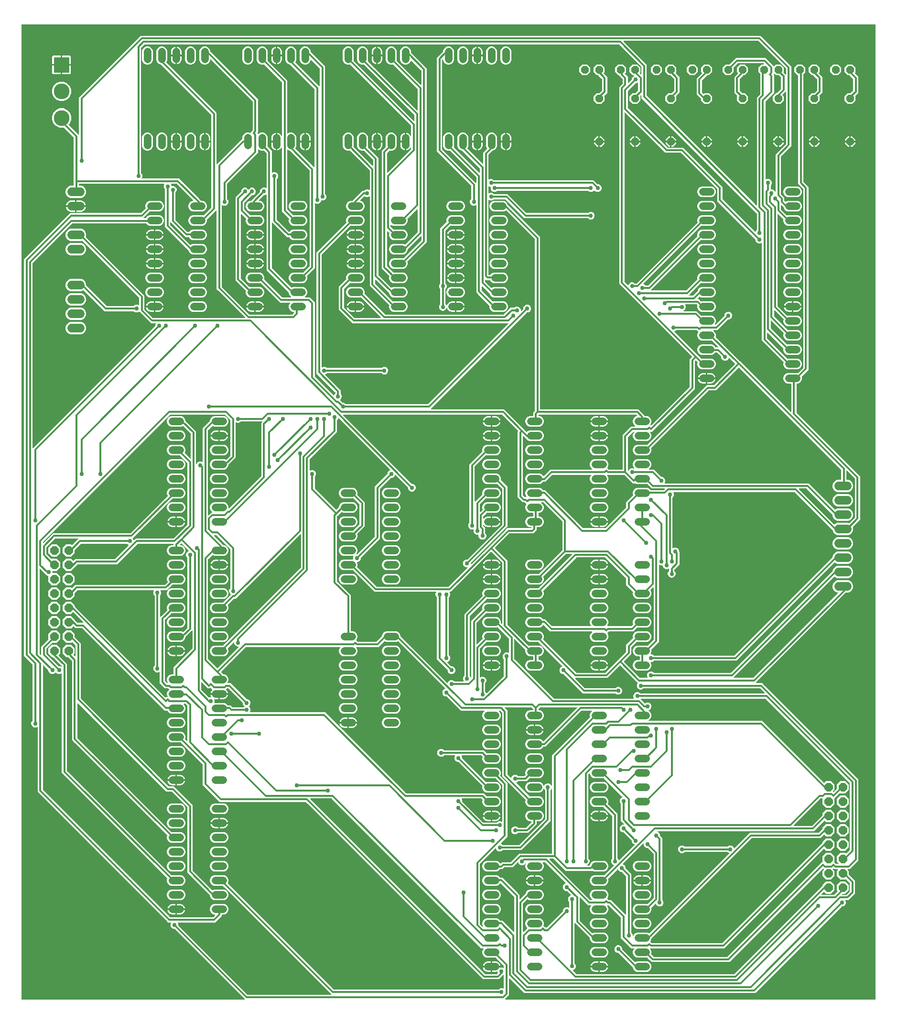
<source format=gbr>
G04 EAGLE Gerber RS-274X export*
G75*
%MOMM*%
%FSLAX34Y34*%
%LPD*%
%INTop Copper*%
%IPPOS*%
%AMOC8*
5,1,8,0,0,1.08239X$1,22.5*%
G01*
%ADD10C,1.320800*%
%ADD11P,1.429621X8X22.500000*%
%ADD12P,1.429621X8X112.500000*%
%ADD13R,2.781300X2.781300*%
%ADD14C,2.781300*%
%ADD15C,1.524000*%
%ADD16P,1.649562X8X112.500000*%
%ADD17C,0.304800*%
%ADD18C,0.756400*%

G36*
X425597Y5092D02*
X425597Y5092D01*
X425669Y5094D01*
X425718Y5112D01*
X425769Y5120D01*
X425833Y5154D01*
X425900Y5179D01*
X425941Y5211D01*
X425987Y5236D01*
X426036Y5287D01*
X426092Y5332D01*
X426120Y5376D01*
X426156Y5414D01*
X426186Y5479D01*
X426225Y5539D01*
X426238Y5590D01*
X426260Y5637D01*
X426268Y5708D01*
X426285Y5778D01*
X426281Y5830D01*
X426287Y5881D01*
X426272Y5952D01*
X426266Y6023D01*
X426246Y6071D01*
X426235Y6122D01*
X426198Y6183D01*
X426170Y6249D01*
X426125Y6305D01*
X426108Y6333D01*
X426091Y6348D01*
X426065Y6380D01*
X302339Y130106D01*
X302265Y130159D01*
X302195Y130219D01*
X302165Y130231D01*
X302139Y130250D01*
X302052Y130277D01*
X301967Y130311D01*
X301926Y130315D01*
X301904Y130322D01*
X301872Y130321D01*
X301801Y130329D01*
X300393Y130329D01*
X297883Y131369D01*
X295961Y133291D01*
X294921Y135801D01*
X294921Y138519D01*
X295816Y140679D01*
X295826Y140723D01*
X295846Y140765D01*
X295854Y140842D01*
X295872Y140918D01*
X295868Y140964D01*
X295873Y141009D01*
X295856Y141086D01*
X295849Y141163D01*
X295830Y141205D01*
X295821Y141250D01*
X295781Y141317D01*
X295749Y141388D01*
X295718Y141422D01*
X295694Y141461D01*
X295635Y141512D01*
X295583Y141569D01*
X295542Y141591D01*
X295508Y141621D01*
X295435Y141650D01*
X295367Y141687D01*
X295322Y141696D01*
X295279Y141713D01*
X295143Y141728D01*
X295125Y141731D01*
X295120Y141730D01*
X295113Y141731D01*
X290714Y141731D01*
X59435Y373010D01*
X59435Y487137D01*
X59428Y487182D01*
X59430Y487228D01*
X59408Y487303D01*
X59396Y487379D01*
X59374Y487420D01*
X59361Y487464D01*
X59317Y487528D01*
X59280Y487597D01*
X59247Y487628D01*
X59221Y487666D01*
X59158Y487713D01*
X59102Y487766D01*
X59060Y487786D01*
X59024Y487813D01*
X58950Y487837D01*
X58879Y487870D01*
X58833Y487875D01*
X58790Y487889D01*
X58712Y487888D01*
X58635Y487897D01*
X58590Y487887D01*
X58544Y487887D01*
X58412Y487849D01*
X58394Y487845D01*
X58390Y487842D01*
X58383Y487840D01*
X56223Y486945D01*
X53505Y486945D01*
X50995Y487985D01*
X49073Y489907D01*
X48033Y492417D01*
X48033Y495135D01*
X49073Y497645D01*
X50068Y498640D01*
X50121Y498714D01*
X50181Y498784D01*
X50193Y498814D01*
X50212Y498840D01*
X50239Y498927D01*
X50273Y499012D01*
X50277Y499053D01*
X50284Y499075D01*
X50283Y499107D01*
X50291Y499179D01*
X50291Y598247D01*
X50277Y598337D01*
X50269Y598428D01*
X50257Y598457D01*
X50252Y598489D01*
X50209Y598570D01*
X50173Y598654D01*
X50147Y598686D01*
X50136Y598707D01*
X50113Y598729D01*
X50068Y598785D01*
X35051Y613802D01*
X35051Y1315582D01*
X116978Y1397509D01*
X241631Y1397509D01*
X241721Y1397523D01*
X241812Y1397531D01*
X241841Y1397543D01*
X241873Y1397548D01*
X241954Y1397591D01*
X242038Y1397627D01*
X242070Y1397653D01*
X242091Y1397664D01*
X242113Y1397687D01*
X242169Y1397732D01*
X250603Y1406166D01*
X250671Y1406260D01*
X250741Y1406355D01*
X250743Y1406361D01*
X250747Y1406366D01*
X250781Y1406477D01*
X250817Y1406589D01*
X250817Y1406595D01*
X250819Y1406601D01*
X250816Y1406718D01*
X250815Y1406834D01*
X250813Y1406842D01*
X250813Y1406847D01*
X250806Y1406864D01*
X250768Y1406996D01*
X250443Y1407780D01*
X250443Y1411620D01*
X251913Y1415168D01*
X254628Y1417883D01*
X258176Y1419353D01*
X275224Y1419353D01*
X278772Y1417883D01*
X281487Y1415168D01*
X282957Y1411620D01*
X282957Y1407780D01*
X281487Y1404232D01*
X278772Y1401517D01*
X275224Y1400047D01*
X258176Y1400047D01*
X258110Y1400075D01*
X257997Y1400101D01*
X257883Y1400130D01*
X257877Y1400129D01*
X257871Y1400131D01*
X257754Y1400120D01*
X257638Y1400111D01*
X257632Y1400108D01*
X257626Y1400108D01*
X257518Y1400060D01*
X257411Y1400014D01*
X257406Y1400010D01*
X257401Y1400008D01*
X257387Y1399995D01*
X257280Y1399910D01*
X247035Y1389664D01*
X246993Y1389606D01*
X246944Y1389554D01*
X246922Y1389507D01*
X246892Y1389465D01*
X246870Y1389396D01*
X246840Y1389331D01*
X246834Y1389279D01*
X246819Y1389229D01*
X246821Y1389158D01*
X246813Y1389087D01*
X246824Y1389036D01*
X246826Y1388984D01*
X246850Y1388916D01*
X246865Y1388846D01*
X246892Y1388802D01*
X246910Y1388753D01*
X246955Y1388697D01*
X246992Y1388635D01*
X247031Y1388601D01*
X247064Y1388561D01*
X247124Y1388522D01*
X247178Y1388475D01*
X247227Y1388456D01*
X247271Y1388428D01*
X247340Y1388410D01*
X247407Y1388383D01*
X247478Y1388375D01*
X247509Y1388367D01*
X247532Y1388369D01*
X247573Y1388365D01*
X250823Y1388365D01*
X250938Y1388384D01*
X251054Y1388401D01*
X251060Y1388403D01*
X251066Y1388404D01*
X251168Y1388459D01*
X251273Y1388512D01*
X251278Y1388517D01*
X251283Y1388520D01*
X251363Y1388604D01*
X251445Y1388688D01*
X251449Y1388694D01*
X251452Y1388698D01*
X251460Y1388715D01*
X251526Y1388835D01*
X251913Y1389768D01*
X254628Y1392483D01*
X258176Y1393953D01*
X275224Y1393953D01*
X278772Y1392483D01*
X281487Y1389768D01*
X282957Y1386220D01*
X282957Y1382380D01*
X281487Y1378832D01*
X278772Y1376117D01*
X275224Y1374647D01*
X258176Y1374647D01*
X254628Y1376117D01*
X251870Y1378875D01*
X251826Y1378949D01*
X251821Y1378953D01*
X251818Y1378958D01*
X251727Y1379033D01*
X251639Y1379109D01*
X251633Y1379111D01*
X251628Y1379115D01*
X251519Y1379157D01*
X251411Y1379201D01*
X251403Y1379202D01*
X251399Y1379203D01*
X251380Y1379204D01*
X251244Y1379219D01*
X121081Y1379219D01*
X120991Y1379205D01*
X120900Y1379197D01*
X120871Y1379185D01*
X120839Y1379180D01*
X120758Y1379137D01*
X120674Y1379101D01*
X120642Y1379075D01*
X120621Y1379064D01*
X120599Y1379041D01*
X120543Y1378996D01*
X50516Y1308969D01*
X50463Y1308895D01*
X50403Y1308825D01*
X50391Y1308795D01*
X50372Y1308769D01*
X50345Y1308682D01*
X50311Y1308597D01*
X50307Y1308556D01*
X50300Y1308534D01*
X50301Y1308502D01*
X50293Y1308431D01*
X50293Y982141D01*
X50304Y982071D01*
X50306Y981999D01*
X50324Y981950D01*
X50332Y981899D01*
X50366Y981835D01*
X50391Y981768D01*
X50423Y981727D01*
X50448Y981681D01*
X50500Y981632D01*
X50544Y981576D01*
X50588Y981548D01*
X50626Y981512D01*
X50691Y981482D01*
X50751Y981443D01*
X50802Y981430D01*
X50849Y981408D01*
X50920Y981400D01*
X50990Y981383D01*
X51042Y981387D01*
X51093Y981381D01*
X51164Y981396D01*
X51235Y981402D01*
X51283Y981422D01*
X51334Y981433D01*
X51395Y981470D01*
X51461Y981498D01*
X51517Y981543D01*
X51545Y981560D01*
X51560Y981577D01*
X51592Y981603D01*
X267266Y1197277D01*
X267319Y1197351D01*
X267379Y1197421D01*
X267391Y1197451D01*
X267410Y1197477D01*
X267437Y1197564D01*
X267471Y1197649D01*
X267475Y1197690D01*
X267482Y1197712D01*
X267481Y1197744D01*
X267489Y1197815D01*
X267489Y1199223D01*
X268384Y1201383D01*
X268394Y1201427D01*
X268414Y1201469D01*
X268422Y1201546D01*
X268440Y1201622D01*
X268436Y1201668D01*
X268441Y1201713D01*
X268424Y1201790D01*
X268417Y1201867D01*
X268398Y1201909D01*
X268389Y1201954D01*
X268349Y1202021D01*
X268317Y1202092D01*
X268286Y1202126D01*
X268262Y1202165D01*
X268203Y1202216D01*
X268151Y1202273D01*
X268110Y1202295D01*
X268076Y1202325D01*
X268003Y1202354D01*
X267935Y1202391D01*
X267890Y1202400D01*
X267847Y1202417D01*
X267711Y1202432D01*
X267693Y1202435D01*
X267688Y1202434D01*
X267681Y1202435D01*
X260234Y1202435D01*
X257332Y1205337D01*
X242169Y1220500D01*
X239879Y1222790D01*
X239863Y1222802D01*
X239850Y1222817D01*
X239763Y1222874D01*
X239679Y1222934D01*
X239660Y1222940D01*
X239643Y1222950D01*
X239543Y1222976D01*
X239444Y1223006D01*
X239424Y1223006D01*
X239405Y1223010D01*
X239302Y1223002D01*
X239198Y1223000D01*
X239179Y1222993D01*
X239160Y1222991D01*
X239065Y1222951D01*
X238967Y1222915D01*
X238952Y1222903D01*
X238933Y1222895D01*
X238802Y1222790D01*
X238565Y1222553D01*
X236055Y1221513D01*
X233337Y1221513D01*
X230827Y1222553D01*
X229832Y1223548D01*
X229758Y1223601D01*
X229688Y1223661D01*
X229658Y1223673D01*
X229632Y1223692D01*
X229545Y1223719D01*
X229460Y1223753D01*
X229419Y1223757D01*
X229397Y1223764D01*
X229365Y1223763D01*
X229293Y1223771D01*
X177938Y1223771D01*
X141087Y1260622D01*
X140993Y1260690D01*
X140898Y1260760D01*
X140892Y1260762D01*
X140887Y1260766D01*
X140776Y1260800D01*
X140664Y1260836D01*
X140658Y1260836D01*
X140652Y1260838D01*
X140535Y1260835D01*
X140418Y1260834D01*
X140411Y1260832D01*
X140406Y1260832D01*
X140389Y1260825D01*
X140257Y1260787D01*
X136742Y1259331D01*
X117258Y1259331D01*
X113337Y1260955D01*
X110335Y1263957D01*
X108711Y1267878D01*
X108711Y1272122D01*
X110335Y1276043D01*
X113337Y1279045D01*
X117258Y1280669D01*
X136742Y1280669D01*
X140663Y1279045D01*
X143665Y1276043D01*
X145289Y1272122D01*
X145289Y1269669D01*
X145303Y1269579D01*
X145311Y1269488D01*
X145323Y1269459D01*
X145328Y1269427D01*
X145371Y1269346D01*
X145407Y1269262D01*
X145433Y1269230D01*
X145444Y1269209D01*
X145467Y1269187D01*
X145512Y1269131D01*
X181503Y1233140D01*
X181577Y1233087D01*
X181647Y1233027D01*
X181677Y1233015D01*
X181703Y1232996D01*
X181790Y1232969D01*
X181875Y1232935D01*
X181916Y1232931D01*
X181938Y1232924D01*
X181970Y1232925D01*
X182041Y1232917D01*
X229293Y1232917D01*
X229383Y1232931D01*
X229474Y1232939D01*
X229504Y1232951D01*
X229536Y1232956D01*
X229617Y1232999D01*
X229701Y1233035D01*
X229733Y1233061D01*
X229753Y1233072D01*
X229776Y1233095D01*
X229832Y1233140D01*
X230827Y1234135D01*
X233337Y1235175D01*
X236055Y1235175D01*
X238215Y1234280D01*
X238259Y1234270D01*
X238301Y1234250D01*
X238378Y1234242D01*
X238454Y1234224D01*
X238500Y1234228D01*
X238545Y1234223D01*
X238622Y1234240D01*
X238699Y1234247D01*
X238741Y1234266D01*
X238786Y1234275D01*
X238853Y1234315D01*
X238924Y1234347D01*
X238958Y1234378D01*
X238997Y1234402D01*
X239048Y1234461D01*
X239105Y1234513D01*
X239127Y1234554D01*
X239157Y1234588D01*
X239186Y1234661D01*
X239223Y1234729D01*
X239232Y1234774D01*
X239249Y1234817D01*
X239264Y1234953D01*
X239267Y1234971D01*
X239266Y1234976D01*
X239267Y1234983D01*
X239267Y1247471D01*
X239266Y1247478D01*
X239266Y1247480D01*
X239264Y1247490D01*
X239253Y1247561D01*
X239245Y1247652D01*
X239233Y1247681D01*
X239228Y1247713D01*
X239185Y1247794D01*
X239149Y1247878D01*
X239123Y1247910D01*
X239112Y1247931D01*
X239089Y1247953D01*
X239044Y1248009D01*
X138572Y1348481D01*
X138481Y1348547D01*
X138446Y1348577D01*
X138434Y1348581D01*
X138384Y1348619D01*
X138378Y1348621D01*
X138373Y1348624D01*
X138262Y1348658D01*
X138150Y1348695D01*
X138144Y1348695D01*
X138138Y1348697D01*
X138021Y1348694D01*
X137904Y1348692D01*
X137897Y1348690D01*
X137892Y1348690D01*
X137874Y1348684D01*
X137743Y1348646D01*
X136742Y1348231D01*
X117258Y1348231D01*
X113337Y1349855D01*
X110335Y1352857D01*
X108711Y1356778D01*
X108711Y1361022D01*
X110335Y1364943D01*
X113337Y1367945D01*
X117258Y1369569D01*
X136742Y1369569D01*
X140663Y1367945D01*
X143665Y1364943D01*
X145289Y1361022D01*
X145289Y1356778D01*
X144874Y1355777D01*
X144866Y1355744D01*
X144866Y1355743D01*
X144866Y1355742D01*
X144848Y1355664D01*
X144819Y1355550D01*
X144820Y1355544D01*
X144818Y1355538D01*
X144829Y1355421D01*
X144838Y1355305D01*
X144841Y1355299D01*
X144841Y1355293D01*
X144889Y1355185D01*
X144934Y1355079D01*
X144939Y1355073D01*
X144941Y1355068D01*
X144954Y1355054D01*
X145039Y1354948D01*
X248413Y1251574D01*
X248413Y1227505D01*
X248427Y1227415D01*
X248435Y1227324D01*
X248447Y1227295D01*
X248452Y1227263D01*
X248495Y1227182D01*
X248531Y1227098D01*
X248557Y1227066D01*
X248568Y1227045D01*
X248591Y1227023D01*
X248636Y1226967D01*
X263799Y1211804D01*
X263873Y1211751D01*
X263943Y1211691D01*
X263973Y1211679D01*
X263999Y1211660D01*
X264086Y1211633D01*
X264171Y1211599D01*
X264212Y1211595D01*
X264234Y1211588D01*
X264266Y1211589D01*
X264337Y1211581D01*
X426035Y1211581D01*
X426105Y1211592D01*
X426177Y1211594D01*
X426226Y1211612D01*
X426277Y1211620D01*
X426341Y1211654D01*
X426408Y1211679D01*
X426449Y1211711D01*
X426495Y1211736D01*
X426544Y1211787D01*
X426600Y1211832D01*
X426628Y1211876D01*
X426664Y1211914D01*
X426694Y1211979D01*
X426733Y1212039D01*
X426746Y1212090D01*
X426768Y1212137D01*
X426776Y1212208D01*
X426793Y1212278D01*
X426789Y1212330D01*
X426795Y1212381D01*
X426780Y1212452D01*
X426774Y1212523D01*
X426754Y1212571D01*
X426743Y1212622D01*
X426706Y1212683D01*
X426678Y1212749D01*
X426633Y1212805D01*
X426616Y1212833D01*
X426599Y1212848D01*
X426573Y1212880D01*
X379329Y1260124D01*
X376427Y1263026D01*
X376427Y1401395D01*
X376416Y1401465D01*
X376414Y1401537D01*
X376396Y1401586D01*
X376388Y1401637D01*
X376354Y1401701D01*
X376329Y1401768D01*
X376297Y1401809D01*
X376272Y1401855D01*
X376220Y1401904D01*
X376176Y1401960D01*
X376132Y1401988D01*
X376094Y1402024D01*
X376029Y1402054D01*
X375969Y1402093D01*
X375918Y1402106D01*
X375871Y1402128D01*
X375800Y1402136D01*
X375730Y1402153D01*
X375678Y1402149D01*
X375627Y1402155D01*
X375556Y1402140D01*
X375485Y1402134D01*
X375437Y1402114D01*
X375386Y1402103D01*
X375325Y1402066D01*
X375259Y1402038D01*
X375203Y1401993D01*
X375175Y1401976D01*
X375160Y1401959D01*
X375128Y1401933D01*
X373527Y1400332D01*
X359380Y1386185D01*
X359327Y1386111D01*
X359267Y1386041D01*
X359255Y1386011D01*
X359236Y1385985D01*
X359209Y1385898D01*
X359175Y1385813D01*
X359171Y1385772D01*
X359164Y1385750D01*
X359165Y1385718D01*
X359157Y1385647D01*
X359157Y1382380D01*
X357687Y1378832D01*
X354972Y1376117D01*
X351424Y1374647D01*
X334376Y1374647D01*
X330828Y1376117D01*
X328113Y1378832D01*
X326643Y1382380D01*
X326643Y1386220D01*
X328113Y1389768D01*
X330828Y1392483D01*
X334376Y1393953D01*
X351424Y1393953D01*
X352927Y1393330D01*
X353041Y1393304D01*
X353154Y1393275D01*
X353160Y1393276D01*
X353166Y1393274D01*
X353283Y1393285D01*
X353399Y1393294D01*
X353405Y1393297D01*
X353411Y1393297D01*
X353519Y1393345D01*
X353625Y1393390D01*
X353631Y1393395D01*
X353636Y1393397D01*
X353650Y1393410D01*
X353756Y1393495D01*
X367060Y1406799D01*
X367107Y1406865D01*
X367117Y1406875D01*
X367120Y1406881D01*
X367173Y1406943D01*
X367185Y1406973D01*
X367204Y1406999D01*
X367231Y1407086D01*
X367265Y1407171D01*
X367269Y1407212D01*
X367276Y1407234D01*
X367275Y1407266D01*
X367283Y1407337D01*
X367283Y1570559D01*
X367269Y1570649D01*
X367261Y1570740D01*
X367249Y1570769D01*
X367244Y1570801D01*
X367201Y1570882D01*
X367165Y1570966D01*
X367139Y1570998D01*
X367128Y1571019D01*
X367105Y1571041D01*
X367060Y1571097D01*
X278237Y1659920D01*
X278163Y1659973D01*
X278093Y1660033D01*
X278063Y1660045D01*
X278037Y1660064D01*
X277950Y1660091D01*
X277865Y1660125D01*
X277824Y1660129D01*
X277802Y1660136D01*
X277770Y1660135D01*
X277699Y1660143D01*
X277480Y1660143D01*
X273932Y1661613D01*
X271217Y1664328D01*
X269747Y1667876D01*
X269747Y1684924D01*
X271217Y1688472D01*
X273932Y1691187D01*
X277480Y1692657D01*
X281320Y1692657D01*
X284868Y1691187D01*
X287583Y1688472D01*
X289053Y1684924D01*
X289053Y1667876D01*
X287537Y1664218D01*
X287511Y1664104D01*
X287482Y1663991D01*
X287483Y1663985D01*
X287481Y1663978D01*
X287492Y1663862D01*
X287501Y1663746D01*
X287504Y1663740D01*
X287504Y1663734D01*
X287552Y1663626D01*
X287598Y1663519D01*
X287602Y1663513D01*
X287604Y1663509D01*
X287617Y1663495D01*
X287703Y1663388D01*
X376429Y1574662D01*
X376429Y1485061D01*
X376440Y1484990D01*
X376442Y1484919D01*
X376460Y1484870D01*
X376468Y1484819D01*
X376502Y1484755D01*
X376527Y1484688D01*
X376559Y1484647D01*
X376584Y1484601D01*
X376636Y1484552D01*
X376680Y1484496D01*
X376724Y1484468D01*
X376762Y1484432D01*
X376827Y1484402D01*
X376887Y1484363D01*
X376938Y1484350D01*
X376985Y1484328D01*
X377056Y1484320D01*
X377126Y1484303D01*
X377178Y1484307D01*
X377229Y1484301D01*
X377300Y1484316D01*
X377371Y1484322D01*
X377419Y1484342D01*
X377470Y1484353D01*
X377531Y1484390D01*
X377597Y1484418D01*
X377653Y1484463D01*
X377681Y1484480D01*
X377696Y1484497D01*
X377728Y1484523D01*
X418876Y1525671D01*
X421924Y1528719D01*
X421977Y1528793D01*
X422037Y1528863D01*
X422049Y1528893D01*
X422068Y1528919D01*
X422095Y1529006D01*
X422129Y1529091D01*
X422133Y1529132D01*
X422140Y1529154D01*
X422139Y1529186D01*
X422147Y1529257D01*
X422147Y1532524D01*
X423617Y1536072D01*
X426332Y1538787D01*
X429880Y1540257D01*
X433720Y1540257D01*
X436335Y1539174D01*
X436379Y1539163D01*
X436421Y1539144D01*
X436498Y1539135D01*
X436574Y1539118D01*
X436620Y1539122D01*
X436665Y1539117D01*
X436742Y1539133D01*
X436819Y1539141D01*
X436861Y1539159D01*
X436906Y1539169D01*
X436973Y1539209D01*
X437044Y1539241D01*
X437078Y1539272D01*
X437117Y1539295D01*
X437168Y1539354D01*
X437225Y1539407D01*
X437247Y1539447D01*
X437277Y1539482D01*
X437306Y1539554D01*
X437343Y1539623D01*
X437352Y1539668D01*
X437369Y1539710D01*
X437384Y1539846D01*
X437387Y1539865D01*
X437386Y1539870D01*
X437387Y1539877D01*
X437387Y1541134D01*
X440212Y1543959D01*
X440265Y1544033D01*
X440325Y1544103D01*
X440337Y1544133D01*
X440356Y1544159D01*
X440383Y1544246D01*
X440417Y1544331D01*
X440421Y1544372D01*
X440428Y1544394D01*
X440427Y1544426D01*
X440435Y1544497D01*
X440435Y1594943D01*
X440421Y1595033D01*
X440413Y1595124D01*
X440401Y1595153D01*
X440396Y1595185D01*
X440353Y1595266D01*
X440317Y1595350D01*
X440291Y1595382D01*
X440280Y1595403D01*
X440257Y1595425D01*
X440212Y1595481D01*
X366552Y1669141D01*
X366494Y1669183D01*
X366442Y1669232D01*
X366395Y1669254D01*
X366353Y1669284D01*
X366284Y1669306D01*
X366219Y1669336D01*
X366167Y1669342D01*
X366117Y1669357D01*
X366046Y1669355D01*
X365975Y1669363D01*
X365924Y1669352D01*
X365872Y1669350D01*
X365804Y1669326D01*
X365734Y1669311D01*
X365689Y1669284D01*
X365641Y1669266D01*
X365585Y1669221D01*
X365523Y1669184D01*
X365489Y1669145D01*
X365449Y1669112D01*
X365410Y1669052D01*
X365363Y1668998D01*
X365344Y1668949D01*
X365316Y1668905D01*
X365298Y1668836D01*
X365271Y1668769D01*
X365263Y1668698D01*
X365255Y1668667D01*
X365257Y1668644D01*
X365253Y1668603D01*
X365253Y1667876D01*
X363783Y1664328D01*
X361068Y1661613D01*
X357520Y1660143D01*
X353680Y1660143D01*
X350132Y1661613D01*
X347417Y1664328D01*
X345947Y1667876D01*
X345947Y1684924D01*
X347417Y1688472D01*
X350132Y1691187D01*
X353680Y1692657D01*
X357520Y1692657D01*
X361068Y1691187D01*
X363783Y1688472D01*
X365253Y1684924D01*
X365253Y1683689D01*
X365267Y1683599D01*
X365275Y1683508D01*
X365287Y1683479D01*
X365292Y1683447D01*
X365335Y1683366D01*
X365371Y1683282D01*
X365397Y1683250D01*
X365408Y1683229D01*
X365431Y1683207D01*
X365476Y1683151D01*
X449581Y1599046D01*
X449581Y1540394D01*
X448965Y1539778D01*
X448953Y1539762D01*
X448938Y1539750D01*
X448882Y1539662D01*
X448822Y1539579D01*
X448816Y1539560D01*
X448805Y1539543D01*
X448780Y1539442D01*
X448749Y1539343D01*
X448750Y1539324D01*
X448745Y1539304D01*
X448753Y1539201D01*
X448756Y1539098D01*
X448762Y1539079D01*
X448764Y1539059D01*
X448804Y1538964D01*
X448840Y1538867D01*
X448853Y1538851D01*
X448860Y1538833D01*
X448965Y1538702D01*
X449768Y1537899D01*
X449784Y1537888D01*
X449796Y1537872D01*
X449883Y1537816D01*
X449967Y1537756D01*
X449986Y1537750D01*
X450003Y1537739D01*
X450103Y1537714D01*
X450202Y1537683D01*
X450222Y1537684D01*
X450242Y1537679D01*
X450345Y1537687D01*
X450448Y1537690D01*
X450467Y1537697D01*
X450487Y1537698D01*
X450582Y1537739D01*
X450679Y1537774D01*
X450695Y1537787D01*
X450713Y1537794D01*
X450844Y1537899D01*
X451732Y1538787D01*
X455280Y1540257D01*
X459120Y1540257D01*
X462668Y1538787D01*
X465383Y1536072D01*
X466853Y1532524D01*
X466853Y1515476D01*
X466825Y1515410D01*
X466799Y1515297D01*
X466770Y1515183D01*
X466771Y1515177D01*
X466769Y1515171D01*
X466780Y1515054D01*
X466789Y1514938D01*
X466792Y1514932D01*
X466792Y1514926D01*
X466840Y1514818D01*
X466886Y1514711D01*
X466890Y1514706D01*
X466892Y1514701D01*
X466905Y1514687D01*
X466990Y1514580D01*
X473965Y1507606D01*
X473965Y1469679D01*
X473972Y1469634D01*
X473970Y1469588D01*
X473992Y1469513D01*
X474004Y1469437D01*
X474026Y1469396D01*
X474039Y1469352D01*
X474083Y1469288D01*
X474120Y1469219D01*
X474153Y1469188D01*
X474179Y1469150D01*
X474242Y1469103D01*
X474298Y1469050D01*
X474340Y1469030D01*
X474376Y1469003D01*
X474450Y1468979D01*
X474521Y1468946D01*
X474567Y1468941D01*
X474610Y1468927D01*
X474688Y1468928D01*
X474765Y1468919D01*
X474810Y1468929D01*
X474856Y1468929D01*
X474988Y1468967D01*
X475006Y1468971D01*
X475010Y1468974D01*
X475017Y1468976D01*
X477177Y1469871D01*
X479895Y1469871D01*
X482405Y1468831D01*
X484327Y1466909D01*
X485367Y1464399D01*
X485367Y1461681D01*
X484327Y1459171D01*
X483332Y1458176D01*
X483279Y1458102D01*
X483219Y1458032D01*
X483207Y1458002D01*
X483188Y1457976D01*
X483161Y1457889D01*
X483127Y1457804D01*
X483123Y1457763D01*
X483116Y1457741D01*
X483117Y1457709D01*
X483109Y1457637D01*
X483109Y1386001D01*
X483123Y1385911D01*
X483131Y1385820D01*
X483143Y1385791D01*
X483148Y1385759D01*
X483191Y1385678D01*
X483227Y1385594D01*
X483253Y1385562D01*
X483264Y1385541D01*
X483287Y1385519D01*
X483293Y1385512D01*
X483301Y1385497D01*
X483311Y1385489D01*
X483332Y1385463D01*
X504591Y1364204D01*
X504665Y1364151D01*
X504735Y1364091D01*
X504765Y1364079D01*
X504791Y1364060D01*
X504878Y1364033D01*
X504963Y1363999D01*
X505004Y1363995D01*
X505026Y1363988D01*
X505058Y1363989D01*
X505129Y1363981D01*
X505244Y1363981D01*
X505358Y1364000D01*
X505475Y1364017D01*
X505480Y1364019D01*
X505487Y1364020D01*
X505590Y1364075D01*
X505694Y1364128D01*
X505698Y1364133D01*
X505704Y1364136D01*
X505784Y1364220D01*
X505866Y1364304D01*
X505870Y1364310D01*
X505873Y1364314D01*
X505881Y1364331D01*
X505888Y1364343D01*
X508628Y1367083D01*
X512176Y1368553D01*
X529224Y1368553D01*
X532772Y1367083D01*
X535487Y1364368D01*
X536957Y1360820D01*
X536957Y1356980D01*
X535487Y1353432D01*
X532772Y1350717D01*
X529224Y1349247D01*
X512176Y1349247D01*
X508628Y1350717D01*
X505913Y1353432D01*
X505526Y1354365D01*
X505465Y1354465D01*
X505405Y1354565D01*
X505400Y1354569D01*
X505397Y1354574D01*
X505307Y1354649D01*
X505218Y1354725D01*
X505212Y1354727D01*
X505207Y1354731D01*
X505099Y1354773D01*
X504990Y1354817D01*
X504982Y1354818D01*
X504978Y1354819D01*
X504959Y1354820D01*
X504823Y1354835D01*
X501026Y1354835D01*
X476865Y1378996D01*
X475264Y1380597D01*
X475206Y1380639D01*
X475154Y1380688D01*
X475107Y1380710D01*
X475065Y1380740D01*
X474996Y1380762D01*
X474931Y1380792D01*
X474879Y1380797D01*
X474829Y1380813D01*
X474758Y1380811D01*
X474687Y1380819D01*
X474636Y1380808D01*
X474584Y1380806D01*
X474516Y1380782D01*
X474446Y1380767D01*
X474401Y1380740D01*
X474353Y1380722D01*
X474297Y1380677D01*
X474235Y1380640D01*
X474201Y1380601D01*
X474161Y1380568D01*
X474122Y1380508D01*
X474075Y1380454D01*
X474056Y1380405D01*
X474028Y1380361D01*
X474010Y1380292D01*
X473983Y1380225D01*
X473975Y1380154D01*
X473967Y1380123D01*
X473969Y1380100D01*
X473965Y1380059D01*
X473965Y1300657D01*
X473979Y1300567D01*
X473987Y1300476D01*
X473999Y1300447D01*
X474004Y1300415D01*
X474047Y1300334D01*
X474083Y1300250D01*
X474109Y1300218D01*
X474120Y1300197D01*
X474143Y1300175D01*
X474188Y1300119D01*
X508407Y1265900D01*
X508501Y1265833D01*
X508595Y1265762D01*
X508601Y1265760D01*
X508606Y1265757D01*
X508717Y1265722D01*
X508829Y1265686D01*
X508836Y1265686D01*
X508842Y1265684D01*
X508958Y1265687D01*
X509075Y1265688D01*
X509082Y1265690D01*
X509087Y1265691D01*
X509105Y1265697D01*
X509236Y1265735D01*
X512176Y1266953D01*
X529224Y1266953D01*
X532772Y1265483D01*
X535487Y1262768D01*
X536957Y1259220D01*
X536957Y1255380D01*
X535487Y1251832D01*
X533111Y1249456D01*
X533069Y1249398D01*
X533020Y1249346D01*
X532998Y1249299D01*
X532968Y1249257D01*
X532947Y1249188D01*
X532916Y1249123D01*
X532911Y1249071D01*
X532895Y1249021D01*
X532897Y1248950D01*
X532889Y1248879D01*
X532900Y1248828D01*
X532902Y1248776D01*
X532926Y1248708D01*
X532942Y1248638D01*
X532968Y1248593D01*
X532986Y1248545D01*
X533031Y1248489D01*
X533068Y1248427D01*
X533107Y1248393D01*
X533140Y1248353D01*
X533200Y1248314D01*
X533255Y1248267D01*
X533303Y1248248D01*
X533347Y1248220D01*
X533416Y1248202D01*
X533483Y1248175D01*
X533554Y1248167D01*
X533585Y1248159D01*
X533609Y1248161D01*
X533650Y1248157D01*
X541390Y1248157D01*
X550165Y1239382D01*
X550165Y1108633D01*
X550179Y1108543D01*
X550187Y1108452D01*
X550199Y1108423D01*
X550204Y1108391D01*
X550247Y1108310D01*
X550283Y1108226D01*
X550309Y1108194D01*
X550320Y1108173D01*
X550343Y1108151D01*
X550388Y1108095D01*
X583602Y1074881D01*
X583639Y1074855D01*
X583670Y1074821D01*
X583738Y1074783D01*
X583801Y1074738D01*
X583845Y1074724D01*
X583885Y1074702D01*
X583962Y1074688D01*
X584036Y1074665D01*
X584082Y1074667D01*
X584127Y1074658D01*
X584204Y1074670D01*
X584282Y1074672D01*
X584325Y1074688D01*
X584371Y1074694D01*
X584440Y1074729D01*
X584513Y1074756D01*
X584549Y1074785D01*
X584590Y1074806D01*
X584645Y1074861D01*
X584705Y1074910D01*
X584730Y1074949D01*
X584762Y1074981D01*
X584828Y1075101D01*
X584838Y1075117D01*
X584839Y1075122D01*
X584843Y1075128D01*
X585521Y1076765D01*
X586516Y1077760D01*
X586569Y1077834D01*
X586629Y1077904D01*
X586641Y1077934D01*
X586660Y1077960D01*
X586687Y1078047D01*
X586721Y1078132D01*
X586725Y1078173D01*
X586732Y1078195D01*
X586731Y1078227D01*
X586739Y1078299D01*
X586739Y1079831D01*
X586725Y1079921D01*
X586717Y1080012D01*
X586705Y1080041D01*
X586700Y1080073D01*
X586657Y1080154D01*
X586621Y1080238D01*
X586595Y1080270D01*
X586584Y1080291D01*
X586561Y1080313D01*
X586516Y1080369D01*
X553211Y1113674D01*
X553211Y1327774D01*
X606203Y1380766D01*
X606271Y1380860D01*
X606341Y1380955D01*
X606343Y1380961D01*
X606347Y1380966D01*
X606381Y1381077D01*
X606417Y1381189D01*
X606417Y1381195D01*
X606419Y1381201D01*
X606416Y1381318D01*
X606415Y1381435D01*
X606413Y1381442D01*
X606413Y1381447D01*
X606406Y1381464D01*
X606368Y1381596D01*
X606043Y1382380D01*
X606043Y1386220D01*
X607513Y1389768D01*
X610228Y1392483D01*
X613776Y1393953D01*
X630824Y1393953D01*
X634372Y1392483D01*
X637087Y1389768D01*
X638557Y1386220D01*
X638557Y1382380D01*
X637087Y1378832D01*
X634372Y1376117D01*
X630824Y1374647D01*
X613776Y1374647D01*
X613710Y1374675D01*
X613597Y1374701D01*
X613483Y1374730D01*
X613477Y1374729D01*
X613471Y1374731D01*
X613354Y1374720D01*
X613238Y1374711D01*
X613232Y1374708D01*
X613226Y1374708D01*
X613118Y1374660D01*
X613011Y1374614D01*
X613006Y1374610D01*
X613001Y1374608D01*
X612987Y1374595D01*
X612880Y1374510D01*
X562580Y1324209D01*
X562527Y1324135D01*
X562467Y1324065D01*
X562455Y1324035D01*
X562436Y1324009D01*
X562409Y1323922D01*
X562375Y1323837D01*
X562371Y1323796D01*
X562364Y1323774D01*
X562365Y1323742D01*
X562357Y1323671D01*
X562357Y1125255D01*
X562364Y1125210D01*
X562362Y1125164D01*
X562384Y1125089D01*
X562396Y1125013D01*
X562418Y1124972D01*
X562431Y1124928D01*
X562475Y1124864D01*
X562512Y1124795D01*
X562545Y1124764D01*
X562571Y1124726D01*
X562634Y1124679D01*
X562690Y1124626D01*
X562732Y1124606D01*
X562768Y1124579D01*
X562842Y1124555D01*
X562913Y1124522D01*
X562959Y1124517D01*
X563002Y1124503D01*
X563080Y1124504D01*
X563157Y1124495D01*
X563202Y1124505D01*
X563248Y1124505D01*
X563380Y1124543D01*
X563398Y1124547D01*
X563402Y1124550D01*
X563409Y1124552D01*
X565569Y1125447D01*
X568287Y1125447D01*
X570797Y1124407D01*
X571792Y1123412D01*
X571866Y1123359D01*
X571936Y1123299D01*
X571966Y1123287D01*
X571992Y1123268D01*
X572079Y1123241D01*
X572164Y1123207D01*
X572205Y1123203D01*
X572227Y1123196D01*
X572259Y1123197D01*
X572331Y1123189D01*
X668205Y1123189D01*
X668295Y1123203D01*
X668386Y1123211D01*
X668416Y1123223D01*
X668448Y1123228D01*
X668529Y1123271D01*
X668613Y1123307D01*
X668645Y1123333D01*
X668665Y1123344D01*
X668688Y1123367D01*
X668744Y1123412D01*
X669739Y1124407D01*
X672249Y1125447D01*
X674967Y1125447D01*
X677477Y1124407D01*
X679399Y1122485D01*
X680439Y1119975D01*
X680439Y1117257D01*
X679399Y1114747D01*
X677477Y1112825D01*
X674967Y1111785D01*
X672249Y1111785D01*
X669739Y1112825D01*
X668744Y1113820D01*
X668670Y1113873D01*
X668600Y1113933D01*
X668570Y1113945D01*
X668544Y1113964D01*
X668457Y1113991D01*
X668372Y1114025D01*
X668331Y1114029D01*
X668309Y1114036D01*
X668277Y1114035D01*
X668205Y1114043D01*
X572331Y1114043D01*
X572241Y1114029D01*
X572150Y1114021D01*
X572120Y1114009D01*
X572088Y1114004D01*
X572007Y1113961D01*
X571923Y1113925D01*
X571891Y1113899D01*
X571871Y1113888D01*
X571848Y1113865D01*
X571792Y1113820D01*
X570797Y1112825D01*
X569160Y1112147D01*
X569121Y1112123D01*
X569078Y1112107D01*
X569017Y1112059D01*
X568951Y1112017D01*
X568922Y1111982D01*
X568886Y1111953D01*
X568844Y1111888D01*
X568794Y1111828D01*
X568778Y1111785D01*
X568753Y1111747D01*
X568734Y1111671D01*
X568706Y1111598D01*
X568704Y1111553D01*
X568693Y1111508D01*
X568699Y1111430D01*
X568696Y1111353D01*
X568709Y1111308D01*
X568712Y1111263D01*
X568743Y1111191D01*
X568764Y1111116D01*
X568791Y1111079D01*
X568808Y1111036D01*
X568894Y1110930D01*
X568905Y1110914D01*
X568909Y1110911D01*
X568913Y1110906D01*
X595885Y1083934D01*
X595885Y1078299D01*
X595899Y1078209D01*
X595907Y1078118D01*
X595919Y1078088D01*
X595924Y1078056D01*
X595967Y1077975D01*
X596003Y1077891D01*
X596029Y1077859D01*
X596040Y1077839D01*
X596063Y1077816D01*
X596108Y1077760D01*
X597103Y1076765D01*
X598143Y1074255D01*
X598143Y1071537D01*
X597103Y1069027D01*
X595342Y1067266D01*
X595330Y1067249D01*
X595315Y1067237D01*
X595259Y1067150D01*
X595198Y1067066D01*
X595192Y1067047D01*
X595182Y1067030D01*
X595156Y1066930D01*
X595126Y1066831D01*
X595126Y1066811D01*
X595121Y1066792D01*
X595130Y1066689D01*
X595132Y1066585D01*
X595139Y1066566D01*
X595141Y1066546D01*
X595181Y1066451D01*
X595217Y1066354D01*
X595229Y1066338D01*
X595237Y1066320D01*
X595342Y1066189D01*
X596108Y1065423D01*
X599869Y1061662D01*
X599943Y1061609D01*
X600013Y1061549D01*
X600043Y1061537D01*
X600069Y1061518D01*
X600156Y1061491D01*
X600241Y1061457D01*
X600282Y1061453D01*
X600304Y1061446D01*
X600336Y1061447D01*
X600407Y1061439D01*
X601815Y1061439D01*
X604325Y1060399D01*
X605320Y1059404D01*
X605394Y1059351D01*
X605464Y1059291D01*
X605494Y1059279D01*
X605520Y1059260D01*
X605607Y1059233D01*
X605692Y1059199D01*
X605733Y1059195D01*
X605755Y1059188D01*
X605787Y1059189D01*
X605859Y1059181D01*
X750647Y1059181D01*
X750737Y1059195D01*
X750828Y1059203D01*
X750857Y1059215D01*
X750889Y1059220D01*
X750970Y1059263D01*
X751054Y1059299D01*
X751086Y1059325D01*
X751107Y1059336D01*
X751129Y1059359D01*
X751185Y1059404D01*
X892917Y1201136D01*
X892959Y1201194D01*
X893008Y1201246D01*
X893030Y1201293D01*
X893060Y1201335D01*
X893082Y1201404D01*
X893112Y1201469D01*
X893118Y1201521D01*
X893133Y1201571D01*
X893131Y1201642D01*
X893139Y1201713D01*
X893128Y1201764D01*
X893126Y1201816D01*
X893102Y1201884D01*
X893087Y1201954D01*
X893060Y1201998D01*
X893042Y1202047D01*
X892997Y1202103D01*
X892960Y1202165D01*
X892921Y1202199D01*
X892888Y1202239D01*
X892828Y1202278D01*
X892774Y1202325D01*
X892725Y1202344D01*
X892681Y1202372D01*
X892612Y1202390D01*
X892545Y1202417D01*
X892474Y1202425D01*
X892443Y1202433D01*
X892420Y1202431D01*
X892379Y1202435D01*
X616850Y1202435D01*
X592835Y1226450D01*
X592835Y1266814D01*
X605906Y1279884D01*
X605974Y1279979D01*
X606044Y1280073D01*
X606046Y1280079D01*
X606049Y1280084D01*
X606083Y1280195D01*
X606120Y1280307D01*
X606120Y1280313D01*
X606121Y1280319D01*
X606118Y1280436D01*
X606117Y1280553D01*
X606115Y1280560D01*
X606115Y1280565D01*
X606109Y1280582D01*
X606071Y1280714D01*
X606043Y1280780D01*
X606043Y1284620D01*
X607513Y1288168D01*
X610228Y1290883D01*
X613776Y1292353D01*
X630824Y1292353D01*
X634372Y1290883D01*
X637087Y1288168D01*
X638557Y1284620D01*
X638557Y1280780D01*
X637087Y1277232D01*
X634372Y1274517D01*
X630824Y1273047D01*
X613776Y1273047D01*
X612992Y1273372D01*
X612878Y1273399D01*
X612764Y1273427D01*
X612758Y1273427D01*
X612752Y1273428D01*
X612636Y1273417D01*
X612519Y1273408D01*
X612514Y1273406D01*
X612507Y1273405D01*
X612400Y1273357D01*
X612293Y1273312D01*
X612287Y1273307D01*
X612283Y1273305D01*
X612269Y1273293D01*
X612162Y1273207D01*
X602204Y1263249D01*
X602151Y1263175D01*
X602091Y1263105D01*
X602079Y1263075D01*
X602060Y1263049D01*
X602033Y1262962D01*
X601999Y1262877D01*
X601995Y1262836D01*
X601988Y1262814D01*
X601989Y1262782D01*
X601981Y1262711D01*
X601981Y1230553D01*
X601995Y1230463D01*
X602003Y1230372D01*
X602015Y1230343D01*
X602020Y1230311D01*
X602063Y1230230D01*
X602099Y1230146D01*
X602125Y1230114D01*
X602136Y1230093D01*
X602159Y1230071D01*
X602204Y1230015D01*
X620415Y1211804D01*
X620489Y1211751D01*
X620559Y1211691D01*
X620589Y1211679D01*
X620615Y1211660D01*
X620702Y1211633D01*
X620787Y1211599D01*
X620828Y1211595D01*
X620850Y1211588D01*
X620882Y1211589D01*
X620953Y1211581D01*
X666827Y1211581D01*
X666897Y1211592D01*
X666969Y1211594D01*
X667018Y1211612D01*
X667069Y1211620D01*
X667133Y1211654D01*
X667200Y1211679D01*
X667241Y1211711D01*
X667287Y1211736D01*
X667336Y1211787D01*
X667392Y1211832D01*
X667420Y1211876D01*
X667456Y1211914D01*
X667486Y1211979D01*
X667525Y1212039D01*
X667538Y1212090D01*
X667560Y1212137D01*
X667568Y1212208D01*
X667585Y1212278D01*
X667581Y1212330D01*
X667587Y1212381D01*
X667572Y1212452D01*
X667566Y1212523D01*
X667546Y1212571D01*
X667535Y1212622D01*
X667498Y1212683D01*
X667470Y1212749D01*
X667425Y1212805D01*
X667408Y1212833D01*
X667391Y1212848D01*
X667365Y1212880D01*
X632438Y1247807D01*
X632344Y1247875D01*
X632249Y1247945D01*
X632243Y1247947D01*
X632238Y1247951D01*
X632127Y1247985D01*
X632015Y1248021D01*
X632009Y1248021D01*
X632003Y1248023D01*
X631886Y1248020D01*
X631769Y1248019D01*
X631762Y1248017D01*
X631757Y1248017D01*
X631740Y1248010D01*
X631608Y1247972D01*
X630824Y1247647D01*
X613776Y1247647D01*
X610228Y1249117D01*
X607513Y1251832D01*
X606043Y1255380D01*
X606043Y1259220D01*
X607513Y1262768D01*
X610228Y1265483D01*
X613776Y1266953D01*
X630824Y1266953D01*
X634372Y1265483D01*
X637087Y1262768D01*
X638557Y1259220D01*
X638557Y1255380D01*
X638529Y1255314D01*
X638521Y1255276D01*
X638512Y1255258D01*
X638509Y1255225D01*
X638503Y1255201D01*
X638474Y1255087D01*
X638475Y1255081D01*
X638473Y1255075D01*
X638484Y1254958D01*
X638493Y1254842D01*
X638496Y1254836D01*
X638496Y1254830D01*
X638544Y1254722D01*
X638590Y1254615D01*
X638594Y1254610D01*
X638596Y1254605D01*
X638609Y1254591D01*
X638694Y1254484D01*
X675279Y1217900D01*
X675353Y1217847D01*
X675423Y1217787D01*
X675453Y1217775D01*
X675479Y1217756D01*
X675566Y1217729D01*
X675651Y1217695D01*
X675692Y1217691D01*
X675714Y1217684D01*
X675746Y1217685D01*
X675817Y1217677D01*
X884759Y1217677D01*
X884849Y1217691D01*
X884940Y1217699D01*
X884969Y1217711D01*
X885001Y1217716D01*
X885082Y1217759D01*
X885166Y1217795D01*
X885198Y1217821D01*
X885219Y1217832D01*
X885241Y1217855D01*
X885297Y1217900D01*
X897266Y1229869D01*
X902901Y1229869D01*
X902991Y1229883D01*
X903082Y1229891D01*
X903112Y1229903D01*
X903144Y1229908D01*
X903225Y1229951D01*
X903309Y1229987D01*
X903341Y1230013D01*
X903361Y1230024D01*
X903384Y1230047D01*
X903440Y1230092D01*
X904435Y1231087D01*
X906945Y1232127D01*
X909663Y1232127D01*
X912173Y1231087D01*
X914095Y1229165D01*
X915135Y1226655D01*
X915135Y1225191D01*
X915146Y1225121D01*
X915148Y1225049D01*
X915166Y1225000D01*
X915174Y1224949D01*
X915208Y1224885D01*
X915233Y1224818D01*
X915265Y1224777D01*
X915290Y1224731D01*
X915342Y1224682D01*
X915386Y1224626D01*
X915430Y1224598D01*
X915468Y1224562D01*
X915533Y1224532D01*
X915593Y1224493D01*
X915644Y1224480D01*
X915691Y1224458D01*
X915762Y1224450D01*
X915832Y1224433D01*
X915884Y1224437D01*
X915935Y1224431D01*
X916006Y1224446D01*
X916077Y1224452D01*
X916125Y1224472D01*
X916176Y1224483D01*
X916237Y1224520D01*
X916303Y1224548D01*
X916359Y1224593D01*
X916387Y1224610D01*
X916402Y1224627D01*
X916434Y1224653D01*
X919538Y1227757D01*
X919591Y1227831D01*
X919651Y1227901D01*
X919663Y1227931D01*
X919682Y1227957D01*
X919709Y1228044D01*
X919743Y1228129D01*
X919747Y1228170D01*
X919754Y1228192D01*
X919753Y1228224D01*
X919761Y1228295D01*
X919761Y1229703D01*
X920801Y1232213D01*
X922723Y1234135D01*
X925233Y1235175D01*
X927951Y1235175D01*
X930461Y1234135D01*
X932383Y1232213D01*
X933423Y1229703D01*
X933423Y1226985D01*
X932383Y1224475D01*
X930461Y1222553D01*
X927951Y1221513D01*
X926543Y1221513D01*
X926453Y1221499D01*
X926362Y1221491D01*
X926333Y1221479D01*
X926301Y1221474D01*
X926220Y1221431D01*
X926136Y1221395D01*
X926104Y1221369D01*
X926083Y1221358D01*
X926061Y1221335D01*
X926005Y1221290D01*
X757652Y1052937D01*
X756051Y1051336D01*
X756009Y1051278D01*
X755960Y1051226D01*
X755938Y1051179D01*
X755908Y1051137D01*
X755886Y1051068D01*
X755856Y1051003D01*
X755851Y1050951D01*
X755835Y1050901D01*
X755837Y1050830D01*
X755829Y1050759D01*
X755840Y1050708D01*
X755842Y1050656D01*
X755866Y1050588D01*
X755881Y1050518D01*
X755908Y1050473D01*
X755926Y1050425D01*
X755971Y1050369D01*
X756008Y1050307D01*
X756047Y1050273D01*
X756080Y1050233D01*
X756140Y1050194D01*
X756194Y1050147D01*
X756243Y1050128D01*
X756287Y1050100D01*
X756356Y1050082D01*
X756423Y1050055D01*
X756494Y1050047D01*
X756525Y1050039D01*
X756548Y1050041D01*
X756589Y1050037D01*
X885814Y1050037D01*
X919119Y1016732D01*
X922244Y1013607D01*
X925510Y1010341D01*
X925526Y1010330D01*
X925538Y1010314D01*
X925625Y1010258D01*
X925709Y1010198D01*
X925728Y1010192D01*
X925745Y1010181D01*
X925845Y1010156D01*
X925944Y1010125D01*
X925964Y1010126D01*
X925984Y1010121D01*
X926087Y1010129D01*
X926190Y1010132D01*
X926209Y1010139D01*
X926229Y1010140D01*
X926324Y1010181D01*
X926421Y1010216D01*
X926437Y1010229D01*
X926455Y1010236D01*
X926586Y1010341D01*
X927728Y1011483D01*
X931276Y1012953D01*
X948324Y1012953D01*
X951872Y1011483D01*
X954587Y1008768D01*
X956057Y1005220D01*
X956057Y1001380D01*
X954587Y997832D01*
X951872Y995117D01*
X948324Y993647D01*
X931276Y993647D01*
X927728Y995117D01*
X925004Y997841D01*
X924985Y997871D01*
X924960Y997932D01*
X924908Y997996D01*
X924890Y998024D01*
X924875Y998037D01*
X924855Y998062D01*
X921796Y1001121D01*
X920272Y1002645D01*
X920214Y1002687D01*
X920162Y1002736D01*
X920115Y1002758D01*
X920073Y1002788D01*
X920004Y1002810D01*
X919939Y1002840D01*
X919887Y1002845D01*
X919837Y1002861D01*
X919766Y1002859D01*
X919695Y1002867D01*
X919644Y1002856D01*
X919592Y1002854D01*
X919524Y1002830D01*
X919454Y1002815D01*
X919409Y1002788D01*
X919361Y1002770D01*
X919305Y1002725D01*
X919243Y1002688D01*
X919209Y1002649D01*
X919169Y1002616D01*
X919130Y1002556D01*
X919083Y1002502D01*
X919064Y1002453D01*
X919036Y1002409D01*
X919018Y1002340D01*
X918991Y1002273D01*
X918983Y1002202D01*
X918975Y1002171D01*
X918977Y1002148D01*
X918973Y1002107D01*
X918973Y898321D01*
X918987Y898231D01*
X918995Y898140D01*
X919007Y898111D01*
X919012Y898079D01*
X919055Y897998D01*
X919091Y897914D01*
X919117Y897882D01*
X919128Y897861D01*
X919151Y897839D01*
X919196Y897783D01*
X922167Y894812D01*
X922241Y894759D01*
X922311Y894699D01*
X922341Y894687D01*
X922367Y894668D01*
X922454Y894641D01*
X922539Y894607D01*
X922580Y894603D01*
X922602Y894596D01*
X922634Y894597D01*
X922705Y894589D01*
X924818Y894589D01*
X924889Y894600D01*
X924961Y894602D01*
X925010Y894620D01*
X925061Y894628D01*
X925125Y894662D01*
X925192Y894687D01*
X925233Y894719D01*
X925279Y894744D01*
X925328Y894795D01*
X925384Y894840D01*
X925412Y894884D01*
X925448Y894922D01*
X925478Y894987D01*
X925517Y895047D01*
X925530Y895098D01*
X925552Y895145D01*
X925559Y895216D01*
X925577Y895286D01*
X925573Y895338D01*
X925579Y895389D01*
X925563Y895460D01*
X925558Y895531D01*
X925537Y895579D01*
X925526Y895630D01*
X925490Y895691D01*
X925462Y895757D01*
X925417Y895813D01*
X925400Y895841D01*
X925383Y895856D01*
X925357Y895888D01*
X925013Y896232D01*
X923543Y899780D01*
X923543Y903620D01*
X925013Y907168D01*
X927728Y909883D01*
X931276Y911353D01*
X948324Y911353D01*
X951872Y909883D01*
X954630Y907125D01*
X954674Y907051D01*
X954679Y907047D01*
X954682Y907042D01*
X954773Y906967D01*
X954861Y906891D01*
X954867Y906889D01*
X954872Y906885D01*
X954981Y906843D01*
X955089Y906799D01*
X955097Y906798D01*
X955101Y906797D01*
X955120Y906796D01*
X955256Y906781D01*
X958966Y906781D01*
X1025799Y839948D01*
X1025873Y839895D01*
X1025943Y839835D01*
X1025973Y839823D01*
X1025999Y839804D01*
X1026086Y839777D01*
X1026171Y839743D01*
X1026212Y839739D01*
X1026234Y839732D01*
X1026266Y839733D01*
X1026337Y839725D01*
X1064591Y839725D01*
X1064681Y839739D01*
X1064772Y839747D01*
X1064801Y839759D01*
X1064833Y839764D01*
X1064914Y839807D01*
X1064998Y839843D01*
X1065030Y839869D01*
X1065051Y839880D01*
X1065073Y839903D01*
X1065129Y839948D01*
X1101628Y876447D01*
X1101681Y876521D01*
X1101741Y876591D01*
X1101753Y876621D01*
X1101772Y876647D01*
X1101799Y876734D01*
X1101833Y876819D01*
X1101837Y876860D01*
X1101844Y876882D01*
X1101843Y876914D01*
X1101851Y876985D01*
X1101851Y885814D01*
X1104753Y888716D01*
X1114203Y898166D01*
X1114271Y898260D01*
X1114341Y898355D01*
X1114343Y898361D01*
X1114347Y898366D01*
X1114381Y898477D01*
X1114417Y898589D01*
X1114417Y898595D01*
X1114419Y898601D01*
X1114416Y898718D01*
X1114415Y898835D01*
X1114413Y898842D01*
X1114413Y898847D01*
X1114406Y898864D01*
X1114368Y898996D01*
X1114043Y899780D01*
X1114043Y903620D01*
X1115513Y907168D01*
X1118228Y909883D01*
X1121776Y911353D01*
X1138824Y911353D01*
X1142372Y909883D01*
X1145130Y907125D01*
X1145174Y907051D01*
X1145179Y907047D01*
X1145182Y907042D01*
X1145273Y906967D01*
X1145361Y906891D01*
X1145367Y906889D01*
X1145372Y906885D01*
X1145481Y906843D01*
X1145589Y906799D01*
X1145597Y906798D01*
X1145601Y906797D01*
X1145620Y906796D01*
X1145756Y906781D01*
X1168223Y906781D01*
X1168313Y906795D01*
X1168404Y906803D01*
X1168433Y906815D01*
X1168465Y906820D01*
X1168546Y906863D01*
X1168630Y906899D01*
X1168662Y906925D01*
X1168683Y906936D01*
X1168705Y906959D01*
X1168761Y907004D01*
X1170285Y908528D01*
X1170327Y908586D01*
X1170376Y908638D01*
X1170398Y908685D01*
X1170428Y908727D01*
X1170450Y908796D01*
X1170480Y908861D01*
X1170485Y908913D01*
X1170501Y908963D01*
X1170499Y909034D01*
X1170507Y909105D01*
X1170496Y909156D01*
X1170494Y909208D01*
X1170470Y909276D01*
X1170455Y909346D01*
X1170428Y909391D01*
X1170410Y909439D01*
X1170365Y909495D01*
X1170328Y909557D01*
X1170289Y909591D01*
X1170256Y909631D01*
X1170196Y909670D01*
X1170142Y909717D01*
X1170093Y909736D01*
X1170049Y909764D01*
X1169980Y909782D01*
X1169913Y909809D01*
X1169842Y909817D01*
X1169811Y909825D01*
X1169788Y909823D01*
X1169747Y909827D01*
X1147202Y909827D01*
X1139720Y917310D01*
X1139625Y917378D01*
X1139531Y917448D01*
X1139525Y917449D01*
X1139520Y917453D01*
X1139408Y917487D01*
X1139297Y917524D01*
X1139291Y917524D01*
X1139285Y917525D01*
X1139168Y917522D01*
X1139051Y917521D01*
X1139044Y917519D01*
X1139039Y917519D01*
X1139022Y917513D01*
X1138890Y917475D01*
X1138824Y917447D01*
X1121776Y917447D01*
X1118118Y918963D01*
X1118004Y918989D01*
X1117891Y919018D01*
X1117884Y919017D01*
X1117878Y919019D01*
X1117763Y919008D01*
X1117645Y918999D01*
X1117640Y918996D01*
X1117634Y918996D01*
X1117579Y918971D01*
X1113674Y918971D01*
X1110772Y921873D01*
X1098657Y933988D01*
X1098583Y934041D01*
X1098513Y934101D01*
X1098483Y934113D01*
X1098457Y934132D01*
X1098370Y934159D01*
X1098285Y934193D01*
X1098244Y934197D01*
X1098222Y934204D01*
X1098190Y934203D01*
X1098119Y934211D01*
X1069082Y934211D01*
X1069011Y934200D01*
X1068939Y934198D01*
X1068890Y934180D01*
X1068839Y934172D01*
X1068775Y934138D01*
X1068708Y934113D01*
X1068667Y934081D01*
X1068621Y934056D01*
X1068572Y934005D01*
X1068516Y933960D01*
X1068488Y933916D01*
X1068452Y933878D01*
X1068422Y933813D01*
X1068383Y933753D01*
X1068370Y933702D01*
X1068348Y933655D01*
X1068341Y933584D01*
X1068323Y933514D01*
X1068327Y933462D01*
X1068321Y933411D01*
X1068337Y933340D01*
X1068342Y933269D01*
X1068363Y933221D01*
X1068374Y933170D01*
X1068410Y933109D01*
X1068438Y933043D01*
X1068483Y932987D01*
X1068500Y932959D01*
X1068517Y932944D01*
X1068543Y932912D01*
X1068887Y932568D01*
X1070357Y929020D01*
X1070357Y925180D01*
X1068887Y921632D01*
X1066172Y918917D01*
X1062624Y917447D01*
X1045576Y917447D01*
X1042028Y918917D01*
X1039313Y921632D01*
X1037843Y925180D01*
X1037843Y929020D01*
X1039313Y932568D01*
X1039657Y932912D01*
X1039699Y932970D01*
X1039748Y933022D01*
X1039770Y933069D01*
X1039800Y933111D01*
X1039821Y933180D01*
X1039852Y933245D01*
X1039857Y933297D01*
X1039873Y933347D01*
X1039871Y933418D01*
X1039879Y933489D01*
X1039868Y933540D01*
X1039866Y933592D01*
X1039842Y933660D01*
X1039826Y933730D01*
X1039800Y933775D01*
X1039782Y933823D01*
X1039737Y933879D01*
X1039700Y933941D01*
X1039661Y933975D01*
X1039628Y934015D01*
X1039568Y934054D01*
X1039513Y934101D01*
X1039465Y934120D01*
X1039421Y934148D01*
X1039352Y934166D01*
X1039285Y934193D01*
X1039214Y934201D01*
X1039183Y934209D01*
X1039159Y934207D01*
X1039118Y934211D01*
X971473Y934211D01*
X971383Y934197D01*
X971292Y934189D01*
X971263Y934177D01*
X971231Y934172D01*
X971150Y934129D01*
X971066Y934093D01*
X971034Y934067D01*
X971013Y934056D01*
X970991Y934033D01*
X970935Y933988D01*
X958966Y922019D01*
X955256Y922019D01*
X955142Y922000D01*
X955025Y921983D01*
X955020Y921981D01*
X955013Y921980D01*
X954910Y921925D01*
X954806Y921872D01*
X954802Y921867D01*
X954796Y921864D01*
X954716Y921780D01*
X954634Y921696D01*
X954630Y921690D01*
X954627Y921686D01*
X954619Y921669D01*
X954612Y921657D01*
X951872Y918917D01*
X948324Y917447D01*
X931276Y917447D01*
X927728Y918917D01*
X925013Y921632D01*
X923543Y925180D01*
X923543Y929020D01*
X925013Y932568D01*
X927728Y935283D01*
X931276Y936753D01*
X948324Y936753D01*
X951872Y935283D01*
X954587Y932568D01*
X954735Y932211D01*
X954759Y932171D01*
X954775Y932128D01*
X954824Y932068D01*
X954865Y932001D01*
X954900Y931972D01*
X954929Y931936D01*
X954994Y931894D01*
X955054Y931845D01*
X955097Y931828D01*
X955136Y931803D01*
X955211Y931784D01*
X955284Y931756D01*
X955330Y931755D01*
X955374Y931743D01*
X955452Y931749D01*
X955530Y931746D01*
X955574Y931759D01*
X955619Y931762D01*
X955691Y931793D01*
X955766Y931815D01*
X955804Y931841D01*
X955846Y931859D01*
X955952Y931944D01*
X955968Y931955D01*
X955971Y931959D01*
X955977Y931964D01*
X964468Y940455D01*
X967370Y943357D01*
X1041150Y943357D01*
X1041221Y943368D01*
X1041293Y943370D01*
X1041342Y943388D01*
X1041393Y943396D01*
X1041457Y943430D01*
X1041524Y943455D01*
X1041565Y943487D01*
X1041611Y943512D01*
X1041660Y943564D01*
X1041716Y943608D01*
X1041744Y943652D01*
X1041780Y943690D01*
X1041810Y943755D01*
X1041849Y943815D01*
X1041862Y943866D01*
X1041884Y943913D01*
X1041891Y943984D01*
X1041909Y944054D01*
X1041905Y944106D01*
X1041911Y944157D01*
X1041895Y944228D01*
X1041890Y944299D01*
X1041870Y944347D01*
X1041858Y944398D01*
X1041822Y944459D01*
X1041794Y944525D01*
X1041749Y944581D01*
X1041732Y944609D01*
X1041714Y944624D01*
X1041689Y944656D01*
X1039313Y947032D01*
X1037843Y950580D01*
X1037843Y954420D01*
X1039313Y957968D01*
X1042028Y960683D01*
X1045576Y962153D01*
X1062624Y962153D01*
X1066172Y960683D01*
X1068887Y957968D01*
X1070357Y954420D01*
X1070357Y950580D01*
X1068841Y946922D01*
X1068815Y946808D01*
X1068786Y946695D01*
X1068787Y946689D01*
X1068785Y946682D01*
X1068796Y946566D01*
X1068805Y946450D01*
X1068808Y946444D01*
X1068808Y946438D01*
X1068856Y946330D01*
X1068902Y946223D01*
X1068906Y946217D01*
X1068908Y946213D01*
X1068921Y946199D01*
X1069007Y946092D01*
X1071519Y943580D01*
X1071593Y943527D01*
X1071663Y943467D01*
X1071693Y943455D01*
X1071719Y943436D01*
X1071806Y943409D01*
X1071891Y943375D01*
X1071932Y943371D01*
X1071954Y943364D01*
X1071986Y943365D01*
X1072057Y943357D01*
X1094994Y943357D01*
X1095014Y943360D01*
X1095033Y943358D01*
X1095135Y943380D01*
X1095237Y943396D01*
X1095254Y943406D01*
X1095274Y943410D01*
X1095363Y943463D01*
X1095454Y943512D01*
X1095468Y943526D01*
X1095485Y943536D01*
X1095552Y943615D01*
X1095624Y943690D01*
X1095632Y943708D01*
X1095645Y943723D01*
X1095683Y943819D01*
X1095727Y943913D01*
X1095729Y943933D01*
X1095737Y943951D01*
X1095755Y944118D01*
X1095755Y1004686D01*
X1110626Y1019557D01*
X1117350Y1019557D01*
X1117421Y1019568D01*
X1117493Y1019570D01*
X1117542Y1019588D01*
X1117593Y1019596D01*
X1117657Y1019630D01*
X1117724Y1019655D01*
X1117765Y1019687D01*
X1117811Y1019712D01*
X1117860Y1019764D01*
X1117916Y1019808D01*
X1117944Y1019852D01*
X1117980Y1019890D01*
X1118010Y1019955D01*
X1118049Y1020015D01*
X1118062Y1020066D01*
X1118084Y1020113D01*
X1118091Y1020184D01*
X1118109Y1020254D01*
X1118105Y1020306D01*
X1118111Y1020357D01*
X1118095Y1020428D01*
X1118090Y1020499D01*
X1118070Y1020547D01*
X1118058Y1020598D01*
X1118022Y1020659D01*
X1117994Y1020725D01*
X1117949Y1020781D01*
X1117932Y1020809D01*
X1117914Y1020824D01*
X1117889Y1020856D01*
X1115513Y1023232D01*
X1114043Y1026780D01*
X1114043Y1030620D01*
X1115513Y1034168D01*
X1118228Y1036883D01*
X1121100Y1038073D01*
X1121139Y1038097D01*
X1121182Y1038113D01*
X1121243Y1038161D01*
X1121309Y1038202D01*
X1121338Y1038238D01*
X1121374Y1038266D01*
X1121416Y1038332D01*
X1121466Y1038392D01*
X1121482Y1038435D01*
X1121507Y1038473D01*
X1121526Y1038549D01*
X1121554Y1038621D01*
X1121556Y1038667D01*
X1121567Y1038712D01*
X1121561Y1038789D01*
X1121564Y1038867D01*
X1121552Y1038911D01*
X1121548Y1038957D01*
X1121518Y1039029D01*
X1121496Y1039103D01*
X1121470Y1039141D01*
X1121452Y1039183D01*
X1121366Y1039290D01*
X1121356Y1039305D01*
X1121352Y1039308D01*
X1121347Y1039314D01*
X1119993Y1040668D01*
X1119919Y1040721D01*
X1119849Y1040781D01*
X1119819Y1040793D01*
X1119793Y1040812D01*
X1119706Y1040839D01*
X1119621Y1040873D01*
X1119580Y1040877D01*
X1119558Y1040884D01*
X1119526Y1040883D01*
X1119455Y1040891D01*
X947166Y1040891D01*
X947146Y1040888D01*
X947127Y1040890D01*
X947025Y1040868D01*
X946923Y1040852D01*
X946906Y1040842D01*
X946886Y1040838D01*
X946797Y1040785D01*
X946706Y1040736D01*
X946692Y1040722D01*
X946675Y1040712D01*
X946608Y1040633D01*
X946536Y1040558D01*
X946528Y1040540D01*
X946515Y1040525D01*
X946476Y1040429D01*
X946433Y1040335D01*
X946431Y1040315D01*
X946423Y1040297D01*
X946405Y1040130D01*
X946405Y1039114D01*
X946408Y1039094D01*
X946406Y1039075D01*
X946428Y1038973D01*
X946444Y1038871D01*
X946454Y1038854D01*
X946458Y1038834D01*
X946511Y1038745D01*
X946560Y1038654D01*
X946574Y1038640D01*
X946584Y1038623D01*
X946663Y1038556D01*
X946738Y1038484D01*
X946756Y1038476D01*
X946771Y1038463D01*
X946867Y1038424D01*
X946961Y1038381D01*
X946981Y1038379D01*
X946999Y1038371D01*
X947166Y1038353D01*
X948324Y1038353D01*
X951872Y1036883D01*
X954587Y1034168D01*
X956057Y1030620D01*
X956057Y1026780D01*
X954587Y1023232D01*
X951872Y1020517D01*
X948324Y1019047D01*
X931276Y1019047D01*
X927728Y1020517D01*
X925013Y1023232D01*
X923543Y1026780D01*
X923543Y1030620D01*
X925013Y1034168D01*
X927728Y1036883D01*
X931276Y1038353D01*
X936498Y1038353D01*
X936518Y1038356D01*
X936537Y1038354D01*
X936639Y1038376D01*
X936741Y1038392D01*
X936758Y1038402D01*
X936778Y1038406D01*
X936867Y1038459D01*
X936958Y1038508D01*
X936972Y1038522D01*
X936989Y1038532D01*
X937056Y1038611D01*
X937128Y1038686D01*
X937136Y1038704D01*
X937149Y1038719D01*
X937188Y1038815D01*
X937231Y1038909D01*
X937233Y1038929D01*
X937241Y1038947D01*
X937259Y1039114D01*
X937259Y1044310D01*
X940084Y1047135D01*
X940137Y1047209D01*
X940197Y1047279D01*
X940209Y1047309D01*
X940228Y1047335D01*
X940255Y1047422D01*
X940289Y1047507D01*
X940293Y1047548D01*
X940300Y1047570D01*
X940299Y1047602D01*
X940307Y1047673D01*
X940307Y1351103D01*
X940293Y1351193D01*
X940285Y1351284D01*
X940273Y1351313D01*
X940268Y1351345D01*
X940225Y1351426D01*
X940189Y1351510D01*
X940163Y1351542D01*
X940152Y1351563D01*
X940129Y1351585D01*
X940084Y1351641D01*
X889828Y1401897D01*
X889812Y1401908D01*
X889800Y1401924D01*
X889713Y1401980D01*
X889629Y1402040D01*
X889610Y1402046D01*
X889593Y1402057D01*
X889492Y1402082D01*
X889394Y1402113D01*
X889374Y1402112D01*
X889354Y1402117D01*
X889251Y1402109D01*
X889148Y1402106D01*
X889129Y1402099D01*
X889109Y1402098D01*
X889014Y1402058D01*
X888917Y1402022D01*
X888901Y1402009D01*
X888883Y1402002D01*
X888752Y1401897D01*
X888372Y1401517D01*
X884824Y1400047D01*
X867776Y1400047D01*
X864228Y1401517D01*
X861513Y1404232D01*
X860043Y1407780D01*
X860043Y1411620D01*
X861513Y1415168D01*
X864228Y1417883D01*
X867776Y1419353D01*
X884824Y1419353D01*
X888372Y1417883D01*
X891087Y1415168D01*
X892158Y1412583D01*
X892193Y1412527D01*
X892218Y1412467D01*
X892270Y1412402D01*
X892287Y1412374D01*
X892303Y1412361D01*
X892323Y1412336D01*
X946551Y1358108D01*
X949453Y1355206D01*
X949453Y1050798D01*
X949456Y1050778D01*
X949454Y1050759D01*
X949476Y1050657D01*
X949492Y1050555D01*
X949502Y1050538D01*
X949506Y1050518D01*
X949559Y1050429D01*
X949608Y1050338D01*
X949622Y1050324D01*
X949632Y1050307D01*
X949711Y1050240D01*
X949786Y1050168D01*
X949804Y1050160D01*
X949819Y1050147D01*
X949915Y1050108D01*
X950009Y1050065D01*
X950029Y1050063D01*
X950047Y1050055D01*
X950214Y1050037D01*
X1123558Y1050037D01*
X1132479Y1041116D01*
X1135019Y1038576D01*
X1135093Y1038523D01*
X1135163Y1038463D01*
X1135193Y1038451D01*
X1135219Y1038432D01*
X1135306Y1038405D01*
X1135391Y1038371D01*
X1135432Y1038367D01*
X1135454Y1038360D01*
X1135486Y1038361D01*
X1135557Y1038353D01*
X1138824Y1038353D01*
X1142372Y1036883D01*
X1145087Y1034168D01*
X1146557Y1030620D01*
X1146557Y1026780D01*
X1145041Y1023122D01*
X1145033Y1023086D01*
X1145029Y1023077D01*
X1145027Y1023060D01*
X1145015Y1023008D01*
X1144986Y1022895D01*
X1144987Y1022889D01*
X1144985Y1022882D01*
X1144996Y1022766D01*
X1145005Y1022650D01*
X1145008Y1022644D01*
X1145008Y1022638D01*
X1145056Y1022530D01*
X1145102Y1022423D01*
X1145106Y1022417D01*
X1145108Y1022413D01*
X1145121Y1022399D01*
X1145207Y1022292D01*
X1145510Y1021989D01*
X1145526Y1021978D01*
X1145538Y1021962D01*
X1145626Y1021906D01*
X1145709Y1021846D01*
X1145728Y1021840D01*
X1145745Y1021829D01*
X1145846Y1021804D01*
X1145945Y1021773D01*
X1145964Y1021774D01*
X1145984Y1021769D01*
X1146087Y1021777D01*
X1146190Y1021780D01*
X1146209Y1021786D01*
X1146229Y1021788D01*
X1146324Y1021828D01*
X1146421Y1021864D01*
X1146437Y1021877D01*
X1146455Y1021884D01*
X1146586Y1021989D01*
X1214404Y1089807D01*
X1214457Y1089881D01*
X1214517Y1089951D01*
X1214529Y1089981D01*
X1214548Y1090007D01*
X1214575Y1090094D01*
X1214609Y1090179D01*
X1214613Y1090220D01*
X1214620Y1090242D01*
X1214619Y1090274D01*
X1214627Y1090345D01*
X1214627Y1138798D01*
X1218291Y1142462D01*
X1218303Y1142478D01*
X1218318Y1142490D01*
X1218374Y1142578D01*
X1218434Y1142661D01*
X1218440Y1142680D01*
X1218451Y1142697D01*
X1218476Y1142798D01*
X1218507Y1142897D01*
X1218506Y1142916D01*
X1218511Y1142936D01*
X1218503Y1143039D01*
X1218500Y1143142D01*
X1218494Y1143161D01*
X1218492Y1143181D01*
X1218452Y1143276D01*
X1218416Y1143373D01*
X1218403Y1143389D01*
X1218396Y1143407D01*
X1218291Y1143538D01*
X1089659Y1272170D01*
X1089659Y1620382D01*
X1095532Y1626255D01*
X1095585Y1626329D01*
X1095645Y1626399D01*
X1095657Y1626429D01*
X1095676Y1626455D01*
X1095703Y1626542D01*
X1095737Y1626627D01*
X1095741Y1626668D01*
X1095748Y1626690D01*
X1095747Y1626722D01*
X1095755Y1626793D01*
X1095755Y1634567D01*
X1095741Y1634657D01*
X1095733Y1634748D01*
X1095721Y1634777D01*
X1095716Y1634809D01*
X1095673Y1634890D01*
X1095637Y1634974D01*
X1095611Y1635006D01*
X1095600Y1635027D01*
X1095577Y1635049D01*
X1095532Y1635105D01*
X1089513Y1641124D01*
X1089439Y1641177D01*
X1089369Y1641237D01*
X1089339Y1641249D01*
X1089313Y1641268D01*
X1089226Y1641295D01*
X1089141Y1641329D01*
X1089100Y1641333D01*
X1089078Y1641340D01*
X1089046Y1641339D01*
X1088975Y1641347D01*
X1088202Y1641347D01*
X1082547Y1647002D01*
X1082547Y1654998D01*
X1088202Y1660653D01*
X1096198Y1660653D01*
X1101853Y1654998D01*
X1101853Y1647002D01*
X1099749Y1644898D01*
X1099738Y1644882D01*
X1099722Y1644870D01*
X1099666Y1644782D01*
X1099606Y1644698D01*
X1099600Y1644679D01*
X1099589Y1644663D01*
X1099564Y1644562D01*
X1099533Y1644463D01*
X1099534Y1644443D01*
X1099529Y1644424D01*
X1099537Y1644321D01*
X1099540Y1644218D01*
X1099547Y1644199D01*
X1099548Y1644179D01*
X1099589Y1644084D01*
X1099624Y1643986D01*
X1099637Y1643971D01*
X1099644Y1643953D01*
X1099749Y1643822D01*
X1104901Y1638670D01*
X1104901Y1628317D01*
X1104912Y1628247D01*
X1104914Y1628175D01*
X1104932Y1628126D01*
X1104940Y1628075D01*
X1104974Y1628011D01*
X1104999Y1627944D01*
X1105031Y1627903D01*
X1105056Y1627857D01*
X1105108Y1627808D01*
X1105152Y1627752D01*
X1105196Y1627724D01*
X1105234Y1627688D01*
X1105299Y1627658D01*
X1105359Y1627619D01*
X1105410Y1627606D01*
X1105457Y1627584D01*
X1105528Y1627576D01*
X1105598Y1627559D01*
X1105650Y1627563D01*
X1105701Y1627557D01*
X1105772Y1627572D01*
X1105843Y1627578D01*
X1105891Y1627598D01*
X1105942Y1627609D01*
X1106003Y1627646D01*
X1106069Y1627674D01*
X1106125Y1627719D01*
X1106153Y1627736D01*
X1106168Y1627753D01*
X1106200Y1627779D01*
X1111562Y1633141D01*
X1111615Y1633215D01*
X1111675Y1633285D01*
X1111687Y1633315D01*
X1111706Y1633341D01*
X1111733Y1633428D01*
X1111767Y1633513D01*
X1111771Y1633554D01*
X1111778Y1633576D01*
X1111777Y1633608D01*
X1111785Y1633679D01*
X1111785Y1635087D01*
X1112825Y1637597D01*
X1114747Y1639519D01*
X1115625Y1639883D01*
X1115708Y1639934D01*
X1115794Y1639980D01*
X1115812Y1639998D01*
X1115834Y1640012D01*
X1115897Y1640088D01*
X1115963Y1640158D01*
X1115974Y1640182D01*
X1115991Y1640202D01*
X1116026Y1640293D01*
X1116067Y1640381D01*
X1116070Y1640407D01*
X1116079Y1640431D01*
X1116083Y1640529D01*
X1116094Y1640625D01*
X1116089Y1640651D01*
X1116090Y1640677D01*
X1116063Y1640771D01*
X1116042Y1640866D01*
X1116028Y1640888D01*
X1116021Y1640913D01*
X1115966Y1640993D01*
X1115916Y1641077D01*
X1115896Y1641094D01*
X1115881Y1641115D01*
X1115803Y1641174D01*
X1115729Y1641237D01*
X1115705Y1641247D01*
X1115684Y1641262D01*
X1115591Y1641292D01*
X1115501Y1641329D01*
X1115468Y1641332D01*
X1115450Y1641338D01*
X1115417Y1641338D01*
X1115334Y1641347D01*
X1113602Y1641347D01*
X1107947Y1647002D01*
X1107947Y1654998D01*
X1113602Y1660653D01*
X1121598Y1660653D01*
X1127253Y1654998D01*
X1127253Y1647002D01*
X1126165Y1645914D01*
X1126154Y1645898D01*
X1126138Y1645886D01*
X1126082Y1645798D01*
X1126022Y1645714D01*
X1126016Y1645695D01*
X1126005Y1645679D01*
X1125980Y1645578D01*
X1125949Y1645479D01*
X1125950Y1645459D01*
X1125945Y1645440D01*
X1125953Y1645337D01*
X1125956Y1645234D01*
X1125963Y1645215D01*
X1125964Y1645195D01*
X1126005Y1645100D01*
X1126040Y1645002D01*
X1126053Y1644987D01*
X1126060Y1644969D01*
X1126165Y1644838D01*
X1127984Y1643019D01*
X1128042Y1642977D01*
X1128094Y1642928D01*
X1128141Y1642906D01*
X1128183Y1642876D01*
X1128252Y1642854D01*
X1128317Y1642824D01*
X1128369Y1642819D01*
X1128419Y1642803D01*
X1128490Y1642805D01*
X1128561Y1642797D01*
X1128612Y1642808D01*
X1128664Y1642810D01*
X1128732Y1642834D01*
X1128802Y1642849D01*
X1128847Y1642876D01*
X1128895Y1642894D01*
X1128951Y1642939D01*
X1129013Y1642976D01*
X1129047Y1643015D01*
X1129087Y1643048D01*
X1129126Y1643108D01*
X1129173Y1643162D01*
X1129192Y1643211D01*
X1129220Y1643255D01*
X1129238Y1643324D01*
X1129265Y1643391D01*
X1129273Y1643462D01*
X1129281Y1643493D01*
X1129279Y1643516D01*
X1129283Y1643557D01*
X1129283Y1655903D01*
X1129269Y1655993D01*
X1129261Y1656084D01*
X1129249Y1656113D01*
X1129244Y1656145D01*
X1129201Y1656226D01*
X1129165Y1656310D01*
X1129139Y1656342D01*
X1129128Y1656363D01*
X1129105Y1656385D01*
X1129060Y1656441D01*
X1089513Y1695988D01*
X1089439Y1696041D01*
X1089369Y1696101D01*
X1089339Y1696113D01*
X1089313Y1696132D01*
X1089226Y1696159D01*
X1089141Y1696193D01*
X1089100Y1696197D01*
X1089078Y1696204D01*
X1089046Y1696203D01*
X1088975Y1696211D01*
X249097Y1696211D01*
X249007Y1696197D01*
X248916Y1696189D01*
X248887Y1696177D01*
X248855Y1696172D01*
X248774Y1696129D01*
X248690Y1696093D01*
X248658Y1696067D01*
X248637Y1696056D01*
X248615Y1696033D01*
X248559Y1695988D01*
X242540Y1689969D01*
X242487Y1689895D01*
X242427Y1689825D01*
X242415Y1689795D01*
X242396Y1689769D01*
X242369Y1689682D01*
X242335Y1689597D01*
X242331Y1689556D01*
X242324Y1689534D01*
X242325Y1689502D01*
X242317Y1689431D01*
X242317Y1468443D01*
X242331Y1468353D01*
X242339Y1468262D01*
X242351Y1468232D01*
X242356Y1468200D01*
X242399Y1468119D01*
X242435Y1468035D01*
X242461Y1468003D01*
X242472Y1467983D01*
X242495Y1467960D01*
X242540Y1467904D01*
X243535Y1466909D01*
X244575Y1464399D01*
X244575Y1461681D01*
X243680Y1459521D01*
X243670Y1459477D01*
X243650Y1459435D01*
X243642Y1459358D01*
X243624Y1459282D01*
X243628Y1459236D01*
X243623Y1459191D01*
X243640Y1459114D01*
X243647Y1459037D01*
X243666Y1458995D01*
X243675Y1458950D01*
X243715Y1458883D01*
X243747Y1458812D01*
X243778Y1458778D01*
X243802Y1458739D01*
X243861Y1458688D01*
X243913Y1458631D01*
X243954Y1458609D01*
X243988Y1458579D01*
X244061Y1458550D01*
X244129Y1458513D01*
X244174Y1458504D01*
X244217Y1458487D01*
X244353Y1458472D01*
X244371Y1458469D01*
X244376Y1458470D01*
X244383Y1458469D01*
X309742Y1458469D01*
X346095Y1422116D01*
X348635Y1419576D01*
X348709Y1419523D01*
X348779Y1419463D01*
X348809Y1419451D01*
X348835Y1419432D01*
X348922Y1419405D01*
X349007Y1419371D01*
X349048Y1419367D01*
X349070Y1419360D01*
X349102Y1419361D01*
X349173Y1419353D01*
X351424Y1419353D01*
X354972Y1417883D01*
X357687Y1415168D01*
X359157Y1411620D01*
X359157Y1407780D01*
X357687Y1404232D01*
X354972Y1401517D01*
X351424Y1400047D01*
X334376Y1400047D01*
X330828Y1401517D01*
X328113Y1404232D01*
X326643Y1407780D01*
X326643Y1411620D01*
X328113Y1415168D01*
X330828Y1417883D01*
X334418Y1419370D01*
X334457Y1419394D01*
X334500Y1419410D01*
X334561Y1419459D01*
X334627Y1419500D01*
X334657Y1419535D01*
X334693Y1419564D01*
X334735Y1419629D01*
X334784Y1419689D01*
X334801Y1419732D01*
X334826Y1419771D01*
X334845Y1419846D01*
X334872Y1419919D01*
X334874Y1419965D01*
X334886Y1420009D01*
X334880Y1420087D01*
X334883Y1420165D01*
X334870Y1420209D01*
X334866Y1420255D01*
X334836Y1420326D01*
X334814Y1420401D01*
X334788Y1420439D01*
X334770Y1420481D01*
X334685Y1420588D01*
X334674Y1420603D01*
X334670Y1420606D01*
X334665Y1420612D01*
X306177Y1449100D01*
X306103Y1449153D01*
X306033Y1449213D01*
X306003Y1449225D01*
X305977Y1449244D01*
X305890Y1449271D01*
X305805Y1449305D01*
X305764Y1449309D01*
X305742Y1449316D01*
X305710Y1449315D01*
X305639Y1449323D01*
X296199Y1449323D01*
X296154Y1449316D01*
X296108Y1449318D01*
X296033Y1449296D01*
X295957Y1449284D01*
X295916Y1449262D01*
X295872Y1449249D01*
X295808Y1449205D01*
X295739Y1449168D01*
X295708Y1449135D01*
X295670Y1449109D01*
X295623Y1449046D01*
X295570Y1448990D01*
X295550Y1448948D01*
X295523Y1448912D01*
X295499Y1448838D01*
X295466Y1448767D01*
X295461Y1448721D01*
X295447Y1448678D01*
X295448Y1448600D01*
X295439Y1448523D01*
X295449Y1448478D01*
X295449Y1448432D01*
X295487Y1448300D01*
X295491Y1448282D01*
X295494Y1448278D01*
X295496Y1448271D01*
X296423Y1446032D01*
X296430Y1445988D01*
X296452Y1445947D01*
X296465Y1445903D01*
X296509Y1445839D01*
X296546Y1445770D01*
X296579Y1445739D01*
X296605Y1445701D01*
X296668Y1445655D01*
X296724Y1445601D01*
X296766Y1445582D01*
X296803Y1445554D01*
X296877Y1445530D01*
X296947Y1445497D01*
X296993Y1445492D01*
X297037Y1445478D01*
X297114Y1445479D01*
X297191Y1445470D01*
X297237Y1445480D01*
X297283Y1445481D01*
X297304Y1445487D01*
X300063Y1445487D01*
X302573Y1444447D01*
X304495Y1442525D01*
X305535Y1440015D01*
X305535Y1437297D01*
X304495Y1434787D01*
X303500Y1433792D01*
X303447Y1433718D01*
X303387Y1433648D01*
X303375Y1433618D01*
X303356Y1433592D01*
X303329Y1433505D01*
X303295Y1433420D01*
X303291Y1433379D01*
X303284Y1433357D01*
X303285Y1433325D01*
X303277Y1433253D01*
X303277Y1386001D01*
X303291Y1385911D01*
X303299Y1385820D01*
X303311Y1385791D01*
X303316Y1385759D01*
X303359Y1385678D01*
X303395Y1385594D01*
X303421Y1385562D01*
X303432Y1385541D01*
X303455Y1385519D01*
X303461Y1385512D01*
X303469Y1385497D01*
X303479Y1385489D01*
X303500Y1385463D01*
X324759Y1364204D01*
X324833Y1364151D01*
X324903Y1364091D01*
X324933Y1364079D01*
X324959Y1364060D01*
X325046Y1364033D01*
X325131Y1363999D01*
X325172Y1363995D01*
X325194Y1363988D01*
X325226Y1363989D01*
X325297Y1363981D01*
X327444Y1363981D01*
X327558Y1364000D01*
X327675Y1364017D01*
X327680Y1364019D01*
X327687Y1364020D01*
X327790Y1364075D01*
X327894Y1364128D01*
X327898Y1364133D01*
X327904Y1364136D01*
X327984Y1364220D01*
X328066Y1364304D01*
X328070Y1364310D01*
X328073Y1364314D01*
X328081Y1364331D01*
X328088Y1364343D01*
X330828Y1367083D01*
X334376Y1368553D01*
X351424Y1368553D01*
X354972Y1367083D01*
X357687Y1364368D01*
X359157Y1360820D01*
X359157Y1356980D01*
X357687Y1353432D01*
X354972Y1350717D01*
X351424Y1349247D01*
X334376Y1349247D01*
X330828Y1350717D01*
X328113Y1353432D01*
X327726Y1354365D01*
X327665Y1354465D01*
X327605Y1354565D01*
X327600Y1354569D01*
X327597Y1354574D01*
X327507Y1354649D01*
X327418Y1354725D01*
X327412Y1354727D01*
X327407Y1354731D01*
X327299Y1354773D01*
X327190Y1354817D01*
X327182Y1354818D01*
X327178Y1354819D01*
X327159Y1354820D01*
X327023Y1354835D01*
X321194Y1354835D01*
X297033Y1378996D01*
X295432Y1380597D01*
X295374Y1380639D01*
X295322Y1380688D01*
X295275Y1380710D01*
X295233Y1380740D01*
X295164Y1380762D01*
X295099Y1380792D01*
X295047Y1380797D01*
X294997Y1380813D01*
X294926Y1380811D01*
X294855Y1380819D01*
X294804Y1380808D01*
X294752Y1380806D01*
X294684Y1380782D01*
X294614Y1380767D01*
X294569Y1380740D01*
X294521Y1380722D01*
X294465Y1380677D01*
X294403Y1380640D01*
X294369Y1380601D01*
X294329Y1380568D01*
X294290Y1380508D01*
X294243Y1380454D01*
X294224Y1380405D01*
X294196Y1380361D01*
X294178Y1380292D01*
X294151Y1380225D01*
X294143Y1380154D01*
X294135Y1380123D01*
X294137Y1380100D01*
X294133Y1380059D01*
X294133Y1376857D01*
X294139Y1376821D01*
X294138Y1376814D01*
X294146Y1376778D01*
X294147Y1376767D01*
X294155Y1376676D01*
X294167Y1376647D01*
X294172Y1376615D01*
X294187Y1376587D01*
X294190Y1376573D01*
X294219Y1376526D01*
X294251Y1376450D01*
X294277Y1376418D01*
X294288Y1376397D01*
X294306Y1376380D01*
X294316Y1376362D01*
X294332Y1376349D01*
X294356Y1376319D01*
X329372Y1341303D01*
X329388Y1341292D01*
X329400Y1341276D01*
X329487Y1341220D01*
X329571Y1341160D01*
X329590Y1341154D01*
X329607Y1341143D01*
X329708Y1341118D01*
X329806Y1341087D01*
X329826Y1341088D01*
X329846Y1341083D01*
X329949Y1341091D01*
X330052Y1341094D01*
X330071Y1341101D01*
X330091Y1341102D01*
X330186Y1341142D01*
X330283Y1341178D01*
X330299Y1341191D01*
X330317Y1341198D01*
X330448Y1341303D01*
X330828Y1341683D01*
X334376Y1343153D01*
X351424Y1343153D01*
X354972Y1341683D01*
X357687Y1338968D01*
X359157Y1335420D01*
X359157Y1331580D01*
X357687Y1328032D01*
X354972Y1325317D01*
X351424Y1323847D01*
X334376Y1323847D01*
X330828Y1325317D01*
X328113Y1328032D01*
X327042Y1330617D01*
X327007Y1330673D01*
X326982Y1330733D01*
X326930Y1330798D01*
X326913Y1330826D01*
X326897Y1330839D01*
X326877Y1330864D01*
X287889Y1369852D01*
X284987Y1372754D01*
X284987Y1439349D01*
X284973Y1439439D01*
X284965Y1439530D01*
X284953Y1439560D01*
X284948Y1439592D01*
X284905Y1439673D01*
X284869Y1439757D01*
X284843Y1439789D01*
X284832Y1439809D01*
X284809Y1439832D01*
X284764Y1439888D01*
X283769Y1440883D01*
X282729Y1443393D01*
X282729Y1446111D01*
X283624Y1448271D01*
X283634Y1448315D01*
X283654Y1448357D01*
X283662Y1448434D01*
X283680Y1448510D01*
X283676Y1448556D01*
X283681Y1448601D01*
X283664Y1448678D01*
X283657Y1448755D01*
X283638Y1448797D01*
X283629Y1448842D01*
X283589Y1448909D01*
X283557Y1448980D01*
X283526Y1449014D01*
X283502Y1449053D01*
X283443Y1449104D01*
X283391Y1449161D01*
X283350Y1449183D01*
X283316Y1449213D01*
X283243Y1449242D01*
X283175Y1449279D01*
X283130Y1449288D01*
X283087Y1449305D01*
X282951Y1449320D01*
X282933Y1449323D01*
X282928Y1449322D01*
X282921Y1449323D01*
X133350Y1449323D01*
X133330Y1449320D01*
X133311Y1449322D01*
X133209Y1449300D01*
X133107Y1449284D01*
X133090Y1449274D01*
X133070Y1449270D01*
X132981Y1449217D01*
X132890Y1449168D01*
X132876Y1449154D01*
X132859Y1449144D01*
X132792Y1449065D01*
X132720Y1448990D01*
X132712Y1448972D01*
X132699Y1448957D01*
X132660Y1448861D01*
X132617Y1448767D01*
X132615Y1448747D01*
X132607Y1448729D01*
X132589Y1448562D01*
X132589Y1446530D01*
X132592Y1446510D01*
X132590Y1446491D01*
X132612Y1446389D01*
X132628Y1446287D01*
X132638Y1446270D01*
X132642Y1446250D01*
X132695Y1446161D01*
X132744Y1446070D01*
X132758Y1446056D01*
X132768Y1446039D01*
X132847Y1445972D01*
X132922Y1445900D01*
X132940Y1445892D01*
X132955Y1445879D01*
X133051Y1445840D01*
X133145Y1445797D01*
X133165Y1445795D01*
X133183Y1445787D01*
X133350Y1445769D01*
X136742Y1445769D01*
X140663Y1444145D01*
X143665Y1441143D01*
X145289Y1437222D01*
X145289Y1432978D01*
X143665Y1429057D01*
X140663Y1426055D01*
X136742Y1424431D01*
X117258Y1424431D01*
X113337Y1426055D01*
X110335Y1429057D01*
X108711Y1432978D01*
X108711Y1437222D01*
X110335Y1441143D01*
X113337Y1444145D01*
X117258Y1445769D01*
X122682Y1445769D01*
X122702Y1445772D01*
X122721Y1445770D01*
X122823Y1445792D01*
X122925Y1445808D01*
X122942Y1445818D01*
X122962Y1445822D01*
X123051Y1445875D01*
X123142Y1445924D01*
X123156Y1445938D01*
X123173Y1445948D01*
X123240Y1446027D01*
X123312Y1446102D01*
X123320Y1446120D01*
X123333Y1446135D01*
X123372Y1446231D01*
X123415Y1446325D01*
X123417Y1446345D01*
X123425Y1446363D01*
X123443Y1446530D01*
X123443Y1530935D01*
X123429Y1531025D01*
X123421Y1531116D01*
X123409Y1531145D01*
X123404Y1531177D01*
X123361Y1531258D01*
X123325Y1531342D01*
X123299Y1531374D01*
X123288Y1531395D01*
X123265Y1531417D01*
X123220Y1531473D01*
X105874Y1548819D01*
X105780Y1548887D01*
X105685Y1548957D01*
X105679Y1548959D01*
X105674Y1548963D01*
X105563Y1548997D01*
X105451Y1549034D01*
X105445Y1549033D01*
X105439Y1549035D01*
X105322Y1549032D01*
X105205Y1549031D01*
X105198Y1549029D01*
X105193Y1549029D01*
X105176Y1549023D01*
X105044Y1548984D01*
X104973Y1548955D01*
X98227Y1548955D01*
X91996Y1551536D01*
X87226Y1556306D01*
X84645Y1562537D01*
X84645Y1569283D01*
X87226Y1575514D01*
X91996Y1580284D01*
X98227Y1582865D01*
X104973Y1582865D01*
X111204Y1580284D01*
X115974Y1575514D01*
X118555Y1569283D01*
X118555Y1562537D01*
X115974Y1556306D01*
X114186Y1554518D01*
X114174Y1554501D01*
X114159Y1554489D01*
X114103Y1554402D01*
X114042Y1554318D01*
X114036Y1554299D01*
X114026Y1554282D01*
X114000Y1554181D01*
X113970Y1554083D01*
X113970Y1554063D01*
X113966Y1554043D01*
X113974Y1553940D01*
X113976Y1553837D01*
X113983Y1553818D01*
X113985Y1553798D01*
X114025Y1553703D01*
X114061Y1553606D01*
X114073Y1553590D01*
X114081Y1553572D01*
X114186Y1553441D01*
X131288Y1536339D01*
X131346Y1536297D01*
X131398Y1536248D01*
X131445Y1536226D01*
X131487Y1536196D01*
X131556Y1536174D01*
X131621Y1536144D01*
X131673Y1536138D01*
X131723Y1536123D01*
X131794Y1536125D01*
X131865Y1536117D01*
X131916Y1536128D01*
X131968Y1536130D01*
X132036Y1536154D01*
X132106Y1536169D01*
X132150Y1536196D01*
X132199Y1536214D01*
X132255Y1536259D01*
X132317Y1536296D01*
X132351Y1536335D01*
X132391Y1536368D01*
X132430Y1536428D01*
X132477Y1536482D01*
X132496Y1536531D01*
X132524Y1536575D01*
X132542Y1536644D01*
X132569Y1536711D01*
X132577Y1536782D01*
X132585Y1536813D01*
X132583Y1536836D01*
X132587Y1536877D01*
X132587Y1602094D01*
X241946Y1711453D01*
X1339966Y1711453D01*
X1394461Y1656958D01*
X1394461Y1516010D01*
X1376396Y1497945D01*
X1376343Y1497871D01*
X1376283Y1497801D01*
X1376271Y1497771D01*
X1376252Y1497745D01*
X1376225Y1497658D01*
X1376191Y1497573D01*
X1376187Y1497532D01*
X1376180Y1497510D01*
X1376181Y1497478D01*
X1376173Y1497407D01*
X1376173Y1431721D01*
X1376187Y1431631D01*
X1376195Y1431540D01*
X1376207Y1431511D01*
X1376212Y1431479D01*
X1376255Y1431398D01*
X1376291Y1431314D01*
X1376317Y1431282D01*
X1376328Y1431261D01*
X1376351Y1431239D01*
X1376396Y1431183D01*
X1382269Y1425310D01*
X1382269Y1419529D01*
X1382283Y1419439D01*
X1382291Y1419348D01*
X1382303Y1419319D01*
X1382308Y1419287D01*
X1382351Y1419206D01*
X1382387Y1419122D01*
X1382413Y1419090D01*
X1382424Y1419069D01*
X1382447Y1419047D01*
X1382492Y1418991D01*
X1383726Y1417757D01*
X1383742Y1417746D01*
X1383754Y1417730D01*
X1383842Y1417674D01*
X1383925Y1417614D01*
X1383944Y1417608D01*
X1383961Y1417597D01*
X1384061Y1417572D01*
X1384160Y1417541D01*
X1384180Y1417542D01*
X1384200Y1417537D01*
X1384303Y1417545D01*
X1384406Y1417548D01*
X1384425Y1417555D01*
X1384445Y1417556D01*
X1384540Y1417597D01*
X1384637Y1417632D01*
X1384653Y1417645D01*
X1384671Y1417652D01*
X1384802Y1417757D01*
X1384928Y1417883D01*
X1388476Y1419353D01*
X1405524Y1419353D01*
X1409072Y1417883D01*
X1411787Y1415168D01*
X1413257Y1411620D01*
X1413257Y1407780D01*
X1411787Y1404232D01*
X1409072Y1401517D01*
X1405524Y1400047D01*
X1388476Y1400047D01*
X1384928Y1401517D01*
X1382213Y1404232D01*
X1380783Y1407684D01*
X1380748Y1407740D01*
X1380723Y1407800D01*
X1380671Y1407865D01*
X1380653Y1407893D01*
X1380638Y1407906D01*
X1380618Y1407931D01*
X1377472Y1411077D01*
X1377414Y1411119D01*
X1377362Y1411168D01*
X1377315Y1411190D01*
X1377273Y1411220D01*
X1377204Y1411242D01*
X1377139Y1411272D01*
X1377087Y1411278D01*
X1377037Y1411293D01*
X1376966Y1411291D01*
X1376895Y1411299D01*
X1376844Y1411288D01*
X1376792Y1411286D01*
X1376724Y1411262D01*
X1376654Y1411247D01*
X1376609Y1411220D01*
X1376561Y1411202D01*
X1376505Y1411157D01*
X1376443Y1411120D01*
X1376409Y1411081D01*
X1376369Y1411048D01*
X1376330Y1410988D01*
X1376283Y1410934D01*
X1376264Y1410885D01*
X1376236Y1410841D01*
X1376218Y1410772D01*
X1376191Y1410705D01*
X1376183Y1410634D01*
X1376175Y1410603D01*
X1376177Y1410580D01*
X1376173Y1410539D01*
X1376173Y1404289D01*
X1376187Y1404199D01*
X1376195Y1404108D01*
X1376207Y1404079D01*
X1376212Y1404047D01*
X1376255Y1403966D01*
X1376291Y1403882D01*
X1376317Y1403850D01*
X1376328Y1403829D01*
X1376351Y1403807D01*
X1376396Y1403751D01*
X1386503Y1393644D01*
X1386598Y1393576D01*
X1386691Y1393506D01*
X1386697Y1393504D01*
X1386702Y1393501D01*
X1386814Y1393466D01*
X1386925Y1393430D01*
X1386932Y1393430D01*
X1386938Y1393428D01*
X1387054Y1393431D01*
X1387171Y1393432D01*
X1387178Y1393434D01*
X1387183Y1393435D01*
X1387201Y1393441D01*
X1387332Y1393479D01*
X1388476Y1393953D01*
X1405524Y1393953D01*
X1409072Y1392483D01*
X1411787Y1389768D01*
X1413257Y1386220D01*
X1413257Y1382380D01*
X1411787Y1378832D01*
X1409072Y1376117D01*
X1405524Y1374647D01*
X1388476Y1374647D01*
X1384928Y1376117D01*
X1382213Y1378832D01*
X1380743Y1382380D01*
X1380743Y1386155D01*
X1380729Y1386245D01*
X1380721Y1386336D01*
X1380709Y1386365D01*
X1380704Y1386397D01*
X1380661Y1386478D01*
X1380625Y1386562D01*
X1380599Y1386594D01*
X1380588Y1386615D01*
X1380565Y1386637D01*
X1380520Y1386693D01*
X1371376Y1395837D01*
X1371318Y1395879D01*
X1371266Y1395928D01*
X1371219Y1395950D01*
X1371177Y1395980D01*
X1371108Y1396002D01*
X1371043Y1396032D01*
X1370991Y1396037D01*
X1370941Y1396053D01*
X1370870Y1396051D01*
X1370799Y1396059D01*
X1370748Y1396048D01*
X1370696Y1396046D01*
X1370628Y1396022D01*
X1370558Y1396007D01*
X1370513Y1395980D01*
X1370465Y1395962D01*
X1370409Y1395917D01*
X1370347Y1395880D01*
X1370313Y1395841D01*
X1370273Y1395808D01*
X1370234Y1395748D01*
X1370187Y1395694D01*
X1370168Y1395645D01*
X1370140Y1395601D01*
X1370122Y1395532D01*
X1370095Y1395465D01*
X1370087Y1395394D01*
X1370079Y1395363D01*
X1370081Y1395340D01*
X1370077Y1395299D01*
X1370077Y1233601D01*
X1370091Y1233511D01*
X1370099Y1233420D01*
X1370111Y1233391D01*
X1370116Y1233359D01*
X1370159Y1233278D01*
X1370195Y1233194D01*
X1370221Y1233162D01*
X1370232Y1233141D01*
X1370255Y1233119D01*
X1370300Y1233063D01*
X1387221Y1216142D01*
X1387316Y1216074D01*
X1387410Y1216004D01*
X1387416Y1216002D01*
X1387421Y1215998D01*
X1387532Y1215964D01*
X1387644Y1215928D01*
X1387650Y1215928D01*
X1387656Y1215926D01*
X1387773Y1215929D01*
X1387890Y1215930D01*
X1387897Y1215932D01*
X1387902Y1215932D01*
X1387919Y1215939D01*
X1388051Y1215977D01*
X1388476Y1216153D01*
X1405524Y1216153D01*
X1409072Y1214683D01*
X1411787Y1211968D01*
X1413257Y1208420D01*
X1413257Y1204580D01*
X1411787Y1201032D01*
X1409072Y1198317D01*
X1405524Y1196847D01*
X1388476Y1196847D01*
X1384928Y1198317D01*
X1382213Y1201032D01*
X1380743Y1204580D01*
X1380743Y1208420D01*
X1380919Y1208845D01*
X1380946Y1208958D01*
X1380975Y1209072D01*
X1380974Y1209079D01*
X1380976Y1209085D01*
X1380965Y1209201D01*
X1380955Y1209318D01*
X1380953Y1209323D01*
X1380952Y1209330D01*
X1380904Y1209437D01*
X1380859Y1209544D01*
X1380855Y1209550D01*
X1380852Y1209554D01*
X1380840Y1209568D01*
X1380754Y1209675D01*
X1365280Y1225149D01*
X1365222Y1225191D01*
X1365170Y1225240D01*
X1365149Y1225250D01*
X1365144Y1225254D01*
X1365121Y1225264D01*
X1365081Y1225292D01*
X1365012Y1225314D01*
X1364947Y1225344D01*
X1364895Y1225350D01*
X1364845Y1225365D01*
X1364774Y1225363D01*
X1364703Y1225371D01*
X1364652Y1225360D01*
X1364600Y1225358D01*
X1364532Y1225334D01*
X1364462Y1225319D01*
X1364417Y1225292D01*
X1364369Y1225274D01*
X1364313Y1225229D01*
X1364251Y1225192D01*
X1364217Y1225153D01*
X1364177Y1225120D01*
X1364138Y1225060D01*
X1364120Y1225039D01*
X1364112Y1225031D01*
X1364112Y1225029D01*
X1364091Y1225006D01*
X1364072Y1224957D01*
X1364044Y1224913D01*
X1364027Y1224847D01*
X1364009Y1224808D01*
X1364008Y1224799D01*
X1363999Y1224777D01*
X1363991Y1224706D01*
X1363983Y1224675D01*
X1363985Y1224652D01*
X1363981Y1224611D01*
X1363981Y1215313D01*
X1363995Y1215223D01*
X1364003Y1215132D01*
X1364015Y1215103D01*
X1364020Y1215071D01*
X1364063Y1214990D01*
X1364099Y1214906D01*
X1364125Y1214874D01*
X1364136Y1214853D01*
X1364159Y1214831D01*
X1364204Y1214775D01*
X1388003Y1190976D01*
X1388077Y1190923D01*
X1388147Y1190863D01*
X1388177Y1190851D01*
X1388203Y1190832D01*
X1388290Y1190805D01*
X1388375Y1190771D01*
X1388416Y1190767D01*
X1388438Y1190760D01*
X1388470Y1190761D01*
X1388541Y1190753D01*
X1405524Y1190753D01*
X1409072Y1189283D01*
X1411787Y1186568D01*
X1413257Y1183020D01*
X1413257Y1179180D01*
X1411787Y1175632D01*
X1409072Y1172917D01*
X1405524Y1171447D01*
X1388476Y1171447D01*
X1384928Y1172917D01*
X1382213Y1175632D01*
X1380743Y1179180D01*
X1380743Y1183020D01*
X1381217Y1184164D01*
X1381244Y1184278D01*
X1381272Y1184391D01*
X1381272Y1184397D01*
X1381273Y1184403D01*
X1381262Y1184520D01*
X1381253Y1184636D01*
X1381251Y1184642D01*
X1381250Y1184648D01*
X1381202Y1184755D01*
X1381157Y1184862D01*
X1381152Y1184868D01*
X1381150Y1184873D01*
X1381137Y1184886D01*
X1381052Y1184993D01*
X1359184Y1206861D01*
X1359126Y1206903D01*
X1359074Y1206952D01*
X1359027Y1206974D01*
X1358985Y1207004D01*
X1358916Y1207026D01*
X1358851Y1207056D01*
X1358799Y1207062D01*
X1358749Y1207077D01*
X1358678Y1207075D01*
X1358607Y1207083D01*
X1358556Y1207072D01*
X1358504Y1207070D01*
X1358436Y1207046D01*
X1358366Y1207031D01*
X1358322Y1207004D01*
X1358273Y1206986D01*
X1358217Y1206941D01*
X1358155Y1206904D01*
X1358121Y1206865D01*
X1358081Y1206832D01*
X1358042Y1206772D01*
X1357995Y1206718D01*
X1357976Y1206669D01*
X1357948Y1206625D01*
X1357930Y1206556D01*
X1357903Y1206489D01*
X1357895Y1206418D01*
X1357887Y1206387D01*
X1357889Y1206364D01*
X1357885Y1206323D01*
X1357885Y1193977D01*
X1357899Y1193887D01*
X1357907Y1193796D01*
X1357919Y1193767D01*
X1357924Y1193735D01*
X1357967Y1193654D01*
X1358003Y1193570D01*
X1358029Y1193538D01*
X1358040Y1193517D01*
X1358063Y1193495D01*
X1358108Y1193439D01*
X1386503Y1165044D01*
X1386598Y1164976D01*
X1386691Y1164906D01*
X1386697Y1164904D01*
X1386703Y1164901D01*
X1386814Y1164866D01*
X1386925Y1164830D01*
X1386932Y1164830D01*
X1386938Y1164828D01*
X1387054Y1164831D01*
X1387171Y1164832D01*
X1387178Y1164834D01*
X1387183Y1164835D01*
X1387201Y1164841D01*
X1387332Y1164879D01*
X1388476Y1165353D01*
X1405524Y1165353D01*
X1409072Y1163883D01*
X1411787Y1161168D01*
X1413257Y1157620D01*
X1413257Y1153780D01*
X1411787Y1150232D01*
X1409072Y1147517D01*
X1405524Y1146047D01*
X1388476Y1146047D01*
X1384928Y1147517D01*
X1382213Y1150232D01*
X1380743Y1153780D01*
X1380743Y1157555D01*
X1380729Y1157645D01*
X1380721Y1157736D01*
X1380709Y1157765D01*
X1380704Y1157797D01*
X1380661Y1157878D01*
X1380625Y1157962D01*
X1380599Y1157994D01*
X1380588Y1158015D01*
X1380565Y1158037D01*
X1380520Y1158093D01*
X1353088Y1185525D01*
X1353030Y1185567D01*
X1352978Y1185616D01*
X1352931Y1185638D01*
X1352889Y1185668D01*
X1352820Y1185690D01*
X1352755Y1185720D01*
X1352703Y1185726D01*
X1352653Y1185741D01*
X1352582Y1185739D01*
X1352511Y1185747D01*
X1352460Y1185736D01*
X1352408Y1185734D01*
X1352340Y1185710D01*
X1352270Y1185695D01*
X1352225Y1185668D01*
X1352177Y1185650D01*
X1352121Y1185605D01*
X1352059Y1185568D01*
X1352025Y1185529D01*
X1351985Y1185496D01*
X1351946Y1185436D01*
X1351899Y1185382D01*
X1351880Y1185333D01*
X1351852Y1185289D01*
X1351834Y1185220D01*
X1351807Y1185153D01*
X1351799Y1185082D01*
X1351791Y1185051D01*
X1351793Y1185028D01*
X1351789Y1184987D01*
X1351789Y1175689D01*
X1351803Y1175599D01*
X1351811Y1175508D01*
X1351823Y1175479D01*
X1351828Y1175447D01*
X1351871Y1175366D01*
X1351907Y1175282D01*
X1351933Y1175250D01*
X1351944Y1175229D01*
X1351967Y1175207D01*
X1352012Y1175151D01*
X1387221Y1139942D01*
X1387316Y1139874D01*
X1387410Y1139804D01*
X1387416Y1139802D01*
X1387421Y1139798D01*
X1387532Y1139764D01*
X1387644Y1139728D01*
X1387650Y1139728D01*
X1387656Y1139726D01*
X1387773Y1139729D01*
X1387890Y1139730D01*
X1387897Y1139732D01*
X1387902Y1139732D01*
X1387919Y1139738D01*
X1388051Y1139777D01*
X1388476Y1139953D01*
X1405524Y1139953D01*
X1409072Y1138483D01*
X1411787Y1135768D01*
X1413257Y1132220D01*
X1413257Y1128380D01*
X1411787Y1124832D01*
X1409072Y1122117D01*
X1405524Y1120647D01*
X1388476Y1120647D01*
X1384928Y1122117D01*
X1382213Y1124832D01*
X1380743Y1128380D01*
X1380743Y1132220D01*
X1380919Y1132645D01*
X1380946Y1132759D01*
X1380975Y1132872D01*
X1380974Y1132879D01*
X1380976Y1132885D01*
X1380965Y1133001D01*
X1380955Y1133118D01*
X1380953Y1133123D01*
X1380952Y1133130D01*
X1380905Y1133237D01*
X1380859Y1133344D01*
X1380855Y1133350D01*
X1380852Y1133354D01*
X1380840Y1133368D01*
X1380754Y1133475D01*
X1342643Y1171586D01*
X1342643Y1343625D01*
X1342636Y1343670D01*
X1342638Y1343716D01*
X1342616Y1343791D01*
X1342604Y1343867D01*
X1342582Y1343908D01*
X1342569Y1343952D01*
X1342525Y1344016D01*
X1342488Y1344085D01*
X1342455Y1344116D01*
X1342429Y1344154D01*
X1342366Y1344201D01*
X1342310Y1344254D01*
X1342268Y1344274D01*
X1342232Y1344301D01*
X1342158Y1344325D01*
X1342087Y1344358D01*
X1342041Y1344363D01*
X1341998Y1344377D01*
X1341920Y1344376D01*
X1341843Y1344385D01*
X1341798Y1344375D01*
X1341752Y1344375D01*
X1341620Y1344337D01*
X1341602Y1344333D01*
X1341598Y1344330D01*
X1341591Y1344328D01*
X1339431Y1343433D01*
X1336713Y1343433D01*
X1334203Y1344473D01*
X1332281Y1346395D01*
X1331241Y1348905D01*
X1331241Y1350313D01*
X1331227Y1350403D01*
X1331219Y1350494D01*
X1331207Y1350523D01*
X1331202Y1350555D01*
X1331159Y1350636D01*
X1331123Y1350720D01*
X1331097Y1350752D01*
X1331086Y1350773D01*
X1331063Y1350795D01*
X1331018Y1350851D01*
X1266297Y1415572D01*
X1263395Y1418474D01*
X1263395Y1439495D01*
X1263381Y1439585D01*
X1263373Y1439676D01*
X1263361Y1439705D01*
X1263356Y1439737D01*
X1263313Y1439818D01*
X1263277Y1439902D01*
X1263251Y1439934D01*
X1263240Y1439955D01*
X1263217Y1439977D01*
X1263172Y1440033D01*
X1199241Y1503964D01*
X1199167Y1504017D01*
X1199097Y1504077D01*
X1199067Y1504089D01*
X1199041Y1504108D01*
X1198954Y1504135D01*
X1198869Y1504169D01*
X1198828Y1504173D01*
X1198806Y1504180D01*
X1198774Y1504179D01*
X1198703Y1504187D01*
X1171586Y1504187D01*
X1100104Y1575669D01*
X1100046Y1575711D01*
X1099994Y1575760D01*
X1099947Y1575782D01*
X1099905Y1575812D01*
X1099836Y1575834D01*
X1099771Y1575864D01*
X1099719Y1575870D01*
X1099669Y1575885D01*
X1099598Y1575883D01*
X1099527Y1575891D01*
X1099476Y1575880D01*
X1099424Y1575878D01*
X1099356Y1575854D01*
X1099286Y1575839D01*
X1099241Y1575812D01*
X1099193Y1575794D01*
X1099137Y1575749D01*
X1099075Y1575712D01*
X1099041Y1575673D01*
X1099001Y1575640D01*
X1098962Y1575580D01*
X1098915Y1575526D01*
X1098896Y1575477D01*
X1098868Y1575433D01*
X1098850Y1575364D01*
X1098823Y1575297D01*
X1098815Y1575226D01*
X1098807Y1575195D01*
X1098809Y1575172D01*
X1098805Y1575131D01*
X1098805Y1276273D01*
X1098819Y1276183D01*
X1098827Y1276092D01*
X1098839Y1276063D01*
X1098844Y1276031D01*
X1098887Y1275950D01*
X1098923Y1275866D01*
X1098949Y1275834D01*
X1098960Y1275813D01*
X1098983Y1275791D01*
X1099028Y1275735D01*
X1104810Y1269953D01*
X1104847Y1269927D01*
X1104878Y1269893D01*
X1104946Y1269855D01*
X1105009Y1269810D01*
X1105053Y1269796D01*
X1105093Y1269774D01*
X1105170Y1269760D01*
X1105244Y1269737D01*
X1105290Y1269739D01*
X1105335Y1269730D01*
X1105412Y1269742D01*
X1105490Y1269744D01*
X1105533Y1269760D01*
X1105579Y1269766D01*
X1105648Y1269801D01*
X1105721Y1269828D01*
X1105757Y1269857D01*
X1105798Y1269878D01*
X1105853Y1269933D01*
X1105913Y1269982D01*
X1105938Y1270021D01*
X1105970Y1270053D01*
X1106036Y1270173D01*
X1106046Y1270189D01*
X1106048Y1270194D01*
X1106051Y1270200D01*
X1106729Y1271837D01*
X1108651Y1273759D01*
X1111161Y1274799D01*
X1113879Y1274799D01*
X1116389Y1273759D01*
X1117384Y1272764D01*
X1117458Y1272711D01*
X1117528Y1272651D01*
X1117558Y1272639D01*
X1117584Y1272620D01*
X1117671Y1272593D01*
X1117756Y1272559D01*
X1117797Y1272555D01*
X1117819Y1272548D01*
X1117851Y1272549D01*
X1117923Y1272541D01*
X1119455Y1272541D01*
X1119545Y1272555D01*
X1119636Y1272563D01*
X1119665Y1272575D01*
X1119697Y1272580D01*
X1119778Y1272623D01*
X1119862Y1272659D01*
X1119894Y1272685D01*
X1119915Y1272696D01*
X1119934Y1272716D01*
X1119936Y1272717D01*
X1119941Y1272722D01*
X1119993Y1272764D01*
X1228354Y1381125D01*
X1228422Y1381220D01*
X1228492Y1381314D01*
X1228494Y1381320D01*
X1228498Y1381325D01*
X1228532Y1381436D01*
X1228568Y1381548D01*
X1228568Y1381554D01*
X1228570Y1381560D01*
X1228567Y1381677D01*
X1228566Y1381794D01*
X1228564Y1381801D01*
X1228564Y1381806D01*
X1228557Y1381823D01*
X1228519Y1381955D01*
X1228343Y1382380D01*
X1228343Y1386220D01*
X1229813Y1389768D01*
X1232528Y1392483D01*
X1236076Y1393953D01*
X1253124Y1393953D01*
X1256672Y1392483D01*
X1259387Y1389768D01*
X1260857Y1386220D01*
X1260857Y1382380D01*
X1259387Y1378832D01*
X1256672Y1376117D01*
X1253124Y1374647D01*
X1236076Y1374647D01*
X1235651Y1374823D01*
X1235538Y1374850D01*
X1235424Y1374879D01*
X1235417Y1374878D01*
X1235411Y1374880D01*
X1235295Y1374869D01*
X1235178Y1374859D01*
X1235173Y1374857D01*
X1235166Y1374856D01*
X1235059Y1374808D01*
X1234952Y1374763D01*
X1234946Y1374759D01*
X1234942Y1374756D01*
X1234928Y1374744D01*
X1234821Y1374658D01*
X1132793Y1272630D01*
X1132767Y1272593D01*
X1132733Y1272562D01*
X1132695Y1272494D01*
X1132650Y1272431D01*
X1132636Y1272387D01*
X1132614Y1272347D01*
X1132600Y1272270D01*
X1132577Y1272196D01*
X1132579Y1272150D01*
X1132570Y1272105D01*
X1132582Y1272028D01*
X1132584Y1271950D01*
X1132600Y1271907D01*
X1132606Y1271861D01*
X1132641Y1271792D01*
X1132668Y1271719D01*
X1132697Y1271683D01*
X1132718Y1271642D01*
X1132773Y1271587D01*
X1132822Y1271527D01*
X1132861Y1271502D01*
X1132893Y1271470D01*
X1133013Y1271404D01*
X1133029Y1271394D01*
X1133034Y1271393D01*
X1133040Y1271389D01*
X1134677Y1270711D01*
X1135672Y1269716D01*
X1135746Y1269663D01*
X1135816Y1269603D01*
X1135846Y1269591D01*
X1135872Y1269572D01*
X1135959Y1269545D01*
X1136044Y1269511D01*
X1136085Y1269507D01*
X1136107Y1269500D01*
X1136139Y1269501D01*
X1136211Y1269493D01*
X1140791Y1269493D01*
X1140881Y1269507D01*
X1140972Y1269515D01*
X1141001Y1269527D01*
X1141033Y1269532D01*
X1141114Y1269575D01*
X1141198Y1269611D01*
X1141230Y1269637D01*
X1141251Y1269648D01*
X1141272Y1269670D01*
X1141275Y1269672D01*
X1141278Y1269675D01*
X1141329Y1269716D01*
X1228120Y1356507D01*
X1228173Y1356581D01*
X1228233Y1356651D01*
X1228245Y1356681D01*
X1228264Y1356707D01*
X1228291Y1356794D01*
X1228325Y1356879D01*
X1228329Y1356920D01*
X1228336Y1356942D01*
X1228335Y1356974D01*
X1228343Y1357045D01*
X1228343Y1360820D01*
X1229813Y1364368D01*
X1232528Y1367083D01*
X1236076Y1368553D01*
X1253124Y1368553D01*
X1256672Y1367083D01*
X1259387Y1364368D01*
X1260857Y1360820D01*
X1260857Y1356980D01*
X1259387Y1353432D01*
X1256672Y1350717D01*
X1253124Y1349247D01*
X1236076Y1349247D01*
X1234932Y1349721D01*
X1234818Y1349748D01*
X1234705Y1349776D01*
X1234699Y1349776D01*
X1234693Y1349777D01*
X1234576Y1349766D01*
X1234460Y1349757D01*
X1234454Y1349755D01*
X1234448Y1349754D01*
X1234341Y1349706D01*
X1234234Y1349661D01*
X1234228Y1349656D01*
X1234223Y1349654D01*
X1234210Y1349641D01*
X1234103Y1349556D01*
X1147796Y1263249D01*
X1146195Y1261648D01*
X1146153Y1261590D01*
X1146104Y1261538D01*
X1146082Y1261491D01*
X1146052Y1261449D01*
X1146030Y1261380D01*
X1146000Y1261315D01*
X1145995Y1261263D01*
X1145979Y1261213D01*
X1145981Y1261142D01*
X1145973Y1261071D01*
X1145984Y1261020D01*
X1145986Y1260968D01*
X1146010Y1260900D01*
X1146025Y1260830D01*
X1146052Y1260785D01*
X1146070Y1260737D01*
X1146115Y1260681D01*
X1146152Y1260619D01*
X1146191Y1260585D01*
X1146224Y1260545D01*
X1146284Y1260506D01*
X1146338Y1260459D01*
X1146387Y1260440D01*
X1146431Y1260412D01*
X1146500Y1260394D01*
X1146567Y1260367D01*
X1146638Y1260359D01*
X1146669Y1260351D01*
X1146692Y1260353D01*
X1146733Y1260349D01*
X1207847Y1260349D01*
X1207937Y1260363D01*
X1208028Y1260371D01*
X1208057Y1260383D01*
X1208089Y1260388D01*
X1208170Y1260431D01*
X1208254Y1260467D01*
X1208286Y1260493D01*
X1208307Y1260504D01*
X1208329Y1260527D01*
X1208385Y1260572D01*
X1228120Y1280307D01*
X1228173Y1280381D01*
X1228233Y1280451D01*
X1228245Y1280481D01*
X1228264Y1280507D01*
X1228291Y1280594D01*
X1228325Y1280679D01*
X1228329Y1280720D01*
X1228336Y1280742D01*
X1228335Y1280774D01*
X1228343Y1280845D01*
X1228343Y1284620D01*
X1229813Y1288168D01*
X1232528Y1290883D01*
X1236076Y1292353D01*
X1253124Y1292353D01*
X1256672Y1290883D01*
X1259387Y1288168D01*
X1260857Y1284620D01*
X1260857Y1280780D01*
X1259387Y1277232D01*
X1256672Y1274517D01*
X1253124Y1273047D01*
X1236076Y1273047D01*
X1234932Y1273521D01*
X1234818Y1273548D01*
X1234705Y1273576D01*
X1234699Y1273576D01*
X1234693Y1273577D01*
X1234576Y1273566D01*
X1234460Y1273557D01*
X1234454Y1273555D01*
X1234448Y1273554D01*
X1234341Y1273506D01*
X1234234Y1273461D01*
X1234228Y1273456D01*
X1234223Y1273454D01*
X1234210Y1273441D01*
X1234103Y1273356D01*
X1214852Y1254105D01*
X1213251Y1252504D01*
X1213209Y1252446D01*
X1213160Y1252394D01*
X1213138Y1252347D01*
X1213108Y1252305D01*
X1213086Y1252236D01*
X1213056Y1252171D01*
X1213051Y1252119D01*
X1213035Y1252069D01*
X1213037Y1251998D01*
X1213029Y1251927D01*
X1213040Y1251876D01*
X1213042Y1251824D01*
X1213066Y1251756D01*
X1213081Y1251686D01*
X1213108Y1251641D01*
X1213126Y1251593D01*
X1213171Y1251537D01*
X1213208Y1251475D01*
X1213247Y1251441D01*
X1213280Y1251401D01*
X1213340Y1251362D01*
X1213394Y1251315D01*
X1213443Y1251296D01*
X1213487Y1251268D01*
X1213556Y1251250D01*
X1213623Y1251223D01*
X1213694Y1251215D01*
X1213725Y1251207D01*
X1213748Y1251209D01*
X1213789Y1251205D01*
X1220039Y1251205D01*
X1220129Y1251219D01*
X1220220Y1251227D01*
X1220249Y1251239D01*
X1220281Y1251244D01*
X1220362Y1251287D01*
X1220446Y1251323D01*
X1220478Y1251349D01*
X1220499Y1251360D01*
X1220521Y1251383D01*
X1220577Y1251428D01*
X1228218Y1259069D01*
X1228256Y1259122D01*
X1228302Y1259169D01*
X1228342Y1259242D01*
X1228361Y1259268D01*
X1228367Y1259287D01*
X1228383Y1259316D01*
X1229813Y1262768D01*
X1232528Y1265483D01*
X1236076Y1266953D01*
X1253124Y1266953D01*
X1256672Y1265483D01*
X1259387Y1262768D01*
X1260857Y1259220D01*
X1260857Y1255380D01*
X1259387Y1251832D01*
X1256672Y1249117D01*
X1253124Y1247647D01*
X1236076Y1247647D01*
X1232528Y1249117D01*
X1232402Y1249243D01*
X1232386Y1249254D01*
X1232374Y1249270D01*
X1232286Y1249326D01*
X1232202Y1249386D01*
X1232183Y1249392D01*
X1232167Y1249403D01*
X1232066Y1249428D01*
X1231967Y1249459D01*
X1231947Y1249458D01*
X1231928Y1249463D01*
X1231825Y1249455D01*
X1231721Y1249452D01*
X1231703Y1249445D01*
X1231683Y1249444D01*
X1231588Y1249404D01*
X1231490Y1249368D01*
X1231475Y1249355D01*
X1231457Y1249348D01*
X1231326Y1249243D01*
X1228491Y1246408D01*
X1228449Y1246350D01*
X1228400Y1246298D01*
X1228378Y1246251D01*
X1228348Y1246209D01*
X1228326Y1246140D01*
X1228296Y1246075D01*
X1228290Y1246023D01*
X1228275Y1245973D01*
X1228277Y1245902D01*
X1228269Y1245831D01*
X1228280Y1245780D01*
X1228282Y1245728D01*
X1228306Y1245660D01*
X1228321Y1245590D01*
X1228348Y1245546D01*
X1228366Y1245497D01*
X1228411Y1245441D01*
X1228448Y1245379D01*
X1228487Y1245345D01*
X1228520Y1245305D01*
X1228580Y1245266D01*
X1228634Y1245219D01*
X1228683Y1245200D01*
X1228727Y1245172D01*
X1228796Y1245154D01*
X1228863Y1245127D01*
X1228934Y1245119D01*
X1228965Y1245111D01*
X1228988Y1245113D01*
X1229029Y1245109D01*
X1230238Y1245109D01*
X1233140Y1242207D01*
X1234103Y1241244D01*
X1234198Y1241176D01*
X1234291Y1241106D01*
X1234297Y1241104D01*
X1234302Y1241101D01*
X1234414Y1241066D01*
X1234525Y1241030D01*
X1234532Y1241030D01*
X1234538Y1241028D01*
X1234654Y1241031D01*
X1234771Y1241032D01*
X1234778Y1241034D01*
X1234783Y1241035D01*
X1234801Y1241041D01*
X1234932Y1241079D01*
X1236076Y1241553D01*
X1253124Y1241553D01*
X1256672Y1240083D01*
X1259387Y1237368D01*
X1260857Y1233820D01*
X1260857Y1229980D01*
X1259387Y1226432D01*
X1256672Y1223717D01*
X1253124Y1222247D01*
X1236076Y1222247D01*
X1232528Y1223717D01*
X1229813Y1226432D01*
X1228343Y1229980D01*
X1228343Y1233755D01*
X1228341Y1233768D01*
X1228342Y1233778D01*
X1228331Y1233829D01*
X1228329Y1233845D01*
X1228321Y1233936D01*
X1228309Y1233965D01*
X1228304Y1233997D01*
X1228261Y1234078D01*
X1228225Y1234162D01*
X1228199Y1234194D01*
X1228188Y1234215D01*
X1228165Y1234237D01*
X1228120Y1234293D01*
X1226673Y1235740D01*
X1226599Y1235793D01*
X1226529Y1235853D01*
X1226499Y1235865D01*
X1226473Y1235884D01*
X1226386Y1235911D01*
X1226301Y1235945D01*
X1226260Y1235949D01*
X1226238Y1235956D01*
X1226206Y1235955D01*
X1226135Y1235963D01*
X1207551Y1235963D01*
X1207506Y1235956D01*
X1207460Y1235958D01*
X1207385Y1235936D01*
X1207309Y1235924D01*
X1207268Y1235902D01*
X1207224Y1235889D01*
X1207160Y1235845D01*
X1207091Y1235808D01*
X1207060Y1235775D01*
X1207022Y1235749D01*
X1206975Y1235686D01*
X1206922Y1235630D01*
X1206902Y1235588D01*
X1206875Y1235552D01*
X1206851Y1235478D01*
X1206818Y1235407D01*
X1206813Y1235361D01*
X1206799Y1235318D01*
X1206800Y1235240D01*
X1206791Y1235163D01*
X1206801Y1235118D01*
X1206801Y1235072D01*
X1206839Y1234940D01*
X1206843Y1234922D01*
X1206846Y1234918D01*
X1206848Y1234911D01*
X1207743Y1232751D01*
X1207743Y1230033D01*
X1206703Y1227523D01*
X1204781Y1225601D01*
X1203903Y1225237D01*
X1203820Y1225186D01*
X1203734Y1225140D01*
X1203716Y1225122D01*
X1203694Y1225108D01*
X1203631Y1225032D01*
X1203565Y1224962D01*
X1203554Y1224938D01*
X1203537Y1224918D01*
X1203502Y1224827D01*
X1203461Y1224739D01*
X1203458Y1224713D01*
X1203449Y1224689D01*
X1203445Y1224591D01*
X1203434Y1224495D01*
X1203439Y1224469D01*
X1203438Y1224443D01*
X1203465Y1224349D01*
X1203486Y1224254D01*
X1203500Y1224232D01*
X1203507Y1224207D01*
X1203562Y1224127D01*
X1203612Y1224043D01*
X1203632Y1224026D01*
X1203647Y1224005D01*
X1203725Y1223946D01*
X1203799Y1223883D01*
X1203823Y1223873D01*
X1203844Y1223858D01*
X1203937Y1223828D01*
X1204027Y1223791D01*
X1204060Y1223788D01*
X1204078Y1223782D01*
X1204111Y1223782D01*
X1204194Y1223773D01*
X1227190Y1223773D01*
X1234821Y1216142D01*
X1234916Y1216074D01*
X1235010Y1216004D01*
X1235016Y1216002D01*
X1235021Y1215998D01*
X1235132Y1215964D01*
X1235244Y1215928D01*
X1235250Y1215928D01*
X1235256Y1215926D01*
X1235373Y1215929D01*
X1235490Y1215930D01*
X1235497Y1215932D01*
X1235502Y1215932D01*
X1235519Y1215939D01*
X1235651Y1215977D01*
X1236076Y1216153D01*
X1253124Y1216153D01*
X1256672Y1214683D01*
X1259387Y1211968D01*
X1260857Y1208420D01*
X1260857Y1204580D01*
X1259387Y1201032D01*
X1259043Y1200688D01*
X1259001Y1200630D01*
X1258952Y1200578D01*
X1258930Y1200531D01*
X1258900Y1200489D01*
X1258879Y1200420D01*
X1258848Y1200355D01*
X1258843Y1200303D01*
X1258827Y1200253D01*
X1258829Y1200182D01*
X1258821Y1200111D01*
X1258832Y1200060D01*
X1258834Y1200008D01*
X1258858Y1199940D01*
X1258874Y1199870D01*
X1258900Y1199825D01*
X1258918Y1199777D01*
X1258963Y1199721D01*
X1259000Y1199659D01*
X1259039Y1199625D01*
X1259072Y1199585D01*
X1259132Y1199546D01*
X1259187Y1199499D01*
X1259235Y1199480D01*
X1259279Y1199452D01*
X1259348Y1199434D01*
X1259415Y1199407D01*
X1259486Y1199399D01*
X1259517Y1199391D01*
X1259541Y1199393D01*
X1259582Y1199389D01*
X1259663Y1199389D01*
X1259753Y1199403D01*
X1259844Y1199411D01*
X1259873Y1199423D01*
X1259905Y1199428D01*
X1259986Y1199471D01*
X1260070Y1199507D01*
X1260102Y1199533D01*
X1260123Y1199544D01*
X1260145Y1199567D01*
X1260201Y1199612D01*
X1276154Y1215565D01*
X1276207Y1215639D01*
X1276267Y1215709D01*
X1276279Y1215739D01*
X1276298Y1215765D01*
X1276325Y1215852D01*
X1276359Y1215937D01*
X1276363Y1215978D01*
X1276370Y1216000D01*
X1276369Y1216032D01*
X1276377Y1216103D01*
X1276377Y1217511D01*
X1277417Y1220021D01*
X1279339Y1221943D01*
X1281849Y1222983D01*
X1284567Y1222983D01*
X1287077Y1221943D01*
X1288999Y1220021D01*
X1290039Y1217511D01*
X1290039Y1214793D01*
X1288999Y1212283D01*
X1287077Y1210361D01*
X1284567Y1209321D01*
X1283159Y1209321D01*
X1283069Y1209307D01*
X1282978Y1209299D01*
X1282949Y1209287D01*
X1282917Y1209282D01*
X1282836Y1209239D01*
X1282752Y1209203D01*
X1282720Y1209177D01*
X1282699Y1209166D01*
X1282677Y1209143D01*
X1282621Y1209098D01*
X1263766Y1190243D01*
X1257550Y1190243D01*
X1257479Y1190232D01*
X1257407Y1190230D01*
X1257358Y1190212D01*
X1257307Y1190204D01*
X1257243Y1190170D01*
X1257176Y1190145D01*
X1257135Y1190113D01*
X1257089Y1190088D01*
X1257040Y1190036D01*
X1256984Y1189992D01*
X1256956Y1189948D01*
X1256920Y1189910D01*
X1256890Y1189845D01*
X1256851Y1189785D01*
X1256838Y1189734D01*
X1256816Y1189687D01*
X1256809Y1189616D01*
X1256791Y1189546D01*
X1256795Y1189494D01*
X1256789Y1189443D01*
X1256805Y1189372D01*
X1256810Y1189301D01*
X1256830Y1189253D01*
X1256842Y1189202D01*
X1256878Y1189141D01*
X1256906Y1189075D01*
X1256951Y1189019D01*
X1256968Y1188991D01*
X1256986Y1188976D01*
X1257011Y1188944D01*
X1259387Y1186568D01*
X1260857Y1183020D01*
X1260857Y1179180D01*
X1260681Y1178755D01*
X1260654Y1178641D01*
X1260625Y1178528D01*
X1260626Y1178521D01*
X1260624Y1178515D01*
X1260635Y1178399D01*
X1260645Y1178282D01*
X1260647Y1178277D01*
X1260648Y1178270D01*
X1260695Y1178163D01*
X1260741Y1178056D01*
X1260745Y1178050D01*
X1260748Y1178046D01*
X1260760Y1178032D01*
X1260846Y1177925D01*
X1303167Y1135604D01*
X1306292Y1132479D01*
X1393160Y1045611D01*
X1393218Y1045569D01*
X1393270Y1045520D01*
X1393317Y1045498D01*
X1393359Y1045468D01*
X1393428Y1045446D01*
X1393493Y1045416D01*
X1393545Y1045410D01*
X1393595Y1045395D01*
X1393666Y1045397D01*
X1393737Y1045389D01*
X1393788Y1045400D01*
X1393840Y1045402D01*
X1393908Y1045426D01*
X1393978Y1045441D01*
X1394022Y1045468D01*
X1394071Y1045486D01*
X1394127Y1045531D01*
X1394189Y1045568D01*
X1394223Y1045607D01*
X1394263Y1045640D01*
X1394302Y1045700D01*
X1394349Y1045754D01*
X1394368Y1045803D01*
X1394396Y1045847D01*
X1394414Y1045916D01*
X1394441Y1045983D01*
X1394449Y1046054D01*
X1394457Y1046085D01*
X1394455Y1046108D01*
X1394459Y1046149D01*
X1394459Y1094486D01*
X1394456Y1094506D01*
X1394458Y1094525D01*
X1394436Y1094627D01*
X1394420Y1094729D01*
X1394410Y1094746D01*
X1394406Y1094766D01*
X1394353Y1094855D01*
X1394304Y1094946D01*
X1394290Y1094960D01*
X1394280Y1094977D01*
X1394201Y1095044D01*
X1394126Y1095116D01*
X1394108Y1095124D01*
X1394093Y1095137D01*
X1393997Y1095176D01*
X1393903Y1095219D01*
X1393883Y1095221D01*
X1393865Y1095229D01*
X1393698Y1095247D01*
X1388476Y1095247D01*
X1384928Y1096717D01*
X1382213Y1099432D01*
X1380743Y1102980D01*
X1380743Y1106820D01*
X1382213Y1110368D01*
X1384928Y1113083D01*
X1388476Y1114553D01*
X1405524Y1114553D01*
X1405949Y1114377D01*
X1406062Y1114350D01*
X1406176Y1114321D01*
X1406183Y1114322D01*
X1406189Y1114320D01*
X1406305Y1114331D01*
X1406422Y1114341D01*
X1406427Y1114343D01*
X1406434Y1114344D01*
X1406541Y1114392D01*
X1406648Y1114437D01*
X1406654Y1114441D01*
X1406658Y1114444D01*
X1406672Y1114456D01*
X1406779Y1114542D01*
X1415572Y1123335D01*
X1415625Y1123409D01*
X1415685Y1123479D01*
X1415697Y1123509D01*
X1415716Y1123535D01*
X1415743Y1123622D01*
X1415777Y1123707D01*
X1415781Y1123748D01*
X1415788Y1123770D01*
X1415787Y1123802D01*
X1415795Y1123873D01*
X1415795Y1439495D01*
X1415781Y1439585D01*
X1415773Y1439676D01*
X1415761Y1439705D01*
X1415756Y1439737D01*
X1415713Y1439818D01*
X1415677Y1439902D01*
X1415651Y1439934D01*
X1415640Y1439955D01*
X1415617Y1439977D01*
X1415572Y1440033D01*
X1406651Y1448954D01*
X1406651Y1640586D01*
X1406648Y1640606D01*
X1406650Y1640625D01*
X1406628Y1640727D01*
X1406612Y1640829D01*
X1406602Y1640846D01*
X1406598Y1640866D01*
X1406545Y1640955D01*
X1406496Y1641046D01*
X1406482Y1641060D01*
X1406472Y1641077D01*
X1406393Y1641144D01*
X1406318Y1641216D01*
X1406300Y1641224D01*
X1406285Y1641237D01*
X1406189Y1641276D01*
X1406095Y1641319D01*
X1406075Y1641321D01*
X1406057Y1641329D01*
X1405890Y1641347D01*
X1405702Y1641347D01*
X1400047Y1647002D01*
X1400047Y1654998D01*
X1405702Y1660653D01*
X1413698Y1660653D01*
X1419353Y1654998D01*
X1419353Y1647002D01*
X1416020Y1643669D01*
X1415967Y1643595D01*
X1415907Y1643525D01*
X1415895Y1643495D01*
X1415876Y1643469D01*
X1415849Y1643382D01*
X1415815Y1643297D01*
X1415811Y1643256D01*
X1415804Y1643234D01*
X1415805Y1643202D01*
X1415797Y1643130D01*
X1415797Y1453057D01*
X1415811Y1452967D01*
X1415819Y1452876D01*
X1415831Y1452847D01*
X1415836Y1452815D01*
X1415879Y1452734D01*
X1415915Y1452650D01*
X1415941Y1452618D01*
X1415952Y1452597D01*
X1415975Y1452575D01*
X1416020Y1452519D01*
X1424941Y1443598D01*
X1424941Y1119770D01*
X1413246Y1108075D01*
X1413178Y1107980D01*
X1413108Y1107886D01*
X1413106Y1107880D01*
X1413102Y1107875D01*
X1413068Y1107764D01*
X1413032Y1107652D01*
X1413032Y1107646D01*
X1413030Y1107640D01*
X1413033Y1107523D01*
X1413034Y1107406D01*
X1413036Y1107399D01*
X1413036Y1107394D01*
X1413043Y1107377D01*
X1413081Y1107245D01*
X1413257Y1106820D01*
X1413257Y1102980D01*
X1411787Y1099432D01*
X1409072Y1096717D01*
X1405524Y1095247D01*
X1404366Y1095247D01*
X1404346Y1095244D01*
X1404327Y1095246D01*
X1404225Y1095224D01*
X1404123Y1095208D01*
X1404106Y1095198D01*
X1404086Y1095194D01*
X1403997Y1095141D01*
X1403906Y1095092D01*
X1403892Y1095078D01*
X1403875Y1095068D01*
X1403808Y1094989D01*
X1403736Y1094914D01*
X1403728Y1094896D01*
X1403715Y1094881D01*
X1403676Y1094785D01*
X1403633Y1094691D01*
X1403631Y1094671D01*
X1403623Y1094653D01*
X1403605Y1094486D01*
X1403605Y1044625D01*
X1403619Y1044535D01*
X1403627Y1044444D01*
X1403639Y1044415D01*
X1403644Y1044383D01*
X1403687Y1044302D01*
X1403723Y1044218D01*
X1403749Y1044186D01*
X1403760Y1044165D01*
X1403783Y1044143D01*
X1403828Y1044087D01*
X1516381Y931534D01*
X1516381Y854594D01*
X1503939Y842152D01*
X1503872Y842058D01*
X1503801Y841964D01*
X1503799Y841958D01*
X1503796Y841953D01*
X1503762Y841842D01*
X1503725Y841730D01*
X1503725Y841724D01*
X1503723Y841718D01*
X1503726Y841600D01*
X1503728Y841484D01*
X1503730Y841477D01*
X1503730Y841472D01*
X1503736Y841454D01*
X1503774Y841323D01*
X1504189Y840322D01*
X1504189Y836078D01*
X1502565Y832157D01*
X1499563Y829155D01*
X1495642Y827531D01*
X1476158Y827531D01*
X1472237Y829155D01*
X1469235Y832157D01*
X1467593Y836121D01*
X1467589Y836172D01*
X1467577Y836201D01*
X1467572Y836233D01*
X1467529Y836314D01*
X1467493Y836398D01*
X1467467Y836430D01*
X1467456Y836451D01*
X1467433Y836473D01*
X1467388Y836529D01*
X1400409Y903508D01*
X1400335Y903561D01*
X1400265Y903621D01*
X1400235Y903633D01*
X1400209Y903652D01*
X1400122Y903679D01*
X1400037Y903713D01*
X1399996Y903717D01*
X1399974Y903724D01*
X1399942Y903723D01*
X1399871Y903731D01*
X1186215Y903731D01*
X1186170Y903724D01*
X1186124Y903726D01*
X1186049Y903704D01*
X1185973Y903692D01*
X1185932Y903670D01*
X1185888Y903657D01*
X1185824Y903613D01*
X1185755Y903576D01*
X1185724Y903543D01*
X1185686Y903517D01*
X1185639Y903454D01*
X1185586Y903398D01*
X1185566Y903356D01*
X1185539Y903320D01*
X1185515Y903246D01*
X1185482Y903175D01*
X1185477Y903129D01*
X1185463Y903086D01*
X1185464Y903008D01*
X1185455Y902931D01*
X1185465Y902886D01*
X1185465Y902840D01*
X1185503Y902708D01*
X1185507Y902690D01*
X1185510Y902686D01*
X1185512Y902679D01*
X1186407Y900519D01*
X1186407Y897801D01*
X1185367Y895291D01*
X1184372Y894296D01*
X1184319Y894222D01*
X1184259Y894152D01*
X1184247Y894122D01*
X1184228Y894096D01*
X1184201Y894009D01*
X1184167Y893924D01*
X1184163Y893883D01*
X1184156Y893861D01*
X1184157Y893829D01*
X1184149Y893757D01*
X1184149Y805215D01*
X1184156Y805170D01*
X1184154Y805124D01*
X1184176Y805049D01*
X1184188Y804973D01*
X1184210Y804932D01*
X1184223Y804888D01*
X1184267Y804824D01*
X1184304Y804755D01*
X1184337Y804724D01*
X1184363Y804686D01*
X1184426Y804639D01*
X1184482Y804586D01*
X1184524Y804566D01*
X1184560Y804539D01*
X1184634Y804515D01*
X1184705Y804482D01*
X1184751Y804477D01*
X1184794Y804463D01*
X1184872Y804464D01*
X1184949Y804455D01*
X1184994Y804465D01*
X1185040Y804465D01*
X1185172Y804503D01*
X1185190Y804507D01*
X1185194Y804510D01*
X1185201Y804512D01*
X1187361Y805407D01*
X1190079Y805407D01*
X1192589Y804367D01*
X1194511Y802445D01*
X1195551Y799935D01*
X1195551Y798527D01*
X1195565Y798437D01*
X1195573Y798346D01*
X1195585Y798317D01*
X1195590Y798285D01*
X1195633Y798204D01*
X1195669Y798120D01*
X1195695Y798088D01*
X1195706Y798067D01*
X1195729Y798045D01*
X1195774Y797989D01*
X1196341Y797422D01*
X1196341Y775346D01*
X1187420Y766425D01*
X1187367Y766351D01*
X1187307Y766281D01*
X1187295Y766251D01*
X1187276Y766225D01*
X1187249Y766138D01*
X1187215Y766053D01*
X1187211Y766012D01*
X1187204Y765990D01*
X1187205Y765958D01*
X1187197Y765887D01*
X1187197Y764355D01*
X1187211Y764265D01*
X1187219Y764174D01*
X1187231Y764144D01*
X1187236Y764112D01*
X1187279Y764031D01*
X1187315Y763947D01*
X1187341Y763915D01*
X1187352Y763895D01*
X1187375Y763872D01*
X1187420Y763816D01*
X1188415Y762821D01*
X1189455Y760311D01*
X1189455Y757593D01*
X1188415Y755083D01*
X1186493Y753161D01*
X1183983Y752121D01*
X1181265Y752121D01*
X1178755Y753161D01*
X1176833Y755083D01*
X1175793Y757593D01*
X1175793Y760311D01*
X1176833Y762821D01*
X1177828Y763816D01*
X1177881Y763890D01*
X1177941Y763960D01*
X1177953Y763990D01*
X1177972Y764016D01*
X1177999Y764103D01*
X1178033Y764188D01*
X1178037Y764229D01*
X1178044Y764251D01*
X1178043Y764283D01*
X1178051Y764355D01*
X1178051Y767553D01*
X1178044Y767598D01*
X1178046Y767644D01*
X1178024Y767719D01*
X1178012Y767795D01*
X1177990Y767836D01*
X1177977Y767880D01*
X1177933Y767944D01*
X1177896Y768013D01*
X1177863Y768044D01*
X1177837Y768082D01*
X1177774Y768129D01*
X1177718Y768182D01*
X1177676Y768202D01*
X1177640Y768229D01*
X1177566Y768253D01*
X1177495Y768286D01*
X1177449Y768291D01*
X1177406Y768305D01*
X1177328Y768304D01*
X1177251Y768313D01*
X1177206Y768303D01*
X1177160Y768303D01*
X1177028Y768265D01*
X1177010Y768261D01*
X1177006Y768258D01*
X1176999Y768256D01*
X1174839Y767361D01*
X1172121Y767361D01*
X1169611Y768401D01*
X1167689Y770323D01*
X1166617Y772912D01*
X1166610Y772956D01*
X1166588Y772997D01*
X1166575Y773041D01*
X1166531Y773105D01*
X1166494Y773174D01*
X1166461Y773205D01*
X1166435Y773243D01*
X1166372Y773289D01*
X1166316Y773343D01*
X1166274Y773362D01*
X1166237Y773390D01*
X1166163Y773414D01*
X1166093Y773447D01*
X1166047Y773452D01*
X1166003Y773466D01*
X1165926Y773465D01*
X1165849Y773474D01*
X1165803Y773464D01*
X1165757Y773463D01*
X1165736Y773457D01*
X1162977Y773457D01*
X1160817Y774352D01*
X1160773Y774362D01*
X1160731Y774382D01*
X1160654Y774390D01*
X1160578Y774408D01*
X1160532Y774404D01*
X1160487Y774409D01*
X1160410Y774392D01*
X1160333Y774385D01*
X1160291Y774366D01*
X1160246Y774357D01*
X1160179Y774317D01*
X1160108Y774285D01*
X1160074Y774254D01*
X1160035Y774230D01*
X1159984Y774171D01*
X1159927Y774119D01*
X1159905Y774078D01*
X1159875Y774044D01*
X1159846Y773971D01*
X1159809Y773903D01*
X1159800Y773858D01*
X1159783Y773815D01*
X1159768Y773679D01*
X1159765Y773661D01*
X1159766Y773656D01*
X1159765Y773649D01*
X1159765Y638186D01*
X1156863Y635284D01*
X1146694Y625116D01*
X1146626Y625021D01*
X1146556Y624927D01*
X1146554Y624921D01*
X1146551Y624916D01*
X1146517Y624805D01*
X1146480Y624693D01*
X1146480Y624687D01*
X1146479Y624681D01*
X1146482Y624564D01*
X1146483Y624447D01*
X1146485Y624440D01*
X1146485Y624435D01*
X1146491Y624418D01*
X1146529Y624286D01*
X1146557Y624220D01*
X1146557Y620380D01*
X1145357Y617483D01*
X1145346Y617439D01*
X1145327Y617397D01*
X1145318Y617320D01*
X1145301Y617244D01*
X1145305Y617198D01*
X1145300Y617153D01*
X1145316Y617076D01*
X1145324Y616999D01*
X1145342Y616957D01*
X1145352Y616912D01*
X1145392Y616845D01*
X1145424Y616774D01*
X1145455Y616740D01*
X1145478Y616701D01*
X1145537Y616650D01*
X1145590Y616593D01*
X1145630Y616571D01*
X1145665Y616541D01*
X1145738Y616512D01*
X1145806Y616475D01*
X1145851Y616466D01*
X1145893Y616449D01*
X1146029Y616434D01*
X1146048Y616431D01*
X1146053Y616432D01*
X1146060Y616431D01*
X1147407Y616431D01*
X1149917Y615391D01*
X1150912Y614396D01*
X1150986Y614343D01*
X1151056Y614283D01*
X1151086Y614271D01*
X1151112Y614252D01*
X1151199Y614225D01*
X1151284Y614191D01*
X1151325Y614187D01*
X1151347Y614180D01*
X1151379Y614181D01*
X1151451Y614173D01*
X1293191Y614173D01*
X1293281Y614187D01*
X1293372Y614195D01*
X1293401Y614207D01*
X1293433Y614212D01*
X1293514Y614255D01*
X1293598Y614291D01*
X1293630Y614317D01*
X1293651Y614328D01*
X1293673Y614351D01*
X1293729Y614396D01*
X1467388Y788055D01*
X1467441Y788129D01*
X1467501Y788199D01*
X1467513Y788229D01*
X1467532Y788255D01*
X1467559Y788342D01*
X1467593Y788427D01*
X1467597Y788468D01*
X1467604Y788490D01*
X1467603Y788522D01*
X1467611Y788593D01*
X1467611Y789522D01*
X1469235Y793443D01*
X1472237Y796445D01*
X1476158Y798069D01*
X1495642Y798069D01*
X1499563Y796445D01*
X1502565Y793443D01*
X1504189Y789522D01*
X1504189Y785278D01*
X1502565Y781357D01*
X1499563Y778355D01*
X1495642Y776731D01*
X1476158Y776731D01*
X1472237Y778355D01*
X1471968Y778624D01*
X1471952Y778636D01*
X1471939Y778652D01*
X1471852Y778708D01*
X1471768Y778768D01*
X1471749Y778774D01*
X1471732Y778785D01*
X1471632Y778810D01*
X1471533Y778840D01*
X1471513Y778840D01*
X1471494Y778845D01*
X1471391Y778837D01*
X1471287Y778834D01*
X1471268Y778827D01*
X1471248Y778825D01*
X1471154Y778785D01*
X1471056Y778749D01*
X1471040Y778737D01*
X1471022Y778729D01*
X1470891Y778624D01*
X1297294Y605027D01*
X1151451Y605027D01*
X1151361Y605013D01*
X1151270Y605005D01*
X1151240Y604993D01*
X1151208Y604988D01*
X1151127Y604945D01*
X1151043Y604909D01*
X1151011Y604883D01*
X1150991Y604872D01*
X1150968Y604849D01*
X1150912Y604804D01*
X1149917Y603809D01*
X1147407Y602769D01*
X1146060Y602769D01*
X1146015Y602762D01*
X1145969Y602764D01*
X1145894Y602742D01*
X1145817Y602730D01*
X1145777Y602708D01*
X1145733Y602695D01*
X1145669Y602651D01*
X1145600Y602614D01*
X1145568Y602581D01*
X1145531Y602555D01*
X1145484Y602493D01*
X1145431Y602436D01*
X1145411Y602394D01*
X1145384Y602358D01*
X1145360Y602284D01*
X1145327Y602213D01*
X1145322Y602167D01*
X1145308Y602124D01*
X1145309Y602046D01*
X1145300Y601969D01*
X1145310Y601924D01*
X1145310Y601878D01*
X1145348Y601746D01*
X1145352Y601728D01*
X1145355Y601724D01*
X1145357Y601717D01*
X1146557Y598820D01*
X1146557Y594980D01*
X1145087Y591432D01*
X1142372Y588717D01*
X1138824Y587247D01*
X1121776Y587247D01*
X1118228Y588717D01*
X1115513Y591432D01*
X1114043Y594980D01*
X1114043Y598820D01*
X1115513Y602368D01*
X1118228Y605083D01*
X1121776Y606553D01*
X1125474Y606553D01*
X1125494Y606556D01*
X1125513Y606554D01*
X1125615Y606576D01*
X1125717Y606592D01*
X1125734Y606602D01*
X1125754Y606606D01*
X1125843Y606659D01*
X1125934Y606708D01*
X1125948Y606722D01*
X1125965Y606732D01*
X1126032Y606811D01*
X1126104Y606886D01*
X1126112Y606904D01*
X1126125Y606919D01*
X1126164Y607015D01*
X1126207Y607109D01*
X1126209Y607129D01*
X1126217Y607147D01*
X1126235Y607314D01*
X1126235Y611886D01*
X1126232Y611906D01*
X1126234Y611925D01*
X1126212Y612027D01*
X1126196Y612129D01*
X1126186Y612146D01*
X1126182Y612166D01*
X1126129Y612255D01*
X1126080Y612346D01*
X1126066Y612360D01*
X1126056Y612377D01*
X1125977Y612444D01*
X1125902Y612516D01*
X1125884Y612524D01*
X1125869Y612537D01*
X1125773Y612576D01*
X1125679Y612619D01*
X1125659Y612621D01*
X1125641Y612629D01*
X1125474Y612647D01*
X1121776Y612647D01*
X1118228Y614117D01*
X1115513Y616832D01*
X1114043Y620380D01*
X1114043Y624220D01*
X1115513Y627768D01*
X1118228Y630483D01*
X1121776Y631953D01*
X1138824Y631953D01*
X1139608Y631628D01*
X1139675Y631612D01*
X1139686Y631608D01*
X1139700Y631606D01*
X1139721Y631601D01*
X1139836Y631573D01*
X1139842Y631573D01*
X1139848Y631572D01*
X1139964Y631583D01*
X1140081Y631592D01*
X1140086Y631594D01*
X1140093Y631595D01*
X1140200Y631643D01*
X1140307Y631688D01*
X1140313Y631693D01*
X1140317Y631695D01*
X1140331Y631707D01*
X1140373Y631741D01*
X1140379Y631744D01*
X1140386Y631751D01*
X1140438Y631793D01*
X1150396Y641751D01*
X1150445Y641819D01*
X1150449Y641825D01*
X1150509Y641895D01*
X1150521Y641925D01*
X1150540Y641951D01*
X1150567Y642038D01*
X1150601Y642123D01*
X1150605Y642164D01*
X1150612Y642186D01*
X1150611Y642218D01*
X1150619Y642289D01*
X1150619Y733883D01*
X1150608Y733953D01*
X1150606Y734025D01*
X1150588Y734074D01*
X1150580Y734125D01*
X1150546Y734189D01*
X1150521Y734256D01*
X1150489Y734297D01*
X1150464Y734343D01*
X1150413Y734392D01*
X1150368Y734448D01*
X1150324Y734476D01*
X1150286Y734512D01*
X1150221Y734542D01*
X1150161Y734581D01*
X1150110Y734594D01*
X1150063Y734616D01*
X1149992Y734624D01*
X1149922Y734641D01*
X1149870Y734637D01*
X1149819Y734643D01*
X1149748Y734628D01*
X1149677Y734622D01*
X1149629Y734602D01*
X1149578Y734591D01*
X1149517Y734554D01*
X1149451Y734526D01*
X1149395Y734481D01*
X1149367Y734464D01*
X1149352Y734447D01*
X1149320Y734421D01*
X1145207Y730308D01*
X1145161Y730245D01*
X1145137Y730219D01*
X1145126Y730197D01*
X1145069Y730119D01*
X1145067Y730113D01*
X1145063Y730108D01*
X1145028Y729996D01*
X1144992Y729885D01*
X1144992Y729879D01*
X1144991Y729873D01*
X1144994Y729756D01*
X1144995Y729639D01*
X1144997Y729632D01*
X1144997Y729627D01*
X1145003Y729609D01*
X1145041Y729478D01*
X1146557Y725820D01*
X1146557Y721980D01*
X1145087Y718432D01*
X1142372Y715717D01*
X1138824Y714247D01*
X1121776Y714247D01*
X1118228Y715717D01*
X1115513Y718432D01*
X1114043Y721980D01*
X1114043Y725820D01*
X1114071Y725886D01*
X1114097Y725999D01*
X1114126Y726113D01*
X1114125Y726119D01*
X1114127Y726125D01*
X1114116Y726242D01*
X1114107Y726358D01*
X1114104Y726364D01*
X1114104Y726370D01*
X1114056Y726478D01*
X1114010Y726585D01*
X1114006Y726590D01*
X1114004Y726595D01*
X1113991Y726609D01*
X1113906Y726716D01*
X1101851Y738770D01*
X1101851Y750647D01*
X1101837Y750737D01*
X1101829Y750828D01*
X1101817Y750857D01*
X1101812Y750889D01*
X1101769Y750970D01*
X1101733Y751054D01*
X1101707Y751086D01*
X1101696Y751107D01*
X1101673Y751129D01*
X1101628Y751185D01*
X1065129Y787684D01*
X1065055Y787737D01*
X1064985Y787797D01*
X1064955Y787809D01*
X1064929Y787828D01*
X1064842Y787855D01*
X1064757Y787889D01*
X1064716Y787893D01*
X1064694Y787900D01*
X1064662Y787899D01*
X1064591Y787907D01*
X1014145Y787907D01*
X1014055Y787893D01*
X1013964Y787885D01*
X1013935Y787873D01*
X1013903Y787868D01*
X1013822Y787825D01*
X1013738Y787789D01*
X1013706Y787763D01*
X1013685Y787752D01*
X1013663Y787729D01*
X1013607Y787684D01*
X955153Y729230D01*
X955085Y729136D01*
X955015Y729041D01*
X955013Y729035D01*
X955009Y729030D01*
X954975Y728919D01*
X954939Y728808D01*
X954939Y728801D01*
X954937Y728795D01*
X954940Y728679D01*
X954941Y728562D01*
X954943Y728554D01*
X954943Y728549D01*
X954950Y728532D01*
X954988Y728400D01*
X956057Y725820D01*
X956057Y721980D01*
X954587Y718432D01*
X951872Y715717D01*
X948324Y714247D01*
X931276Y714247D01*
X927728Y715717D01*
X925013Y718432D01*
X923543Y721980D01*
X923543Y725820D01*
X925013Y729368D01*
X927728Y732083D01*
X931276Y733553D01*
X946227Y733553D01*
X946317Y733567D01*
X946408Y733575D01*
X946437Y733587D01*
X946469Y733592D01*
X946550Y733635D01*
X946634Y733671D01*
X946666Y733697D01*
X946687Y733708D01*
X946709Y733731D01*
X946765Y733776D01*
X1005693Y792704D01*
X1005735Y792762D01*
X1005784Y792814D01*
X1005806Y792861D01*
X1005836Y792903D01*
X1005858Y792972D01*
X1005888Y793037D01*
X1005894Y793089D01*
X1005909Y793139D01*
X1005907Y793210D01*
X1005915Y793281D01*
X1005904Y793332D01*
X1005902Y793384D01*
X1005878Y793452D01*
X1005863Y793522D01*
X1005836Y793567D01*
X1005818Y793615D01*
X1005773Y793671D01*
X1005736Y793733D01*
X1005697Y793767D01*
X1005664Y793807D01*
X1005604Y793846D01*
X1005550Y793893D01*
X1005501Y793912D01*
X1005457Y793940D01*
X1005388Y793958D01*
X1005321Y793985D01*
X1005250Y793993D01*
X1005219Y794001D01*
X1005196Y793999D01*
X1005155Y794003D01*
X995857Y794003D01*
X995767Y793989D01*
X995676Y793981D01*
X995647Y793969D01*
X995615Y793964D01*
X995534Y793921D01*
X995450Y793885D01*
X995418Y793859D01*
X995397Y793848D01*
X995375Y793825D01*
X995319Y793780D01*
X955450Y753912D01*
X955406Y753850D01*
X955375Y753818D01*
X955363Y753791D01*
X955313Y753723D01*
X955311Y753717D01*
X955307Y753712D01*
X955273Y753601D01*
X955236Y753489D01*
X955236Y753483D01*
X955235Y753477D01*
X955238Y753360D01*
X955239Y753243D01*
X955241Y753236D01*
X955241Y753231D01*
X955247Y753213D01*
X955285Y753082D01*
X956057Y751220D01*
X956057Y747380D01*
X954587Y743832D01*
X951872Y741117D01*
X948324Y739647D01*
X931276Y739647D01*
X927728Y741117D01*
X925013Y743832D01*
X923543Y747380D01*
X923543Y751220D01*
X925013Y754768D01*
X927728Y757483D01*
X931276Y758953D01*
X947243Y758953D01*
X947333Y758967D01*
X947424Y758975D01*
X947453Y758987D01*
X947485Y758992D01*
X947566Y759035D01*
X947650Y759071D01*
X947682Y759097D01*
X947703Y759108D01*
X947725Y759131D01*
X947781Y759176D01*
X988852Y800247D01*
X988905Y800321D01*
X988965Y800391D01*
X988977Y800421D01*
X988996Y800447D01*
X989023Y800534D01*
X989057Y800619D01*
X989061Y800660D01*
X989068Y800682D01*
X989067Y800714D01*
X989075Y800785D01*
X989075Y851231D01*
X989061Y851320D01*
X989053Y851412D01*
X989041Y851441D01*
X989036Y851473D01*
X988993Y851554D01*
X988957Y851638D01*
X988931Y851670D01*
X988920Y851691D01*
X988897Y851713D01*
X988852Y851769D01*
X955401Y885220D01*
X955327Y885273D01*
X955257Y885333D01*
X955227Y885345D01*
X955201Y885364D01*
X955114Y885391D01*
X955029Y885425D01*
X954988Y885429D01*
X954966Y885436D01*
X954934Y885435D01*
X954863Y885443D01*
X952750Y885443D01*
X952679Y885432D01*
X952607Y885430D01*
X952558Y885412D01*
X952507Y885404D01*
X952443Y885370D01*
X952376Y885345D01*
X952335Y885313D01*
X952289Y885288D01*
X952240Y885236D01*
X952184Y885192D01*
X952156Y885148D01*
X952120Y885110D01*
X952090Y885045D01*
X952051Y884985D01*
X952038Y884934D01*
X952016Y884887D01*
X952009Y884816D01*
X951991Y884746D01*
X951995Y884694D01*
X951989Y884643D01*
X952005Y884572D01*
X952010Y884501D01*
X952030Y884453D01*
X952042Y884402D01*
X952078Y884341D01*
X952106Y884275D01*
X952151Y884219D01*
X952168Y884191D01*
X952186Y884176D01*
X952211Y884144D01*
X954587Y881768D01*
X956057Y878220D01*
X956057Y874380D01*
X954587Y870832D01*
X951872Y868117D01*
X948324Y866647D01*
X947166Y866647D01*
X947146Y866644D01*
X947127Y866646D01*
X947025Y866624D01*
X946923Y866608D01*
X946906Y866598D01*
X946886Y866594D01*
X946797Y866541D01*
X946706Y866492D01*
X946692Y866478D01*
X946675Y866468D01*
X946608Y866389D01*
X946536Y866314D01*
X946528Y866296D01*
X946515Y866281D01*
X946476Y866185D01*
X946433Y866091D01*
X946431Y866071D01*
X946423Y866053D01*
X946405Y865886D01*
X946405Y861314D01*
X946408Y861294D01*
X946406Y861275D01*
X946428Y861173D01*
X946444Y861071D01*
X946454Y861054D01*
X946458Y861034D01*
X946511Y860945D01*
X946560Y860854D01*
X946574Y860840D01*
X946584Y860823D01*
X946663Y860756D01*
X946738Y860684D01*
X946756Y860676D01*
X946771Y860663D01*
X946867Y860624D01*
X946961Y860581D01*
X946981Y860579D01*
X946999Y860571D01*
X947166Y860553D01*
X948324Y860553D01*
X951872Y859083D01*
X954587Y856368D01*
X956057Y852820D01*
X956057Y848980D01*
X954587Y845432D01*
X951872Y842717D01*
X948324Y841247D01*
X944118Y841247D01*
X944098Y841244D01*
X944079Y841246D01*
X943977Y841224D01*
X943875Y841208D01*
X943858Y841198D01*
X943838Y841194D01*
X943749Y841141D01*
X943658Y841092D01*
X943644Y841078D01*
X943627Y841068D01*
X943560Y840989D01*
X943488Y840914D01*
X943480Y840896D01*
X943467Y840881D01*
X943428Y840785D01*
X943385Y840691D01*
X943383Y840671D01*
X943375Y840653D01*
X943357Y840486D01*
X943357Y836306D01*
X937630Y830579D01*
X895273Y830579D01*
X895183Y830565D01*
X895092Y830557D01*
X895063Y830545D01*
X895031Y830540D01*
X894950Y830497D01*
X894866Y830461D01*
X894834Y830435D01*
X894813Y830424D01*
X894791Y830401D01*
X894735Y830356D01*
X869589Y805210D01*
X869578Y805194D01*
X869562Y805182D01*
X869506Y805094D01*
X869446Y805011D01*
X869440Y804992D01*
X869429Y804975D01*
X869404Y804874D01*
X869373Y804775D01*
X869374Y804756D01*
X869369Y804736D01*
X869377Y804633D01*
X869380Y804530D01*
X869386Y804511D01*
X869388Y804491D01*
X869428Y804396D01*
X869464Y804299D01*
X869477Y804283D01*
X869484Y804265D01*
X869589Y804134D01*
X891541Y782182D01*
X891541Y669721D01*
X891555Y669631D01*
X891563Y669540D01*
X891575Y669511D01*
X891580Y669479D01*
X891623Y669398D01*
X891659Y669314D01*
X891685Y669282D01*
X891696Y669261D01*
X891719Y669239D01*
X891764Y669183D01*
X929303Y631644D01*
X929398Y631576D01*
X929491Y631506D01*
X929497Y631504D01*
X929503Y631501D01*
X929614Y631466D01*
X929725Y631430D01*
X929732Y631430D01*
X929738Y631428D01*
X929854Y631431D01*
X929971Y631432D01*
X929978Y631434D01*
X929983Y631435D01*
X930001Y631441D01*
X930132Y631479D01*
X931276Y631953D01*
X948324Y631953D01*
X951872Y630483D01*
X954587Y627768D01*
X956057Y624220D01*
X956057Y620380D01*
X954587Y616832D01*
X951872Y614117D01*
X948324Y612647D01*
X947166Y612647D01*
X947146Y612644D01*
X947127Y612646D01*
X947025Y612624D01*
X946923Y612608D01*
X946906Y612598D01*
X946886Y612594D01*
X946797Y612541D01*
X946706Y612492D01*
X946692Y612478D01*
X946675Y612468D01*
X946608Y612389D01*
X946536Y612314D01*
X946528Y612296D01*
X946515Y612281D01*
X946476Y612185D01*
X946433Y612091D01*
X946431Y612071D01*
X946423Y612053D01*
X946405Y611886D01*
X946405Y607314D01*
X946408Y607294D01*
X946406Y607275D01*
X946428Y607173D01*
X946444Y607071D01*
X946454Y607054D01*
X946458Y607034D01*
X946511Y606945D01*
X946560Y606854D01*
X946574Y606840D01*
X946584Y606823D01*
X946663Y606756D01*
X946738Y606684D01*
X946756Y606676D01*
X946771Y606663D01*
X946867Y606624D01*
X946961Y606581D01*
X946981Y606579D01*
X946999Y606571D01*
X947166Y606553D01*
X948324Y606553D01*
X951872Y605083D01*
X954587Y602368D01*
X956057Y598820D01*
X956057Y594980D01*
X954587Y591432D01*
X951872Y588717D01*
X948324Y587247D01*
X931276Y587247D01*
X927728Y588717D01*
X925013Y591432D01*
X923543Y594980D01*
X923543Y598820D01*
X925013Y602368D01*
X927728Y605083D01*
X931276Y606553D01*
X936498Y606553D01*
X936518Y606556D01*
X936537Y606554D01*
X936639Y606576D01*
X936741Y606592D01*
X936758Y606602D01*
X936778Y606606D01*
X936867Y606659D01*
X936958Y606708D01*
X936972Y606722D01*
X936989Y606732D01*
X937056Y606811D01*
X937128Y606886D01*
X937136Y606904D01*
X937149Y606919D01*
X937188Y607015D01*
X937231Y607109D01*
X937233Y607129D01*
X937241Y607147D01*
X937259Y607314D01*
X937259Y611886D01*
X937256Y611906D01*
X937258Y611925D01*
X937236Y612027D01*
X937220Y612129D01*
X937210Y612146D01*
X937206Y612166D01*
X937153Y612255D01*
X937104Y612346D01*
X937090Y612360D01*
X937080Y612377D01*
X937001Y612444D01*
X936926Y612516D01*
X936908Y612524D01*
X936893Y612537D01*
X936797Y612576D01*
X936703Y612619D01*
X936683Y612621D01*
X936665Y612629D01*
X936498Y612647D01*
X931276Y612647D01*
X927728Y614117D01*
X925013Y616832D01*
X923543Y620380D01*
X923543Y624155D01*
X923529Y624245D01*
X923521Y624336D01*
X923509Y624365D01*
X923504Y624397D01*
X923461Y624478D01*
X923425Y624562D01*
X923399Y624594D01*
X923388Y624615D01*
X923365Y624637D01*
X923320Y624693D01*
X905032Y642981D01*
X904974Y643023D01*
X904922Y643072D01*
X904875Y643094D01*
X904833Y643124D01*
X904764Y643146D01*
X904699Y643176D01*
X904647Y643182D01*
X904597Y643197D01*
X904526Y643195D01*
X904455Y643203D01*
X904404Y643192D01*
X904352Y643190D01*
X904284Y643166D01*
X904214Y643151D01*
X904169Y643124D01*
X904121Y643106D01*
X904065Y643061D01*
X904003Y643024D01*
X903969Y642985D01*
X903929Y642952D01*
X903890Y642892D01*
X903843Y642838D01*
X903824Y642789D01*
X903796Y642745D01*
X903778Y642676D01*
X903751Y642609D01*
X903743Y642538D01*
X903735Y642507D01*
X903737Y642484D01*
X903733Y642443D01*
X903733Y608761D01*
X903747Y608671D01*
X903755Y608580D01*
X903767Y608551D01*
X903772Y608519D01*
X903794Y608477D01*
X903795Y608472D01*
X903810Y608448D01*
X903815Y608438D01*
X903851Y608354D01*
X903877Y608322D01*
X903888Y608301D01*
X903911Y608279D01*
X903922Y608261D01*
X903933Y608251D01*
X903956Y608223D01*
X973983Y538196D01*
X974057Y538143D01*
X974127Y538083D01*
X974157Y538071D01*
X974183Y538052D01*
X974270Y538025D01*
X974355Y537991D01*
X974396Y537987D01*
X974418Y537980D01*
X974450Y537981D01*
X974521Y537973D01*
X1115025Y537973D01*
X1115070Y537980D01*
X1115116Y537978D01*
X1115191Y538000D01*
X1115267Y538012D01*
X1115308Y538034D01*
X1115352Y538047D01*
X1115416Y538091D01*
X1115485Y538128D01*
X1115516Y538161D01*
X1115554Y538187D01*
X1115601Y538250D01*
X1115654Y538306D01*
X1115674Y538348D01*
X1115701Y538384D01*
X1115725Y538458D01*
X1115758Y538529D01*
X1115763Y538575D01*
X1115777Y538618D01*
X1115776Y538696D01*
X1115785Y538773D01*
X1115775Y538818D01*
X1115775Y538864D01*
X1115737Y538996D01*
X1115733Y539014D01*
X1115730Y539018D01*
X1115728Y539025D01*
X1114833Y541185D01*
X1114833Y543903D01*
X1115873Y546413D01*
X1117795Y548335D01*
X1120305Y549375D01*
X1123023Y549375D01*
X1125533Y548335D01*
X1126528Y547340D01*
X1126602Y547287D01*
X1126672Y547227D01*
X1126702Y547215D01*
X1126728Y547196D01*
X1126815Y547169D01*
X1126900Y547135D01*
X1126941Y547131D01*
X1126963Y547124D01*
X1126995Y547125D01*
X1127067Y547117D01*
X1346531Y547117D01*
X1346601Y547128D01*
X1346673Y547130D01*
X1346722Y547148D01*
X1346773Y547156D01*
X1346837Y547190D01*
X1346904Y547215D01*
X1346945Y547247D01*
X1346991Y547272D01*
X1347040Y547323D01*
X1347096Y547368D01*
X1347124Y547412D01*
X1347160Y547450D01*
X1347190Y547515D01*
X1347229Y547575D01*
X1347242Y547626D01*
X1347264Y547673D01*
X1347272Y547744D01*
X1347289Y547814D01*
X1347285Y547866D01*
X1347291Y547917D01*
X1347276Y547988D01*
X1347270Y548059D01*
X1347250Y548107D01*
X1347239Y548158D01*
X1347202Y548219D01*
X1347174Y548285D01*
X1347129Y548341D01*
X1347112Y548369D01*
X1347095Y548384D01*
X1347069Y548416D01*
X1339449Y556036D01*
X1339375Y556089D01*
X1339305Y556149D01*
X1339275Y556161D01*
X1339249Y556180D01*
X1339162Y556207D01*
X1339077Y556241D01*
X1339036Y556245D01*
X1339014Y556252D01*
X1338982Y556251D01*
X1338911Y556259D01*
X1133163Y556259D01*
X1133073Y556245D01*
X1132982Y556237D01*
X1132952Y556225D01*
X1132920Y556220D01*
X1132839Y556177D01*
X1132755Y556141D01*
X1132723Y556115D01*
X1132703Y556104D01*
X1132680Y556081D01*
X1132624Y556036D01*
X1131629Y555041D01*
X1129119Y554001D01*
X1126401Y554001D01*
X1123891Y555041D01*
X1121969Y556963D01*
X1120929Y559473D01*
X1120929Y562191D01*
X1121969Y564701D01*
X1122206Y564938D01*
X1122218Y564955D01*
X1122233Y564967D01*
X1122290Y565054D01*
X1122350Y565138D01*
X1122356Y565157D01*
X1122366Y565174D01*
X1122392Y565274D01*
X1122422Y565373D01*
X1122422Y565393D01*
X1122427Y565412D01*
X1122418Y565515D01*
X1122416Y565619D01*
X1122409Y565638D01*
X1122407Y565658D01*
X1122367Y565753D01*
X1122331Y565850D01*
X1122319Y565866D01*
X1122311Y565884D01*
X1122206Y566015D01*
X1119916Y568305D01*
X1091722Y596499D01*
X1091706Y596510D01*
X1091694Y596526D01*
X1091606Y596582D01*
X1091523Y596642D01*
X1091504Y596648D01*
X1091487Y596659D01*
X1091386Y596684D01*
X1091287Y596715D01*
X1091268Y596714D01*
X1091248Y596719D01*
X1091145Y596711D01*
X1091042Y596708D01*
X1091023Y596702D01*
X1091003Y596700D01*
X1090908Y596660D01*
X1090811Y596624D01*
X1090795Y596611D01*
X1090777Y596604D01*
X1090646Y596499D01*
X1068694Y574547D01*
X1012621Y574547D01*
X1012551Y574536D01*
X1012479Y574534D01*
X1012430Y574516D01*
X1012379Y574508D01*
X1012315Y574474D01*
X1012248Y574449D01*
X1012207Y574417D01*
X1012161Y574392D01*
X1012112Y574340D01*
X1012056Y574296D01*
X1012028Y574252D01*
X1011992Y574214D01*
X1011962Y574149D01*
X1011923Y574089D01*
X1011910Y574038D01*
X1011888Y573991D01*
X1011880Y573920D01*
X1011863Y573850D01*
X1011867Y573798D01*
X1011861Y573747D01*
X1011876Y573676D01*
X1011882Y573605D01*
X1011902Y573557D01*
X1011913Y573506D01*
X1011950Y573445D01*
X1011978Y573379D01*
X1012023Y573323D01*
X1012040Y573295D01*
X1012057Y573280D01*
X1012083Y573248D01*
X1028847Y556484D01*
X1028921Y556431D01*
X1028991Y556371D01*
X1029021Y556359D01*
X1029047Y556340D01*
X1029134Y556313D01*
X1029219Y556279D01*
X1029260Y556275D01*
X1029282Y556268D01*
X1029314Y556269D01*
X1029385Y556261D01*
X1082733Y556261D01*
X1082823Y556275D01*
X1082914Y556283D01*
X1082944Y556295D01*
X1082976Y556300D01*
X1083057Y556343D01*
X1083141Y556379D01*
X1083173Y556405D01*
X1083193Y556416D01*
X1083216Y556439D01*
X1083272Y556484D01*
X1084267Y557479D01*
X1086777Y558519D01*
X1089495Y558519D01*
X1092005Y557479D01*
X1093927Y555557D01*
X1094967Y553047D01*
X1094967Y550329D01*
X1093927Y547819D01*
X1092005Y545897D01*
X1089495Y544857D01*
X1086777Y544857D01*
X1084267Y545897D01*
X1083272Y546892D01*
X1083198Y546945D01*
X1083128Y547005D01*
X1083098Y547017D01*
X1083072Y547036D01*
X1082985Y547063D01*
X1082900Y547097D01*
X1082859Y547101D01*
X1082837Y547108D01*
X1082805Y547107D01*
X1082733Y547115D01*
X1025282Y547115D01*
X991187Y581210D01*
X991113Y581263D01*
X991043Y581323D01*
X991013Y581335D01*
X990987Y581354D01*
X990900Y581381D01*
X990815Y581415D01*
X990774Y581419D01*
X990752Y581426D01*
X990720Y581425D01*
X990649Y581433D01*
X989241Y581433D01*
X986731Y582473D01*
X984809Y584395D01*
X983769Y586905D01*
X983769Y589623D01*
X984809Y592133D01*
X986731Y594055D01*
X988368Y594733D01*
X988407Y594757D01*
X988450Y594773D01*
X988511Y594821D01*
X988577Y594863D01*
X988606Y594898D01*
X988642Y594927D01*
X988684Y594992D01*
X988734Y595052D01*
X988750Y595095D01*
X988775Y595133D01*
X988794Y595209D01*
X988822Y595282D01*
X988824Y595327D01*
X988835Y595372D01*
X988829Y595450D01*
X988832Y595527D01*
X988819Y595572D01*
X988816Y595617D01*
X988785Y595689D01*
X988764Y595764D01*
X988737Y595801D01*
X988720Y595844D01*
X988634Y595950D01*
X988623Y595966D01*
X988619Y595969D01*
X988615Y595974D01*
X946765Y637824D01*
X946691Y637877D01*
X946621Y637937D01*
X946591Y637949D01*
X946565Y637968D01*
X946478Y637995D01*
X946393Y638029D01*
X946352Y638033D01*
X946330Y638040D01*
X946298Y638039D01*
X946227Y638047D01*
X931276Y638047D01*
X927728Y639517D01*
X925013Y642232D01*
X923543Y645780D01*
X923543Y649620D01*
X925013Y653168D01*
X927728Y655883D01*
X931276Y657353D01*
X948324Y657353D01*
X951872Y655883D01*
X954587Y653168D01*
X956057Y649620D01*
X956057Y645780D01*
X954988Y643200D01*
X954961Y643086D01*
X954933Y642972D01*
X954933Y642966D01*
X954932Y642960D01*
X954943Y642843D01*
X954952Y642727D01*
X954954Y642721D01*
X954955Y642715D01*
X955003Y642608D01*
X955048Y642501D01*
X955053Y642495D01*
X955055Y642490D01*
X955067Y642477D01*
X955153Y642370D01*
X1013607Y583916D01*
X1013681Y583863D01*
X1013751Y583803D01*
X1013781Y583791D01*
X1013807Y583772D01*
X1013894Y583745D01*
X1013979Y583711D01*
X1014020Y583707D01*
X1014042Y583700D01*
X1014074Y583701D01*
X1014145Y583693D01*
X1064591Y583693D01*
X1064681Y583707D01*
X1064772Y583715D01*
X1064801Y583727D01*
X1064833Y583732D01*
X1064914Y583775D01*
X1064998Y583811D01*
X1065030Y583837D01*
X1065051Y583848D01*
X1065073Y583871D01*
X1065129Y583916D01*
X1101628Y620415D01*
X1101673Y620478D01*
X1101698Y620504D01*
X1101703Y620514D01*
X1101741Y620559D01*
X1101753Y620589D01*
X1101772Y620615D01*
X1101799Y620702D01*
X1101833Y620787D01*
X1101837Y620828D01*
X1101844Y620850D01*
X1101843Y620882D01*
X1101851Y620953D01*
X1101851Y632830D01*
X1113906Y644884D01*
X1113974Y644979D01*
X1114044Y645073D01*
X1114046Y645079D01*
X1114049Y645084D01*
X1114083Y645195D01*
X1114120Y645307D01*
X1114120Y645313D01*
X1114121Y645319D01*
X1114118Y645436D01*
X1114117Y645553D01*
X1114115Y645560D01*
X1114115Y645565D01*
X1114109Y645582D01*
X1114071Y645714D01*
X1114043Y645780D01*
X1114043Y649620D01*
X1115513Y653168D01*
X1118228Y655883D01*
X1121776Y657353D01*
X1138824Y657353D01*
X1142372Y655883D01*
X1145087Y653168D01*
X1146557Y649620D01*
X1146557Y645780D01*
X1145087Y642232D01*
X1142372Y639517D01*
X1138824Y638047D01*
X1121776Y638047D01*
X1120992Y638372D01*
X1120878Y638399D01*
X1120764Y638427D01*
X1120758Y638427D01*
X1120752Y638428D01*
X1120636Y638417D01*
X1120519Y638408D01*
X1120514Y638406D01*
X1120507Y638405D01*
X1120400Y638357D01*
X1120293Y638312D01*
X1120287Y638307D01*
X1120283Y638305D01*
X1120269Y638293D01*
X1120162Y638207D01*
X1111220Y629265D01*
X1111167Y629191D01*
X1111107Y629121D01*
X1111095Y629091D01*
X1111076Y629065D01*
X1111049Y628978D01*
X1111015Y628893D01*
X1111011Y628852D01*
X1111004Y628830D01*
X1111005Y628798D01*
X1110997Y628727D01*
X1110997Y616850D01*
X1098189Y604042D01*
X1098178Y604026D01*
X1098162Y604014D01*
X1098106Y603926D01*
X1098046Y603843D01*
X1098040Y603824D01*
X1098029Y603807D01*
X1098004Y603706D01*
X1097973Y603607D01*
X1097974Y603588D01*
X1097969Y603568D01*
X1097977Y603465D01*
X1097980Y603362D01*
X1097986Y603343D01*
X1097988Y603323D01*
X1098028Y603228D01*
X1098064Y603131D01*
X1098077Y603115D01*
X1098084Y603097D01*
X1098189Y602966D01*
X1126383Y574772D01*
X1126457Y574719D01*
X1126527Y574659D01*
X1126557Y574647D01*
X1126583Y574628D01*
X1126670Y574601D01*
X1126755Y574567D01*
X1126796Y574563D01*
X1126818Y574556D01*
X1126850Y574557D01*
X1126921Y574549D01*
X1139409Y574549D01*
X1139454Y574556D01*
X1139500Y574554D01*
X1139575Y574576D01*
X1139651Y574588D01*
X1139692Y574610D01*
X1139736Y574623D01*
X1139800Y574667D01*
X1139869Y574704D01*
X1139900Y574737D01*
X1139938Y574763D01*
X1139985Y574826D01*
X1140038Y574882D01*
X1140058Y574924D01*
X1140085Y574960D01*
X1140109Y575034D01*
X1140142Y575105D01*
X1140147Y575151D01*
X1140161Y575194D01*
X1140160Y575272D01*
X1140169Y575349D01*
X1140159Y575394D01*
X1140159Y575440D01*
X1140121Y575572D01*
X1140117Y575590D01*
X1140114Y575594D01*
X1140112Y575601D01*
X1139217Y577761D01*
X1139217Y580479D01*
X1140257Y582989D01*
X1142179Y584911D01*
X1144689Y585951D01*
X1147407Y585951D01*
X1149917Y584911D01*
X1150912Y583916D01*
X1150986Y583863D01*
X1151056Y583803D01*
X1151086Y583791D01*
X1151112Y583772D01*
X1151199Y583745D01*
X1151284Y583711D01*
X1151325Y583707D01*
X1151347Y583700D01*
X1151379Y583701D01*
X1151451Y583693D01*
X1287095Y583693D01*
X1287185Y583707D01*
X1287276Y583715D01*
X1287305Y583727D01*
X1287337Y583732D01*
X1287418Y583775D01*
X1287502Y583811D01*
X1287534Y583837D01*
X1287555Y583848D01*
X1287577Y583871D01*
X1287633Y583916D01*
X1467388Y763671D01*
X1467441Y763745D01*
X1467501Y763815D01*
X1467513Y763845D01*
X1467532Y763871D01*
X1467559Y763958D01*
X1467593Y764043D01*
X1467597Y764084D01*
X1467603Y764103D01*
X1469235Y768043D01*
X1472237Y771045D01*
X1476158Y772669D01*
X1495642Y772669D01*
X1499563Y771045D01*
X1502565Y768043D01*
X1504189Y764122D01*
X1504189Y759878D01*
X1502565Y755957D01*
X1499563Y752955D01*
X1495642Y751331D01*
X1476158Y751331D01*
X1472237Y752955D01*
X1471460Y753732D01*
X1471444Y753744D01*
X1471431Y753760D01*
X1471344Y753816D01*
X1471260Y753876D01*
X1471241Y753882D01*
X1471224Y753893D01*
X1471124Y753918D01*
X1471025Y753948D01*
X1471005Y753948D01*
X1470986Y753953D01*
X1470883Y753945D01*
X1470779Y753942D01*
X1470760Y753935D01*
X1470740Y753933D01*
X1470646Y753893D01*
X1470548Y753857D01*
X1470532Y753845D01*
X1470514Y753837D01*
X1470383Y753732D01*
X1292499Y575848D01*
X1292457Y575790D01*
X1292408Y575738D01*
X1292386Y575691D01*
X1292356Y575649D01*
X1292334Y575580D01*
X1292304Y575515D01*
X1292298Y575463D01*
X1292283Y575413D01*
X1292285Y575342D01*
X1292277Y575271D01*
X1292288Y575220D01*
X1292290Y575168D01*
X1292314Y575100D01*
X1292329Y575030D01*
X1292356Y574986D01*
X1292374Y574937D01*
X1292419Y574881D01*
X1292456Y574819D01*
X1292495Y574785D01*
X1292528Y574745D01*
X1292588Y574706D01*
X1292642Y574659D01*
X1292691Y574640D01*
X1292735Y574612D01*
X1292804Y574594D01*
X1292871Y574567D01*
X1292942Y574559D01*
X1292973Y574551D01*
X1292996Y574553D01*
X1293037Y574549D01*
X1326719Y574549D01*
X1326809Y574563D01*
X1326900Y574571D01*
X1326929Y574583D01*
X1326961Y574588D01*
X1327042Y574631D01*
X1327126Y574667D01*
X1327158Y574693D01*
X1327179Y574704D01*
X1327201Y574727D01*
X1327257Y574772D01*
X1477117Y724632D01*
X1477159Y724690D01*
X1477208Y724742D01*
X1477230Y724789D01*
X1477260Y724831D01*
X1477282Y724900D01*
X1477312Y724965D01*
X1477318Y725017D01*
X1477333Y725067D01*
X1477331Y725138D01*
X1477339Y725209D01*
X1477328Y725260D01*
X1477326Y725312D01*
X1477302Y725380D01*
X1477287Y725450D01*
X1477260Y725494D01*
X1477242Y725543D01*
X1477197Y725599D01*
X1477160Y725661D01*
X1477121Y725695D01*
X1477088Y725735D01*
X1477028Y725774D01*
X1476974Y725821D01*
X1476925Y725840D01*
X1476881Y725868D01*
X1476812Y725886D01*
X1476745Y725913D01*
X1476674Y725921D01*
X1476643Y725929D01*
X1476620Y725927D01*
X1476579Y725931D01*
X1476158Y725931D01*
X1472237Y727555D01*
X1469235Y730557D01*
X1467611Y734478D01*
X1467611Y738722D01*
X1469235Y742643D01*
X1472237Y745645D01*
X1476158Y747269D01*
X1495642Y747269D01*
X1499563Y745645D01*
X1502565Y742643D01*
X1504189Y738722D01*
X1504189Y734478D01*
X1502565Y730557D01*
X1499563Y727555D01*
X1495642Y725931D01*
X1491665Y725931D01*
X1491575Y725917D01*
X1491484Y725909D01*
X1491455Y725897D01*
X1491423Y725892D01*
X1491342Y725849D01*
X1491258Y725813D01*
X1491226Y725787D01*
X1491205Y725776D01*
X1491183Y725753D01*
X1491127Y725708D01*
X1489095Y723676D01*
X1332123Y566704D01*
X1332081Y566646D01*
X1332032Y566594D01*
X1332010Y566547D01*
X1331980Y566505D01*
X1331958Y566436D01*
X1331928Y566371D01*
X1331922Y566319D01*
X1331907Y566269D01*
X1331909Y566198D01*
X1331901Y566127D01*
X1331912Y566076D01*
X1331914Y566024D01*
X1331938Y565956D01*
X1331953Y565886D01*
X1331980Y565842D01*
X1331998Y565793D01*
X1332043Y565737D01*
X1332080Y565675D01*
X1332119Y565641D01*
X1332152Y565601D01*
X1332212Y565562D01*
X1332266Y565515D01*
X1332315Y565496D01*
X1332359Y565468D01*
X1332428Y565450D01*
X1332495Y565423D01*
X1332566Y565415D01*
X1332597Y565407D01*
X1332620Y565409D01*
X1332661Y565405D01*
X1343014Y565405D01*
X1345916Y562503D01*
X1513333Y395086D01*
X1513333Y251090D01*
X1498462Y236219D01*
X1495206Y236219D01*
X1495136Y236208D01*
X1495064Y236206D01*
X1495015Y236188D01*
X1494964Y236180D01*
X1494900Y236146D01*
X1494833Y236121D01*
X1494792Y236089D01*
X1494746Y236064D01*
X1494697Y236012D01*
X1494641Y235968D01*
X1494613Y235924D01*
X1494577Y235886D01*
X1494547Y235821D01*
X1494508Y235761D01*
X1494495Y235710D01*
X1494473Y235663D01*
X1494465Y235592D01*
X1494448Y235522D01*
X1494452Y235470D01*
X1494446Y235419D01*
X1494461Y235348D01*
X1494467Y235277D01*
X1494487Y235229D01*
X1494498Y235178D01*
X1494535Y235117D01*
X1494563Y235051D01*
X1494608Y234995D01*
X1494625Y234967D01*
X1494642Y234952D01*
X1494668Y234920D01*
X1496569Y233019D01*
X1496569Y226237D01*
X1496583Y226147D01*
X1496591Y226056D01*
X1496603Y226027D01*
X1496608Y225995D01*
X1496651Y225914D01*
X1496687Y225830D01*
X1496713Y225798D01*
X1496724Y225777D01*
X1496747Y225755D01*
X1496792Y225699D01*
X1507237Y215254D01*
X1507237Y193178D01*
X1495414Y181355D01*
X1491015Y181355D01*
X1490970Y181348D01*
X1490924Y181350D01*
X1490849Y181328D01*
X1490773Y181316D01*
X1490732Y181294D01*
X1490688Y181281D01*
X1490624Y181237D01*
X1490555Y181200D01*
X1490524Y181167D01*
X1490486Y181141D01*
X1490439Y181078D01*
X1490386Y181022D01*
X1490366Y180980D01*
X1490339Y180944D01*
X1490315Y180870D01*
X1490282Y180799D01*
X1490277Y180753D01*
X1490263Y180710D01*
X1490264Y180632D01*
X1490255Y180555D01*
X1490265Y180510D01*
X1490265Y180464D01*
X1490303Y180332D01*
X1490307Y180314D01*
X1490310Y180310D01*
X1490312Y180303D01*
X1491207Y178143D01*
X1491207Y175425D01*
X1490167Y172915D01*
X1488245Y170993D01*
X1485735Y169953D01*
X1484327Y169953D01*
X1484237Y169939D01*
X1484146Y169931D01*
X1484117Y169919D01*
X1484085Y169914D01*
X1484004Y169871D01*
X1483920Y169835D01*
X1483888Y169809D01*
X1483867Y169798D01*
X1483845Y169775D01*
X1483789Y169730D01*
X1330822Y16763D01*
X921650Y16763D01*
X918748Y19665D01*
X895888Y42525D01*
X895830Y42567D01*
X895778Y42616D01*
X895731Y42638D01*
X895689Y42668D01*
X895620Y42690D01*
X895555Y42720D01*
X895503Y42726D01*
X895453Y42741D01*
X895382Y42739D01*
X895311Y42747D01*
X895260Y42736D01*
X895208Y42734D01*
X895140Y42710D01*
X895070Y42695D01*
X895025Y42668D01*
X894977Y42650D01*
X894921Y42605D01*
X894859Y42568D01*
X894825Y42529D01*
X894785Y42496D01*
X894746Y42436D01*
X894699Y42382D01*
X894680Y42333D01*
X894652Y42289D01*
X894634Y42220D01*
X894607Y42153D01*
X894599Y42082D01*
X894591Y42051D01*
X894593Y42028D01*
X894589Y41987D01*
X894589Y13346D01*
X891687Y10444D01*
X888716Y7473D01*
X887623Y6380D01*
X887581Y6322D01*
X887532Y6270D01*
X887510Y6223D01*
X887480Y6181D01*
X887458Y6112D01*
X887428Y6047D01*
X887423Y5995D01*
X887407Y5945D01*
X887409Y5874D01*
X887401Y5803D01*
X887412Y5752D01*
X887414Y5700D01*
X887438Y5632D01*
X887453Y5562D01*
X887480Y5517D01*
X887498Y5469D01*
X887543Y5413D01*
X887580Y5351D01*
X887619Y5317D01*
X887652Y5277D01*
X887712Y5238D01*
X887766Y5191D01*
X887815Y5172D01*
X887859Y5144D01*
X887928Y5126D01*
X887995Y5099D01*
X888066Y5091D01*
X888097Y5083D01*
X888120Y5085D01*
X888161Y5081D01*
X1543358Y5081D01*
X1543378Y5084D01*
X1543397Y5082D01*
X1543499Y5104D01*
X1543601Y5120D01*
X1543618Y5130D01*
X1543638Y5134D01*
X1543727Y5187D01*
X1543818Y5236D01*
X1543832Y5250D01*
X1543849Y5260D01*
X1543916Y5339D01*
X1543988Y5414D01*
X1543996Y5432D01*
X1544009Y5447D01*
X1544048Y5543D01*
X1544091Y5637D01*
X1544093Y5657D01*
X1544101Y5675D01*
X1544119Y5842D01*
X1544119Y1730758D01*
X1544116Y1730778D01*
X1544118Y1730797D01*
X1544096Y1730899D01*
X1544080Y1731001D01*
X1544070Y1731018D01*
X1544066Y1731038D01*
X1544013Y1731127D01*
X1543964Y1731218D01*
X1543950Y1731232D01*
X1543940Y1731249D01*
X1543861Y1731316D01*
X1543786Y1731388D01*
X1543768Y1731396D01*
X1543753Y1731409D01*
X1543657Y1731448D01*
X1543563Y1731491D01*
X1543543Y1731493D01*
X1543525Y1731501D01*
X1543358Y1731519D01*
X31242Y1731519D01*
X31222Y1731516D01*
X31203Y1731518D01*
X31101Y1731496D01*
X30999Y1731480D01*
X30982Y1731470D01*
X30962Y1731466D01*
X30873Y1731413D01*
X30782Y1731364D01*
X30768Y1731350D01*
X30751Y1731340D01*
X30684Y1731261D01*
X30612Y1731186D01*
X30604Y1731168D01*
X30591Y1731153D01*
X30552Y1731057D01*
X30509Y1730963D01*
X30507Y1730943D01*
X30499Y1730925D01*
X30481Y1730758D01*
X30481Y5842D01*
X30484Y5822D01*
X30482Y5803D01*
X30504Y5701D01*
X30520Y5599D01*
X30530Y5582D01*
X30534Y5562D01*
X30587Y5473D01*
X30636Y5382D01*
X30650Y5368D01*
X30660Y5351D01*
X30739Y5284D01*
X30814Y5212D01*
X30832Y5204D01*
X30847Y5191D01*
X30943Y5152D01*
X31037Y5109D01*
X31057Y5107D01*
X31075Y5099D01*
X31242Y5081D01*
X425527Y5081D01*
X425597Y5092D01*
G37*
G36*
X578505Y13728D02*
X578505Y13728D01*
X578577Y13730D01*
X578626Y13748D01*
X578677Y13756D01*
X578741Y13790D01*
X578808Y13815D01*
X578849Y13847D01*
X578895Y13872D01*
X578944Y13924D01*
X579000Y13968D01*
X579028Y14012D01*
X579064Y14050D01*
X579094Y14115D01*
X579133Y14175D01*
X579146Y14226D01*
X579168Y14273D01*
X579176Y14344D01*
X579193Y14414D01*
X579189Y14466D01*
X579195Y14517D01*
X579180Y14588D01*
X579174Y14659D01*
X579154Y14707D01*
X579143Y14758D01*
X579106Y14819D01*
X579078Y14885D01*
X579033Y14941D01*
X579016Y14969D01*
X578999Y14984D01*
X578973Y15016D01*
X577372Y16617D01*
X387965Y206024D01*
X387891Y206077D01*
X387821Y206137D01*
X387791Y206149D01*
X387765Y206168D01*
X387678Y206195D01*
X387593Y206229D01*
X387552Y206233D01*
X387530Y206240D01*
X387498Y206239D01*
X387427Y206247D01*
X372476Y206247D01*
X368928Y207717D01*
X366213Y210432D01*
X364743Y213980D01*
X364743Y217820D01*
X366213Y221368D01*
X368928Y224083D01*
X372476Y225553D01*
X389524Y225553D01*
X393072Y224083D01*
X395787Y221368D01*
X397257Y217820D01*
X397257Y213980D01*
X396188Y211400D01*
X396161Y211286D01*
X396133Y211172D01*
X396133Y211166D01*
X396132Y211160D01*
X396143Y211043D01*
X396152Y210927D01*
X396154Y210921D01*
X396155Y210915D01*
X396203Y210808D01*
X396248Y210701D01*
X396253Y210695D01*
X396255Y210690D01*
X396267Y210677D01*
X396353Y210570D01*
X583839Y23084D01*
X583913Y23031D01*
X583983Y22971D01*
X584013Y22959D01*
X584039Y22940D01*
X584126Y22913D01*
X584211Y22879D01*
X584252Y22875D01*
X584274Y22868D01*
X584306Y22869D01*
X584377Y22861D01*
X875469Y22861D01*
X875559Y22875D01*
X875650Y22883D01*
X875680Y22895D01*
X875712Y22900D01*
X875793Y22943D01*
X875877Y22979D01*
X875909Y23005D01*
X875929Y23016D01*
X875952Y23039D01*
X876008Y23084D01*
X877003Y24079D01*
X879513Y25119D01*
X882231Y25119D01*
X884391Y24224D01*
X884435Y24214D01*
X884477Y24194D01*
X884554Y24186D01*
X884630Y24168D01*
X884676Y24172D01*
X884721Y24167D01*
X884798Y24184D01*
X884875Y24191D01*
X884917Y24210D01*
X884962Y24219D01*
X885029Y24259D01*
X885100Y24291D01*
X885134Y24322D01*
X885173Y24346D01*
X885224Y24405D01*
X885281Y24457D01*
X885303Y24498D01*
X885333Y24532D01*
X885362Y24605D01*
X885399Y24673D01*
X885408Y24718D01*
X885425Y24761D01*
X885440Y24897D01*
X885443Y24915D01*
X885442Y24920D01*
X885443Y24927D01*
X885443Y48083D01*
X885432Y48153D01*
X885430Y48225D01*
X885412Y48274D01*
X885404Y48325D01*
X885370Y48389D01*
X885345Y48456D01*
X885313Y48497D01*
X885288Y48543D01*
X885236Y48592D01*
X885192Y48648D01*
X885148Y48676D01*
X885110Y48712D01*
X885045Y48742D01*
X884985Y48781D01*
X884934Y48794D01*
X884887Y48816D01*
X884816Y48824D01*
X884746Y48841D01*
X884694Y48837D01*
X884643Y48843D01*
X884572Y48828D01*
X884501Y48822D01*
X884453Y48802D01*
X884402Y48791D01*
X884341Y48754D01*
X884275Y48726D01*
X884219Y48681D01*
X884191Y48664D01*
X884176Y48647D01*
X884144Y48621D01*
X882543Y47020D01*
X876670Y41147D01*
X848498Y41147D01*
X534777Y354868D01*
X534703Y354921D01*
X534633Y354981D01*
X534603Y354993D01*
X534577Y355012D01*
X534490Y355039D01*
X534405Y355073D01*
X534364Y355077D01*
X534342Y355084D01*
X534310Y355083D01*
X534239Y355091D01*
X382154Y355091D01*
X352043Y385202D01*
X352043Y421463D01*
X352029Y421553D01*
X352021Y421644D01*
X352009Y421673D01*
X352004Y421705D01*
X351961Y421786D01*
X351925Y421870D01*
X351899Y421902D01*
X351888Y421923D01*
X351865Y421945D01*
X351846Y421969D01*
X351842Y421975D01*
X351838Y421979D01*
X351820Y422001D01*
X313797Y460024D01*
X313723Y460077D01*
X313653Y460137D01*
X313623Y460149D01*
X313597Y460168D01*
X313510Y460195D01*
X313425Y460229D01*
X313384Y460233D01*
X313362Y460240D01*
X313330Y460239D01*
X313259Y460247D01*
X296276Y460247D01*
X292728Y461717D01*
X290013Y464432D01*
X288543Y467980D01*
X288543Y471820D01*
X290013Y475368D01*
X292728Y478083D01*
X296276Y479553D01*
X313324Y479553D01*
X316872Y478083D01*
X319587Y475368D01*
X321057Y471820D01*
X321057Y467980D01*
X320583Y466836D01*
X320556Y466722D01*
X320528Y466609D01*
X320528Y466603D01*
X320527Y466597D01*
X320538Y466480D01*
X320547Y466364D01*
X320549Y466358D01*
X320550Y466352D01*
X320598Y466245D01*
X320643Y466138D01*
X320648Y466132D01*
X320650Y466127D01*
X320663Y466114D01*
X320748Y466007D01*
X323312Y463443D01*
X323370Y463401D01*
X323422Y463352D01*
X323469Y463330D01*
X323511Y463300D01*
X323580Y463278D01*
X323645Y463248D01*
X323697Y463242D01*
X323747Y463227D01*
X323818Y463229D01*
X323889Y463221D01*
X323940Y463232D01*
X323992Y463234D01*
X324060Y463258D01*
X324130Y463273D01*
X324174Y463300D01*
X324223Y463318D01*
X324279Y463363D01*
X324341Y463400D01*
X324375Y463439D01*
X324415Y463472D01*
X324454Y463532D01*
X324501Y463586D01*
X324520Y463635D01*
X324548Y463679D01*
X324566Y463748D01*
X324593Y463815D01*
X324601Y463886D01*
X324609Y463917D01*
X324607Y463940D01*
X324611Y463981D01*
X324611Y525095D01*
X324597Y525185D01*
X324589Y525276D01*
X324577Y525305D01*
X324572Y525337D01*
X324529Y525418D01*
X324493Y525502D01*
X324467Y525534D01*
X324456Y525555D01*
X324433Y525577D01*
X324388Y525633D01*
X321417Y528604D01*
X321343Y528657D01*
X321273Y528717D01*
X321243Y528729D01*
X321217Y528748D01*
X321130Y528775D01*
X321045Y528809D01*
X321004Y528813D01*
X320982Y528820D01*
X320950Y528819D01*
X320879Y528827D01*
X318766Y528827D01*
X318695Y528816D01*
X318623Y528814D01*
X318574Y528796D01*
X318523Y528788D01*
X318459Y528754D01*
X318392Y528729D01*
X318351Y528697D01*
X318305Y528672D01*
X318256Y528620D01*
X318200Y528576D01*
X318172Y528532D01*
X318136Y528494D01*
X318106Y528429D01*
X318067Y528369D01*
X318054Y528318D01*
X318032Y528271D01*
X318025Y528200D01*
X318007Y528130D01*
X318011Y528078D01*
X318005Y528027D01*
X318021Y527956D01*
X318026Y527885D01*
X318046Y527837D01*
X318058Y527786D01*
X318094Y527725D01*
X318122Y527659D01*
X318167Y527603D01*
X318184Y527575D01*
X318189Y527570D01*
X318190Y527569D01*
X318204Y527557D01*
X318227Y527528D01*
X319587Y526168D01*
X321057Y522620D01*
X321057Y518780D01*
X319587Y515232D01*
X316872Y512517D01*
X313324Y511047D01*
X296276Y511047D01*
X292728Y512517D01*
X290013Y515232D01*
X289626Y516165D01*
X289565Y516265D01*
X289505Y516365D01*
X289500Y516369D01*
X289497Y516374D01*
X289407Y516449D01*
X289318Y516525D01*
X289312Y516527D01*
X289307Y516531D01*
X289199Y516573D01*
X289090Y516617D01*
X289082Y516618D01*
X289078Y516619D01*
X289059Y516620D01*
X288923Y516635D01*
X284618Y516635D01*
X281716Y519537D01*
X138537Y662716D01*
X138463Y662769D01*
X138393Y662829D01*
X138363Y662841D01*
X138337Y662860D01*
X138250Y662887D01*
X138165Y662921D01*
X138124Y662925D01*
X138102Y662932D01*
X138070Y662931D01*
X137999Y662939D01*
X126122Y662939D01*
X123213Y665848D01*
X123197Y665860D01*
X123184Y665876D01*
X123097Y665932D01*
X123013Y665992D01*
X122994Y665998D01*
X122977Y666009D01*
X122877Y666034D01*
X122778Y666064D01*
X122758Y666064D01*
X122739Y666069D01*
X122636Y666061D01*
X122532Y666058D01*
X122513Y666051D01*
X122494Y666050D01*
X122399Y666009D01*
X122301Y665973D01*
X122285Y665961D01*
X122267Y665953D01*
X122136Y665848D01*
X118719Y662431D01*
X109881Y662431D01*
X103631Y668681D01*
X103631Y677519D01*
X109881Y683769D01*
X118719Y683769D01*
X124969Y677519D01*
X124969Y677341D01*
X124983Y677251D01*
X124991Y677160D01*
X125003Y677131D01*
X125008Y677099D01*
X125051Y677018D01*
X125087Y676934D01*
X125113Y676902D01*
X125124Y676881D01*
X125147Y676859D01*
X125192Y676803D01*
X126716Y675279D01*
X129687Y672308D01*
X129761Y672255D01*
X129831Y672195D01*
X129861Y672183D01*
X129887Y672164D01*
X129974Y672137D01*
X130059Y672103D01*
X130100Y672099D01*
X130122Y672092D01*
X130154Y672093D01*
X130225Y672085D01*
X139523Y672085D01*
X139593Y672096D01*
X139665Y672098D01*
X139714Y672116D01*
X139765Y672124D01*
X139829Y672158D01*
X139896Y672183D01*
X139937Y672215D01*
X139983Y672240D01*
X140032Y672291D01*
X140088Y672336D01*
X140116Y672380D01*
X140152Y672418D01*
X140182Y672483D01*
X140221Y672543D01*
X140234Y672594D01*
X140256Y672641D01*
X140264Y672712D01*
X140281Y672782D01*
X140277Y672834D01*
X140283Y672885D01*
X140268Y672956D01*
X140262Y673027D01*
X140242Y673075D01*
X140231Y673126D01*
X140194Y673187D01*
X140166Y673253D01*
X140121Y673309D01*
X140104Y673337D01*
X140087Y673352D01*
X140061Y673384D01*
X122705Y690740D01*
X122689Y690752D01*
X122676Y690768D01*
X122589Y690824D01*
X122505Y690884D01*
X122486Y690890D01*
X122469Y690901D01*
X122369Y690926D01*
X122270Y690956D01*
X122250Y690956D01*
X122231Y690961D01*
X122128Y690953D01*
X122024Y690950D01*
X122005Y690943D01*
X121986Y690942D01*
X121891Y690901D01*
X121793Y690865D01*
X121777Y690853D01*
X121759Y690845D01*
X121628Y690740D01*
X118719Y687831D01*
X109881Y687831D01*
X103631Y694081D01*
X103631Y702919D01*
X109881Y709169D01*
X118719Y709169D01*
X124969Y702919D01*
X124969Y701725D01*
X124983Y701635D01*
X124991Y701544D01*
X125003Y701515D01*
X125008Y701483D01*
X125051Y701402D01*
X125087Y701318D01*
X125113Y701286D01*
X125124Y701265D01*
X125147Y701243D01*
X125192Y701187D01*
X126716Y699663D01*
X285974Y540405D01*
X285990Y540393D01*
X286002Y540378D01*
X286090Y540322D01*
X286173Y540262D01*
X286192Y540256D01*
X286209Y540245D01*
X286310Y540220D01*
X286409Y540189D01*
X286428Y540190D01*
X286448Y540185D01*
X286551Y540193D01*
X286654Y540196D01*
X286673Y540202D01*
X286693Y540204D01*
X286788Y540244D01*
X286885Y540280D01*
X286901Y540293D01*
X286919Y540300D01*
X287050Y540405D01*
X287666Y541021D01*
X288713Y541021D01*
X288758Y541028D01*
X288804Y541026D01*
X288879Y541048D01*
X288955Y541060D01*
X288996Y541082D01*
X289040Y541095D01*
X289104Y541139D01*
X289173Y541176D01*
X289204Y541209D01*
X289242Y541235D01*
X289288Y541297D01*
X289342Y541354D01*
X289361Y541396D01*
X289389Y541432D01*
X289413Y541506D01*
X289446Y541577D01*
X289451Y541623D01*
X289465Y541666D01*
X289464Y541744D01*
X289473Y541821D01*
X289463Y541866D01*
X289463Y541912D01*
X289425Y542044D01*
X289421Y542062D01*
X289418Y542066D01*
X289416Y542073D01*
X288543Y544180D01*
X288543Y548020D01*
X290013Y551568D01*
X292171Y553726D01*
X292182Y553742D01*
X292198Y553754D01*
X292254Y553842D01*
X292314Y553926D01*
X292320Y553945D01*
X292331Y553961D01*
X292356Y554062D01*
X292387Y554161D01*
X292386Y554181D01*
X292391Y554200D01*
X292383Y554303D01*
X292380Y554406D01*
X292373Y554425D01*
X292372Y554445D01*
X292332Y554540D01*
X292296Y554638D01*
X292283Y554653D01*
X292276Y554671D01*
X292171Y554802D01*
X290937Y556036D01*
X290863Y556089D01*
X290793Y556149D01*
X290763Y556161D01*
X290737Y556180D01*
X290650Y556207D01*
X290565Y556241D01*
X290524Y556245D01*
X290502Y556252D01*
X290470Y556251D01*
X290399Y556259D01*
X284618Y556259D01*
X275843Y565034D01*
X275843Y584673D01*
X275836Y584718D01*
X275838Y584764D01*
X275816Y584839D01*
X275804Y584915D01*
X275782Y584956D01*
X275769Y585000D01*
X275725Y585064D01*
X275688Y585133D01*
X275655Y585164D01*
X275629Y585202D01*
X275566Y585249D01*
X275510Y585302D01*
X275468Y585322D01*
X275432Y585349D01*
X275358Y585373D01*
X275287Y585406D01*
X275241Y585411D01*
X275198Y585425D01*
X275120Y585424D01*
X275043Y585433D01*
X274998Y585423D01*
X274952Y585423D01*
X274820Y585385D01*
X274802Y585381D01*
X274798Y585378D01*
X274791Y585376D01*
X272631Y584481D01*
X269913Y584481D01*
X267403Y585521D01*
X265481Y587443D01*
X264441Y589953D01*
X264441Y592671D01*
X265481Y595181D01*
X266476Y596176D01*
X266529Y596250D01*
X266589Y596320D01*
X266601Y596350D01*
X266620Y596376D01*
X266647Y596463D01*
X266681Y596548D01*
X266685Y596589D01*
X266692Y596611D01*
X266691Y596643D01*
X266699Y596715D01*
X266699Y720021D01*
X266685Y720111D01*
X266677Y720202D01*
X266665Y720232D01*
X266660Y720264D01*
X266617Y720345D01*
X266581Y720429D01*
X266555Y720461D01*
X266544Y720481D01*
X266521Y720504D01*
X266476Y720560D01*
X265481Y721555D01*
X264441Y724065D01*
X264441Y726783D01*
X265336Y728943D01*
X265346Y728987D01*
X265366Y729029D01*
X265374Y729106D01*
X265392Y729182D01*
X265388Y729228D01*
X265393Y729273D01*
X265376Y729350D01*
X265369Y729427D01*
X265350Y729469D01*
X265341Y729514D01*
X265301Y729581D01*
X265269Y729652D01*
X265238Y729686D01*
X265214Y729725D01*
X265155Y729776D01*
X265103Y729833D01*
X265062Y729855D01*
X265028Y729885D01*
X264955Y729914D01*
X264887Y729951D01*
X264842Y729960D01*
X264799Y729977D01*
X264663Y729992D01*
X264645Y729995D01*
X264640Y729994D01*
X264633Y729995D01*
X130225Y729995D01*
X130135Y729981D01*
X130044Y729973D01*
X130015Y729961D01*
X129983Y729956D01*
X129902Y729913D01*
X129818Y729877D01*
X129786Y729851D01*
X129765Y729840D01*
X129743Y729817D01*
X129687Y729772D01*
X125192Y725277D01*
X125139Y725203D01*
X125079Y725133D01*
X125067Y725103D01*
X125048Y725077D01*
X125021Y724990D01*
X124987Y724905D01*
X124983Y724864D01*
X124976Y724842D01*
X124977Y724810D01*
X124969Y724739D01*
X124969Y719481D01*
X118719Y713231D01*
X109881Y713231D01*
X103631Y719481D01*
X103631Y728319D01*
X109881Y734569D01*
X118719Y734569D01*
X119596Y733692D01*
X119612Y733680D01*
X119625Y733664D01*
X119712Y733608D01*
X119796Y733548D01*
X119815Y733542D01*
X119832Y733531D01*
X119932Y733506D01*
X120031Y733476D01*
X120051Y733476D01*
X120070Y733471D01*
X120173Y733479D01*
X120277Y733482D01*
X120296Y733489D01*
X120316Y733490D01*
X120410Y733531D01*
X120508Y733567D01*
X120524Y733579D01*
X120542Y733587D01*
X120673Y733692D01*
X126122Y739141D01*
X284303Y739141D01*
X284393Y739155D01*
X284484Y739163D01*
X284513Y739175D01*
X284545Y739180D01*
X284626Y739223D01*
X284710Y739259D01*
X284742Y739285D01*
X284763Y739296D01*
X284785Y739319D01*
X284841Y739364D01*
X289447Y743970D01*
X289515Y744064D01*
X289585Y744159D01*
X289587Y744165D01*
X289591Y744170D01*
X289625Y744281D01*
X289661Y744392D01*
X289661Y744399D01*
X289663Y744405D01*
X289660Y744521D01*
X289659Y744638D01*
X289657Y744646D01*
X289657Y744651D01*
X289650Y744668D01*
X289612Y744800D01*
X288543Y747380D01*
X288543Y751220D01*
X290013Y754768D01*
X292728Y757483D01*
X296276Y758953D01*
X313324Y758953D01*
X316872Y757483D01*
X319587Y754768D01*
X321057Y751220D01*
X321057Y747380D01*
X319587Y743832D01*
X316872Y741117D01*
X313324Y739647D01*
X298373Y739647D01*
X298283Y739633D01*
X298192Y739625D01*
X298163Y739613D01*
X298131Y739608D01*
X298050Y739565D01*
X297966Y739529D01*
X297934Y739503D01*
X297913Y739492D01*
X297891Y739469D01*
X297835Y739424D01*
X288406Y729995D01*
X277911Y729995D01*
X277866Y729988D01*
X277820Y729990D01*
X277745Y729968D01*
X277669Y729956D01*
X277628Y729934D01*
X277584Y729921D01*
X277520Y729877D01*
X277451Y729840D01*
X277420Y729807D01*
X277382Y729781D01*
X277335Y729718D01*
X277282Y729662D01*
X277262Y729620D01*
X277235Y729584D01*
X277211Y729510D01*
X277178Y729439D01*
X277173Y729393D01*
X277159Y729350D01*
X277160Y729272D01*
X277151Y729195D01*
X277161Y729150D01*
X277161Y729104D01*
X277199Y728972D01*
X277203Y728954D01*
X277206Y728950D01*
X277208Y728943D01*
X278103Y726783D01*
X278103Y724065D01*
X277063Y721555D01*
X276068Y720560D01*
X276015Y720486D01*
X275955Y720416D01*
X275943Y720386D01*
X275924Y720360D01*
X275897Y720273D01*
X275863Y720188D01*
X275859Y720147D01*
X275852Y720125D01*
X275853Y720093D01*
X275845Y720021D01*
X275845Y683437D01*
X275856Y683367D01*
X275858Y683295D01*
X275876Y683246D01*
X275884Y683195D01*
X275918Y683131D01*
X275943Y683064D01*
X275975Y683023D01*
X276000Y682977D01*
X276052Y682928D01*
X276096Y682872D01*
X276140Y682844D01*
X276178Y682808D01*
X276243Y682778D01*
X276303Y682739D01*
X276354Y682726D01*
X276401Y682704D01*
X276472Y682696D01*
X276542Y682679D01*
X276594Y682683D01*
X276645Y682677D01*
X276716Y682692D01*
X276787Y682698D01*
X276835Y682718D01*
X276886Y682729D01*
X276947Y682766D01*
X277013Y682794D01*
X277069Y682839D01*
X277097Y682856D01*
X277112Y682873D01*
X277144Y682899D01*
X278745Y684500D01*
X288852Y694607D01*
X288920Y694702D01*
X288990Y694795D01*
X288992Y694801D01*
X288995Y694806D01*
X289030Y694918D01*
X289066Y695029D01*
X289066Y695036D01*
X289068Y695042D01*
X289065Y695158D01*
X289064Y695275D01*
X289062Y695282D01*
X289061Y695287D01*
X289055Y695305D01*
X289017Y695436D01*
X288543Y696580D01*
X288543Y700420D01*
X290013Y703968D01*
X292728Y706683D01*
X296276Y708153D01*
X313324Y708153D01*
X316872Y706683D01*
X319587Y703968D01*
X321057Y700420D01*
X321057Y696580D01*
X319587Y693032D01*
X316872Y690317D01*
X313324Y688847D01*
X296341Y688847D01*
X296251Y688833D01*
X296160Y688825D01*
X296131Y688813D01*
X296099Y688808D01*
X296018Y688765D01*
X295934Y688729D01*
X295902Y688703D01*
X295881Y688692D01*
X295859Y688669D01*
X295803Y688624D01*
X285212Y678033D01*
X285159Y677959D01*
X285099Y677889D01*
X285087Y677859D01*
X285068Y677833D01*
X285041Y677746D01*
X285007Y677661D01*
X285003Y677620D01*
X284996Y677598D01*
X284997Y677566D01*
X284989Y677495D01*
X284989Y569137D01*
X284990Y569130D01*
X284990Y569128D01*
X284992Y569117D01*
X285003Y569047D01*
X285011Y568956D01*
X285023Y568927D01*
X285028Y568895D01*
X285071Y568814D01*
X285107Y568730D01*
X285133Y568698D01*
X285144Y568677D01*
X285167Y568655D01*
X285212Y568599D01*
X288183Y565628D01*
X288257Y565575D01*
X288327Y565515D01*
X288357Y565503D01*
X288383Y565484D01*
X288470Y565457D01*
X288555Y565423D01*
X288596Y565419D01*
X288618Y565412D01*
X288650Y565413D01*
X288721Y565405D01*
X289133Y565405D01*
X289179Y565412D01*
X289225Y565410D01*
X289299Y565432D01*
X289376Y565444D01*
X289417Y565466D01*
X289461Y565479D01*
X289525Y565523D01*
X289594Y565560D01*
X289625Y565593D01*
X289663Y565619D01*
X289709Y565682D01*
X289763Y565738D01*
X289782Y565780D01*
X289810Y565816D01*
X289834Y565890D01*
X289867Y565961D01*
X289872Y566007D01*
X289886Y566050D01*
X289885Y566128D01*
X289894Y566205D01*
X289884Y566250D01*
X289883Y566296D01*
X289845Y566428D01*
X289841Y566446D01*
X289839Y566450D01*
X289837Y566457D01*
X288543Y569580D01*
X288543Y573420D01*
X290013Y576968D01*
X292728Y579683D01*
X296276Y581153D01*
X299466Y581153D01*
X299486Y581156D01*
X299505Y581154D01*
X299607Y581176D01*
X299709Y581192D01*
X299726Y581202D01*
X299746Y581206D01*
X299835Y581259D01*
X299926Y581308D01*
X299940Y581322D01*
X299957Y581332D01*
X300024Y581411D01*
X300096Y581486D01*
X300104Y581504D01*
X300117Y581519D01*
X300156Y581615D01*
X300199Y581709D01*
X300201Y581729D01*
X300209Y581747D01*
X300227Y581914D01*
X300227Y593206D01*
X333532Y626511D01*
X333578Y626575D01*
X333596Y626594D01*
X333600Y626602D01*
X333645Y626655D01*
X333657Y626685D01*
X333676Y626711D01*
X333703Y626798D01*
X333737Y626883D01*
X333741Y626924D01*
X333748Y626946D01*
X333747Y626978D01*
X333755Y627049D01*
X333755Y657683D01*
X333744Y657753D01*
X333742Y657825D01*
X333724Y657874D01*
X333716Y657925D01*
X333682Y657989D01*
X333657Y658056D01*
X333625Y658097D01*
X333600Y658143D01*
X333548Y658192D01*
X333504Y658248D01*
X333460Y658276D01*
X333422Y658312D01*
X333357Y658342D01*
X333297Y658381D01*
X333246Y658394D01*
X333199Y658416D01*
X333128Y658424D01*
X333058Y658441D01*
X333006Y658437D01*
X332955Y658443D01*
X332884Y658428D01*
X332813Y658422D01*
X332765Y658402D01*
X332714Y658391D01*
X332653Y658354D01*
X332587Y658326D01*
X332531Y658281D01*
X332503Y658264D01*
X332488Y658247D01*
X332456Y658221D01*
X330855Y656620D01*
X321280Y647045D01*
X321227Y646971D01*
X321167Y646901D01*
X321155Y646871D01*
X321136Y646845D01*
X321109Y646758D01*
X321075Y646673D01*
X321071Y646632D01*
X321064Y646610D01*
X321065Y646578D01*
X321057Y646507D01*
X321057Y645780D01*
X319587Y642232D01*
X316872Y639517D01*
X313324Y638047D01*
X296276Y638047D01*
X292728Y639517D01*
X290013Y642232D01*
X288543Y645780D01*
X288543Y649620D01*
X290013Y653168D01*
X292728Y655883D01*
X296276Y657353D01*
X313324Y657353D01*
X316623Y655986D01*
X316690Y655971D01*
X316697Y655968D01*
X316705Y655967D01*
X316736Y655960D01*
X316850Y655931D01*
X316856Y655932D01*
X316862Y655930D01*
X316979Y655941D01*
X317095Y655950D01*
X317101Y655953D01*
X317107Y655953D01*
X317215Y656001D01*
X317322Y656047D01*
X317327Y656051D01*
X317332Y656053D01*
X317346Y656066D01*
X317390Y656102D01*
X317395Y656104D01*
X317401Y656110D01*
X317452Y656151D01*
X324388Y663087D01*
X324441Y663161D01*
X324501Y663231D01*
X324513Y663261D01*
X324532Y663287D01*
X324559Y663374D01*
X324593Y663459D01*
X324597Y663500D01*
X324604Y663522D01*
X324603Y663554D01*
X324611Y663625D01*
X324611Y787077D01*
X324597Y787167D01*
X324589Y787258D01*
X324577Y787288D01*
X324572Y787320D01*
X324529Y787401D01*
X324493Y787485D01*
X324467Y787517D01*
X324456Y787537D01*
X324433Y787560D01*
X324388Y787616D01*
X323393Y788611D01*
X322353Y791121D01*
X322353Y793839D01*
X323393Y796349D01*
X325315Y798271D01*
X326952Y798949D01*
X326991Y798973D01*
X327034Y798989D01*
X327095Y799037D01*
X327161Y799079D01*
X327190Y799114D01*
X327226Y799143D01*
X327268Y799208D01*
X327318Y799268D01*
X327334Y799311D01*
X327359Y799349D01*
X327378Y799425D01*
X327406Y799498D01*
X327408Y799543D01*
X327419Y799588D01*
X327413Y799666D01*
X327416Y799743D01*
X327403Y799788D01*
X327400Y799833D01*
X327369Y799905D01*
X327348Y799980D01*
X327321Y800017D01*
X327304Y800060D01*
X327218Y800166D01*
X327207Y800182D01*
X327203Y800185D01*
X327199Y800190D01*
X314482Y812907D01*
X314466Y812918D01*
X314454Y812934D01*
X314366Y812990D01*
X314283Y813050D01*
X314264Y813056D01*
X314247Y813067D01*
X314146Y813092D01*
X314047Y813123D01*
X314028Y813122D01*
X314008Y813127D01*
X313905Y813119D01*
X313802Y813116D01*
X313783Y813110D01*
X313763Y813108D01*
X313668Y813068D01*
X313571Y813032D01*
X313555Y813019D01*
X313537Y813012D01*
X313406Y812907D01*
X311551Y811052D01*
X311509Y810994D01*
X311460Y810942D01*
X311438Y810895D01*
X311408Y810853D01*
X311386Y810784D01*
X311356Y810719D01*
X311350Y810667D01*
X311335Y810617D01*
X311337Y810546D01*
X311329Y810475D01*
X311340Y810424D01*
X311342Y810372D01*
X311366Y810304D01*
X311381Y810234D01*
X311408Y810190D01*
X311426Y810141D01*
X311471Y810085D01*
X311508Y810023D01*
X311547Y809989D01*
X311580Y809949D01*
X311640Y809910D01*
X311694Y809863D01*
X311743Y809844D01*
X311787Y809816D01*
X311856Y809798D01*
X311923Y809771D01*
X311994Y809763D01*
X312025Y809755D01*
X312048Y809757D01*
X312089Y809753D01*
X313324Y809753D01*
X316872Y808283D01*
X319587Y805568D01*
X321057Y802020D01*
X321057Y798180D01*
X319587Y794632D01*
X316872Y791917D01*
X313324Y790447D01*
X296276Y790447D01*
X292728Y791917D01*
X290013Y794632D01*
X288543Y798180D01*
X288543Y802020D01*
X290013Y805568D01*
X292728Y808283D01*
X296276Y809753D01*
X299466Y809753D01*
X299486Y809756D01*
X299505Y809754D01*
X299607Y809776D01*
X299709Y809792D01*
X299726Y809802D01*
X299746Y809806D01*
X299835Y809859D01*
X299926Y809908D01*
X299940Y809922D01*
X299957Y809932D01*
X300024Y810011D01*
X300096Y810086D01*
X300104Y810104D01*
X300117Y810119D01*
X300156Y810215D01*
X300199Y810309D01*
X300201Y810329D01*
X300209Y810347D01*
X300227Y810514D01*
X300227Y811530D01*
X300224Y811550D01*
X300226Y811569D01*
X300204Y811671D01*
X300188Y811773D01*
X300178Y811790D01*
X300174Y811810D01*
X300121Y811899D01*
X300072Y811990D01*
X300058Y812004D01*
X300048Y812021D01*
X299969Y812088D01*
X299894Y812160D01*
X299876Y812168D01*
X299861Y812181D01*
X299765Y812220D01*
X299671Y812263D01*
X299651Y812265D01*
X299633Y812273D01*
X299466Y812291D01*
X236905Y812291D01*
X236815Y812277D01*
X236724Y812269D01*
X236695Y812257D01*
X236663Y812252D01*
X236582Y812209D01*
X236498Y812173D01*
X236466Y812147D01*
X236445Y812136D01*
X236423Y812113D01*
X236367Y812068D01*
X200014Y775715D01*
X130225Y775715D01*
X130135Y775701D01*
X130044Y775693D01*
X130015Y775681D01*
X129983Y775676D01*
X129902Y775633D01*
X129818Y775597D01*
X129786Y775571D01*
X129765Y775560D01*
X129743Y775537D01*
X129687Y775492D01*
X125192Y770997D01*
X125139Y770923D01*
X125079Y770853D01*
X125067Y770823D01*
X125048Y770797D01*
X125021Y770710D01*
X124987Y770625D01*
X124983Y770584D01*
X124976Y770562D01*
X124977Y770530D01*
X124969Y770459D01*
X124969Y770281D01*
X118719Y764031D01*
X109881Y764031D01*
X103631Y770281D01*
X103631Y779119D01*
X109881Y785369D01*
X118719Y785369D01*
X122136Y781952D01*
X122152Y781940D01*
X122165Y781924D01*
X122252Y781868D01*
X122336Y781808D01*
X122355Y781802D01*
X122372Y781791D01*
X122472Y781766D01*
X122571Y781736D01*
X122591Y781736D01*
X122610Y781731D01*
X122713Y781739D01*
X122817Y781742D01*
X122836Y781749D01*
X122856Y781750D01*
X122950Y781791D01*
X123048Y781827D01*
X123064Y781839D01*
X123082Y781847D01*
X123213Y781952D01*
X126122Y784861D01*
X195911Y784861D01*
X196001Y784875D01*
X196092Y784883D01*
X196121Y784895D01*
X196153Y784900D01*
X196234Y784943D01*
X196318Y784979D01*
X196350Y785005D01*
X196371Y785016D01*
X196393Y785039D01*
X196449Y785084D01*
X220519Y809154D01*
X220545Y809191D01*
X220579Y809222D01*
X220617Y809290D01*
X220662Y809353D01*
X220676Y809397D01*
X220698Y809437D01*
X220712Y809514D01*
X220735Y809588D01*
X220733Y809634D01*
X220742Y809679D01*
X220730Y809756D01*
X220728Y809834D01*
X220712Y809877D01*
X220706Y809923D01*
X220671Y809992D01*
X220644Y810065D01*
X220615Y810101D01*
X220594Y810142D01*
X220539Y810197D01*
X220490Y810257D01*
X220451Y810282D01*
X220419Y810314D01*
X220299Y810380D01*
X220283Y810390D01*
X220278Y810392D01*
X220272Y810395D01*
X218635Y811073D01*
X217640Y812068D01*
X217566Y812121D01*
X217496Y812181D01*
X217466Y812193D01*
X217440Y812212D01*
X217353Y812239D01*
X217268Y812273D01*
X217227Y812277D01*
X217205Y812284D01*
X217173Y812283D01*
X217101Y812291D01*
X136321Y812291D01*
X136231Y812277D01*
X136140Y812269D01*
X136111Y812257D01*
X136079Y812252D01*
X135998Y812209D01*
X135914Y812173D01*
X135882Y812147D01*
X135861Y812136D01*
X135839Y812113D01*
X135783Y812068D01*
X125192Y801477D01*
X125139Y801403D01*
X125079Y801333D01*
X125067Y801303D01*
X125048Y801277D01*
X125021Y801190D01*
X124987Y801105D01*
X124983Y801064D01*
X124976Y801042D01*
X124977Y801010D01*
X124969Y800939D01*
X124969Y795681D01*
X118719Y789431D01*
X109881Y789431D01*
X103631Y795681D01*
X103631Y804519D01*
X109881Y810769D01*
X118719Y810769D01*
X119596Y809892D01*
X119612Y809880D01*
X119625Y809864D01*
X119712Y809808D01*
X119796Y809748D01*
X119815Y809742D01*
X119832Y809731D01*
X119932Y809706D01*
X120031Y809676D01*
X120051Y809676D01*
X120070Y809671D01*
X120173Y809679D01*
X120277Y809682D01*
X120296Y809689D01*
X120316Y809690D01*
X120410Y809731D01*
X120508Y809767D01*
X120524Y809779D01*
X120542Y809787D01*
X120673Y809892D01*
X130917Y820136D01*
X130959Y820194D01*
X131008Y820246D01*
X131030Y820293D01*
X131060Y820335D01*
X131082Y820404D01*
X131112Y820469D01*
X131118Y820521D01*
X131133Y820571D01*
X131131Y820642D01*
X131139Y820713D01*
X131128Y820764D01*
X131126Y820816D01*
X131102Y820884D01*
X131087Y820954D01*
X131060Y820998D01*
X131042Y821047D01*
X130997Y821103D01*
X130960Y821165D01*
X130921Y821199D01*
X130888Y821239D01*
X130828Y821278D01*
X130774Y821325D01*
X130725Y821344D01*
X130681Y821372D01*
X130612Y821390D01*
X130545Y821417D01*
X130474Y821425D01*
X130443Y821433D01*
X130420Y821431D01*
X130379Y821435D01*
X90601Y821435D01*
X90511Y821421D01*
X90420Y821413D01*
X90391Y821401D01*
X90359Y821396D01*
X90278Y821353D01*
X90194Y821317D01*
X90162Y821291D01*
X90141Y821280D01*
X90119Y821257D01*
X90063Y821212D01*
X74900Y806049D01*
X74847Y805975D01*
X74787Y805905D01*
X74775Y805875D01*
X74756Y805849D01*
X74729Y805762D01*
X74695Y805677D01*
X74691Y805636D01*
X74684Y805614D01*
X74685Y805582D01*
X74677Y805511D01*
X74677Y794689D01*
X74691Y794599D01*
X74699Y794508D01*
X74711Y794479D01*
X74716Y794447D01*
X74759Y794366D01*
X74795Y794282D01*
X74821Y794250D01*
X74832Y794229D01*
X74855Y794207D01*
X74900Y794151D01*
X83543Y785508D01*
X83559Y785496D01*
X83572Y785480D01*
X83659Y785424D01*
X83743Y785364D01*
X83762Y785358D01*
X83779Y785347D01*
X83880Y785322D01*
X83978Y785292D01*
X83998Y785292D01*
X84017Y785287D01*
X84121Y785295D01*
X84224Y785298D01*
X84243Y785305D01*
X84263Y785307D01*
X84357Y785347D01*
X84417Y785369D01*
X93319Y785369D01*
X99569Y779119D01*
X99569Y770281D01*
X93319Y764031D01*
X86840Y764031D01*
X86820Y764028D01*
X86801Y764030D01*
X86699Y764008D01*
X86597Y763992D01*
X86580Y763982D01*
X86560Y763978D01*
X86471Y763925D01*
X86380Y763876D01*
X86366Y763862D01*
X86349Y763852D01*
X86282Y763773D01*
X86210Y763698D01*
X86202Y763680D01*
X86189Y763665D01*
X86150Y763569D01*
X86107Y763475D01*
X86105Y763455D01*
X86097Y763437D01*
X86079Y763270D01*
X86079Y760730D01*
X86082Y760710D01*
X86080Y760691D01*
X86102Y760589D01*
X86118Y760487D01*
X86128Y760470D01*
X86132Y760450D01*
X86185Y760361D01*
X86234Y760270D01*
X86248Y760256D01*
X86258Y760239D01*
X86337Y760172D01*
X86412Y760100D01*
X86430Y760092D01*
X86445Y760079D01*
X86541Y760040D01*
X86635Y759997D01*
X86655Y759995D01*
X86673Y759987D01*
X86840Y759969D01*
X93319Y759969D01*
X99569Y753719D01*
X99569Y744881D01*
X93319Y738631D01*
X84481Y738631D01*
X78231Y744881D01*
X78231Y753719D01*
X78382Y753870D01*
X78424Y753928D01*
X78473Y753980D01*
X78495Y754027D01*
X78525Y754069D01*
X78547Y754138D01*
X78577Y754203D01*
X78582Y754255D01*
X78598Y754305D01*
X78596Y754376D01*
X78604Y754447D01*
X78593Y754498D01*
X78591Y754550D01*
X78567Y754618D01*
X78552Y754688D01*
X78525Y754733D01*
X78507Y754781D01*
X78462Y754837D01*
X78425Y754899D01*
X78386Y754933D01*
X78353Y754973D01*
X78293Y755012D01*
X78238Y755059D01*
X78190Y755078D01*
X78146Y755106D01*
X78077Y755124D01*
X78010Y755151D01*
X77939Y755159D01*
X77908Y755167D01*
X77898Y755166D01*
X75379Y756209D01*
X73457Y758131D01*
X73412Y758239D01*
X73378Y758295D01*
X73352Y758355D01*
X73300Y758420D01*
X73283Y758448D01*
X73268Y758460D01*
X73247Y758486D01*
X71404Y760329D01*
X63784Y767949D01*
X63726Y767991D01*
X63674Y768040D01*
X63627Y768062D01*
X63585Y768092D01*
X63516Y768114D01*
X63451Y768144D01*
X63399Y768149D01*
X63349Y768165D01*
X63278Y768163D01*
X63207Y768171D01*
X63156Y768160D01*
X63104Y768158D01*
X63036Y768134D01*
X62966Y768119D01*
X62921Y768092D01*
X62873Y768074D01*
X62817Y768029D01*
X62755Y767992D01*
X62721Y767953D01*
X62681Y767920D01*
X62642Y767860D01*
X62595Y767806D01*
X62576Y767757D01*
X62548Y767713D01*
X62530Y767644D01*
X62503Y767577D01*
X62495Y767506D01*
X62487Y767475D01*
X62489Y767452D01*
X62485Y767411D01*
X62485Y617905D01*
X62499Y617815D01*
X62507Y617724D01*
X62519Y617695D01*
X62524Y617663D01*
X62567Y617582D01*
X62603Y617498D01*
X62629Y617466D01*
X62640Y617445D01*
X62663Y617423D01*
X62677Y617406D01*
X62683Y617396D01*
X62689Y617391D01*
X62708Y617367D01*
X64232Y615843D01*
X64290Y615801D01*
X64342Y615752D01*
X64389Y615730D01*
X64431Y615700D01*
X64500Y615678D01*
X64565Y615648D01*
X64617Y615643D01*
X64667Y615627D01*
X64738Y615629D01*
X64809Y615621D01*
X64860Y615632D01*
X64912Y615634D01*
X64980Y615658D01*
X65050Y615673D01*
X65095Y615700D01*
X65143Y615718D01*
X65199Y615763D01*
X65261Y615800D01*
X65295Y615839D01*
X65335Y615872D01*
X65374Y615932D01*
X65421Y615986D01*
X65440Y616035D01*
X65468Y616079D01*
X65486Y616148D01*
X65513Y616215D01*
X65521Y616286D01*
X65529Y616317D01*
X65527Y616340D01*
X65531Y616381D01*
X65531Y629782D01*
X78092Y642343D01*
X78104Y642359D01*
X78120Y642372D01*
X78176Y642459D01*
X78236Y642543D01*
X78242Y642562D01*
X78253Y642579D01*
X78278Y642680D01*
X78308Y642778D01*
X78308Y642798D01*
X78313Y642817D01*
X78305Y642921D01*
X78302Y643024D01*
X78295Y643043D01*
X78293Y643063D01*
X78253Y643157D01*
X78231Y643217D01*
X78231Y652119D01*
X84481Y658369D01*
X93319Y658369D01*
X99569Y652119D01*
X99569Y643281D01*
X93319Y637031D01*
X86029Y637031D01*
X85939Y637017D01*
X85848Y637009D01*
X85819Y636997D01*
X85787Y636992D01*
X85706Y636949D01*
X85622Y636913D01*
X85590Y636887D01*
X85569Y636876D01*
X85547Y636853D01*
X85491Y636808D01*
X74900Y626217D01*
X74847Y626143D01*
X74787Y626073D01*
X74775Y626043D01*
X74756Y626017D01*
X74729Y625930D01*
X74695Y625845D01*
X74691Y625804D01*
X74684Y625782D01*
X74685Y625750D01*
X74677Y625679D01*
X74677Y617905D01*
X74691Y617815D01*
X74699Y617724D01*
X74711Y617695D01*
X74716Y617663D01*
X74759Y617582D01*
X74795Y617498D01*
X74821Y617466D01*
X74832Y617445D01*
X74855Y617423D01*
X74869Y617406D01*
X74875Y617396D01*
X74881Y617391D01*
X74900Y617367D01*
X96949Y595318D01*
X97023Y595265D01*
X97093Y595205D01*
X97123Y595193D01*
X97149Y595174D01*
X97236Y595147D01*
X97321Y595113D01*
X97362Y595109D01*
X97384Y595102D01*
X97416Y595103D01*
X97487Y595095D01*
X98895Y595095D01*
X101055Y594200D01*
X101099Y594190D01*
X101141Y594170D01*
X101218Y594162D01*
X101294Y594144D01*
X101340Y594148D01*
X101385Y594143D01*
X101462Y594160D01*
X101539Y594167D01*
X101581Y594186D01*
X101626Y594195D01*
X101693Y594235D01*
X101764Y594267D01*
X101798Y594298D01*
X101837Y594322D01*
X101888Y594381D01*
X101945Y594433D01*
X101967Y594474D01*
X101997Y594508D01*
X102026Y594581D01*
X102063Y594649D01*
X102072Y594694D01*
X102089Y594737D01*
X102104Y594873D01*
X102107Y594891D01*
X102106Y594896D01*
X102107Y594903D01*
X102107Y595199D01*
X102093Y595289D01*
X102085Y595380D01*
X102073Y595409D01*
X102068Y595441D01*
X102025Y595522D01*
X101989Y595606D01*
X101963Y595638D01*
X101952Y595659D01*
X101929Y595681D01*
X101884Y595737D01*
X86213Y611408D01*
X86139Y611461D01*
X86069Y611521D01*
X86039Y611533D01*
X86013Y611552D01*
X85926Y611579D01*
X85841Y611613D01*
X85800Y611617D01*
X85778Y611624D01*
X85746Y611623D01*
X85675Y611631D01*
X84481Y611631D01*
X78231Y617881D01*
X78231Y626719D01*
X84481Y632969D01*
X93319Y632969D01*
X99569Y626719D01*
X99569Y617881D01*
X96660Y614972D01*
X96648Y614956D01*
X96632Y614943D01*
X96576Y614856D01*
X96516Y614772D01*
X96510Y614753D01*
X96499Y614736D01*
X96474Y614636D01*
X96444Y614537D01*
X96444Y614517D01*
X96439Y614498D01*
X96447Y614395D01*
X96450Y614291D01*
X96457Y614272D01*
X96458Y614252D01*
X96499Y614158D01*
X96535Y614060D01*
X96547Y614044D01*
X96555Y614026D01*
X96660Y613895D01*
X111253Y599302D01*
X111253Y410641D01*
X111267Y410551D01*
X111275Y410460D01*
X111287Y410431D01*
X111292Y410399D01*
X111335Y410318D01*
X111371Y410234D01*
X111397Y410202D01*
X111408Y410181D01*
X111431Y410159D01*
X111476Y410103D01*
X295803Y225776D01*
X295877Y225723D01*
X295947Y225663D01*
X295977Y225651D01*
X296003Y225632D01*
X296090Y225605D01*
X296175Y225571D01*
X296216Y225567D01*
X296238Y225560D01*
X296270Y225561D01*
X296341Y225553D01*
X313324Y225553D01*
X316872Y224083D01*
X319587Y221368D01*
X321057Y217820D01*
X321057Y213980D01*
X319587Y210432D01*
X316872Y207717D01*
X313324Y206247D01*
X296276Y206247D01*
X292728Y207717D01*
X290013Y210432D01*
X288543Y213980D01*
X288543Y217820D01*
X289017Y218964D01*
X289044Y219078D01*
X289072Y219191D01*
X289072Y219197D01*
X289073Y219203D01*
X289062Y219320D01*
X289053Y219436D01*
X289051Y219442D01*
X289050Y219448D01*
X289002Y219555D01*
X288957Y219662D01*
X288952Y219668D01*
X288950Y219673D01*
X288937Y219686D01*
X288852Y219793D01*
X105009Y403636D01*
X102107Y406538D01*
X102107Y581625D01*
X102100Y581670D01*
X102102Y581716D01*
X102080Y581791D01*
X102068Y581867D01*
X102046Y581908D01*
X102033Y581952D01*
X101989Y582016D01*
X101952Y582085D01*
X101919Y582116D01*
X101893Y582154D01*
X101830Y582201D01*
X101774Y582254D01*
X101732Y582274D01*
X101696Y582301D01*
X101622Y582325D01*
X101551Y582358D01*
X101505Y582363D01*
X101462Y582377D01*
X101384Y582376D01*
X101307Y582385D01*
X101262Y582375D01*
X101216Y582375D01*
X101084Y582337D01*
X101066Y582333D01*
X101062Y582330D01*
X101055Y582328D01*
X98895Y581433D01*
X96177Y581433D01*
X93667Y582473D01*
X91978Y584162D01*
X91962Y584173D01*
X91950Y584189D01*
X91862Y584245D01*
X91779Y584305D01*
X91760Y584311D01*
X91743Y584322D01*
X91642Y584347D01*
X91543Y584378D01*
X91524Y584377D01*
X91504Y584382D01*
X91401Y584374D01*
X91298Y584371D01*
X91279Y584364D01*
X91259Y584363D01*
X91164Y584322D01*
X91067Y584287D01*
X91051Y584274D01*
X91033Y584266D01*
X90902Y584162D01*
X89213Y582473D01*
X86703Y581433D01*
X83985Y581433D01*
X81475Y582473D01*
X79553Y584395D01*
X78513Y586905D01*
X78513Y588313D01*
X78499Y588403D01*
X78491Y588494D01*
X78479Y588523D01*
X78474Y588555D01*
X78431Y588636D01*
X78395Y588720D01*
X78369Y588752D01*
X78358Y588773D01*
X78335Y588795D01*
X78290Y588851D01*
X69880Y597261D01*
X69822Y597303D01*
X69770Y597352D01*
X69723Y597374D01*
X69681Y597404D01*
X69612Y597426D01*
X69547Y597456D01*
X69495Y597461D01*
X69445Y597477D01*
X69374Y597475D01*
X69303Y597483D01*
X69252Y597472D01*
X69200Y597470D01*
X69132Y597446D01*
X69062Y597431D01*
X69017Y597404D01*
X68969Y597386D01*
X68913Y597341D01*
X68851Y597304D01*
X68817Y597265D01*
X68777Y597232D01*
X68738Y597172D01*
X68691Y597118D01*
X68672Y597069D01*
X68644Y597025D01*
X68626Y596956D01*
X68599Y596889D01*
X68591Y596818D01*
X68583Y596787D01*
X68585Y596764D01*
X68581Y596723D01*
X68581Y377113D01*
X68595Y377023D01*
X68603Y376932D01*
X68615Y376903D01*
X68620Y376871D01*
X68663Y376790D01*
X68699Y376706D01*
X68725Y376674D01*
X68736Y376653D01*
X68759Y376631D01*
X68804Y376575D01*
X294279Y151100D01*
X294353Y151047D01*
X294423Y150987D01*
X294453Y150975D01*
X294479Y150956D01*
X294566Y150929D01*
X294651Y150895D01*
X294692Y150891D01*
X294714Y150884D01*
X294746Y150885D01*
X294817Y150877D01*
X369647Y150877D01*
X369737Y150891D01*
X369828Y150899D01*
X369857Y150911D01*
X369889Y150916D01*
X369970Y150959D01*
X370054Y150995D01*
X370086Y151021D01*
X370107Y151032D01*
X370129Y151055D01*
X370185Y151100D01*
X373233Y154148D01*
X373275Y154206D01*
X373324Y154258D01*
X373346Y154305D01*
X373376Y154347D01*
X373398Y154416D01*
X373428Y154481D01*
X373433Y154533D01*
X373449Y154583D01*
X373447Y154654D01*
X373455Y154725D01*
X373444Y154776D01*
X373442Y154828D01*
X373418Y154896D01*
X373403Y154966D01*
X373376Y155011D01*
X373358Y155059D01*
X373313Y155115D01*
X373276Y155177D01*
X373237Y155211D01*
X373204Y155251D01*
X373144Y155290D01*
X373090Y155337D01*
X373041Y155356D01*
X372997Y155384D01*
X372928Y155402D01*
X372861Y155429D01*
X372790Y155437D01*
X372759Y155445D01*
X372736Y155443D01*
X372695Y155447D01*
X372476Y155447D01*
X368928Y156917D01*
X366213Y159632D01*
X364743Y163180D01*
X364743Y167020D01*
X366213Y170568D01*
X368928Y173283D01*
X372476Y174753D01*
X389524Y174753D01*
X393072Y173283D01*
X395787Y170568D01*
X397257Y167020D01*
X397257Y163180D01*
X395787Y159632D01*
X393072Y156917D01*
X389524Y155447D01*
X386334Y155447D01*
X386314Y155444D01*
X386295Y155446D01*
X386193Y155424D01*
X386091Y155408D01*
X386074Y155398D01*
X386054Y155394D01*
X385965Y155341D01*
X385874Y155292D01*
X385860Y155278D01*
X385843Y155268D01*
X385776Y155189D01*
X385704Y155114D01*
X385696Y155096D01*
X385683Y155081D01*
X385644Y154985D01*
X385601Y154891D01*
X385599Y154871D01*
X385591Y154853D01*
X385573Y154686D01*
X385573Y153554D01*
X373750Y141731D01*
X308391Y141731D01*
X308346Y141724D01*
X308300Y141726D01*
X308225Y141704D01*
X308149Y141692D01*
X308108Y141670D01*
X308064Y141657D01*
X308000Y141613D01*
X307931Y141576D01*
X307900Y141543D01*
X307862Y141517D01*
X307815Y141454D01*
X307762Y141398D01*
X307742Y141356D01*
X307715Y141320D01*
X307691Y141246D01*
X307658Y141175D01*
X307653Y141129D01*
X307639Y141086D01*
X307640Y141008D01*
X307631Y140931D01*
X307641Y140886D01*
X307641Y140840D01*
X307679Y140708D01*
X307683Y140690D01*
X307686Y140686D01*
X307688Y140679D01*
X308583Y138519D01*
X308583Y137111D01*
X308597Y137021D01*
X308605Y136930D01*
X308617Y136901D01*
X308622Y136869D01*
X308665Y136788D01*
X308701Y136704D01*
X308727Y136672D01*
X308738Y136651D01*
X308761Y136629D01*
X308806Y136573D01*
X431439Y13940D01*
X431513Y13887D01*
X431583Y13827D01*
X431613Y13815D01*
X431639Y13796D01*
X431726Y13769D01*
X431811Y13735D01*
X431852Y13731D01*
X431874Y13724D01*
X431906Y13725D01*
X431977Y13717D01*
X578435Y13717D01*
X578505Y13728D01*
G37*
G36*
X912281Y278907D02*
X912281Y278907D01*
X912372Y278915D01*
X912401Y278927D01*
X912433Y278932D01*
X912514Y278975D01*
X912598Y279011D01*
X912630Y279037D01*
X912651Y279048D01*
X912673Y279071D01*
X912729Y279116D01*
X958372Y324759D01*
X958425Y324833D01*
X958485Y324903D01*
X958497Y324933D01*
X958516Y324959D01*
X958543Y325046D01*
X958577Y325131D01*
X958581Y325172D01*
X958588Y325194D01*
X958587Y325226D01*
X958595Y325297D01*
X958595Y375597D01*
X958581Y375687D01*
X958573Y375778D01*
X958561Y375808D01*
X958556Y375840D01*
X958513Y375921D01*
X958477Y376005D01*
X958451Y376037D01*
X958440Y376057D01*
X958417Y376080D01*
X958372Y376136D01*
X957377Y377131D01*
X957017Y378001D01*
X956979Y378062D01*
X956950Y378128D01*
X956914Y378166D01*
X956887Y378210D01*
X956832Y378256D01*
X956783Y378309D01*
X956738Y378334D01*
X956697Y378367D01*
X956631Y378393D01*
X956568Y378428D01*
X956516Y378437D01*
X956468Y378455D01*
X956396Y378458D01*
X956326Y378471D01*
X956274Y378464D01*
X956222Y378466D01*
X956153Y378446D01*
X956082Y378435D01*
X956036Y378412D01*
X955986Y378397D01*
X955927Y378356D01*
X955863Y378324D01*
X955827Y378287D01*
X955784Y378257D01*
X955741Y378200D01*
X955691Y378148D01*
X955656Y378086D01*
X955637Y378060D01*
X955630Y378037D01*
X955610Y378001D01*
X954587Y375532D01*
X951872Y372817D01*
X948324Y371347D01*
X931276Y371347D01*
X927728Y372817D01*
X925013Y375532D01*
X923543Y379080D01*
X923543Y382920D01*
X925013Y386468D01*
X927728Y389183D01*
X931276Y390653D01*
X948324Y390653D01*
X951872Y389183D01*
X954587Y386468D01*
X955610Y383999D01*
X955648Y383938D01*
X955677Y383872D01*
X955712Y383834D01*
X955740Y383790D01*
X955795Y383744D01*
X955843Y383691D01*
X955889Y383666D01*
X955929Y383633D01*
X955996Y383607D01*
X956059Y383572D01*
X956110Y383563D01*
X956159Y383545D01*
X956230Y383542D01*
X956301Y383529D01*
X956352Y383536D01*
X956404Y383534D01*
X956473Y383554D01*
X956544Y383565D01*
X956591Y383588D01*
X956641Y383603D01*
X956699Y383644D01*
X956763Y383676D01*
X956800Y383713D01*
X956843Y383743D01*
X956886Y383801D01*
X956936Y383852D01*
X956970Y383914D01*
X956989Y383940D01*
X956997Y383963D01*
X957017Y383999D01*
X957377Y384869D01*
X959299Y386791D01*
X961809Y387831D01*
X964527Y387831D01*
X967037Y386791D01*
X968959Y384869D01*
X969323Y383991D01*
X969374Y383908D01*
X969420Y383822D01*
X969439Y383804D01*
X969452Y383782D01*
X969527Y383720D01*
X969598Y383653D01*
X969622Y383642D01*
X969642Y383625D01*
X969733Y383590D01*
X969821Y383549D01*
X969847Y383546D01*
X969871Y383537D01*
X969969Y383533D01*
X970065Y383522D01*
X970091Y383527D01*
X970117Y383526D01*
X970211Y383553D01*
X970306Y383574D01*
X970328Y383587D01*
X970353Y383595D01*
X970433Y383650D01*
X970517Y383700D01*
X970534Y383720D01*
X970555Y383735D01*
X970614Y383813D01*
X970677Y383887D01*
X970687Y383911D01*
X970702Y383932D01*
X970732Y384025D01*
X970769Y384115D01*
X970772Y384148D01*
X970778Y384166D01*
X970778Y384199D01*
X970787Y384282D01*
X970787Y437758D01*
X1037854Y504825D01*
X1037922Y504920D01*
X1037992Y505014D01*
X1037994Y505020D01*
X1037998Y505025D01*
X1038032Y505136D01*
X1038068Y505248D01*
X1038068Y505254D01*
X1038070Y505260D01*
X1038067Y505377D01*
X1038066Y505494D01*
X1038064Y505501D01*
X1038064Y505506D01*
X1038058Y505523D01*
X1038019Y505655D01*
X1037843Y506080D01*
X1037843Y509920D01*
X1039313Y513468D01*
X1041181Y515336D01*
X1041223Y515394D01*
X1041272Y515446D01*
X1041294Y515493D01*
X1041324Y515535D01*
X1041345Y515604D01*
X1041376Y515669D01*
X1041381Y515721D01*
X1041397Y515771D01*
X1041395Y515842D01*
X1041403Y515913D01*
X1041392Y515964D01*
X1041390Y516016D01*
X1041366Y516084D01*
X1041350Y516154D01*
X1041324Y516199D01*
X1041306Y516247D01*
X1041261Y516303D01*
X1041224Y516365D01*
X1041185Y516399D01*
X1041152Y516439D01*
X1041092Y516478D01*
X1041037Y516525D01*
X1040989Y516544D01*
X1040945Y516572D01*
X1040876Y516590D01*
X1040809Y516617D01*
X1040738Y516625D01*
X1040707Y516633D01*
X1040683Y516631D01*
X1040642Y516635D01*
X1023289Y516635D01*
X1023199Y516621D01*
X1023108Y516613D01*
X1023079Y516601D01*
X1023047Y516596D01*
X1022966Y516553D01*
X1022882Y516517D01*
X1022850Y516491D01*
X1022829Y516480D01*
X1022807Y516457D01*
X1022751Y516412D01*
X958966Y452627D01*
X955467Y452627D01*
X955352Y452609D01*
X955236Y452591D01*
X955230Y452589D01*
X955224Y452588D01*
X955121Y452533D01*
X955016Y452480D01*
X955012Y452475D01*
X955006Y452472D01*
X954926Y452388D01*
X954844Y452304D01*
X954841Y452298D01*
X954837Y452294D01*
X954829Y452277D01*
X954763Y452157D01*
X954587Y451732D01*
X951872Y449017D01*
X948324Y447547D01*
X931276Y447547D01*
X927728Y449017D01*
X925013Y451732D01*
X923543Y455280D01*
X923543Y459120D01*
X925013Y462668D01*
X927728Y465383D01*
X931276Y466853D01*
X948324Y466853D01*
X951872Y465383D01*
X954588Y462667D01*
X954610Y462631D01*
X954626Y462588D01*
X954675Y462527D01*
X954716Y462461D01*
X954751Y462431D01*
X954780Y462396D01*
X954845Y462354D01*
X954905Y462304D01*
X954948Y462287D01*
X954987Y462263D01*
X955062Y462244D01*
X955135Y462216D01*
X955181Y462214D01*
X955225Y462203D01*
X955303Y462209D01*
X955381Y462205D01*
X955425Y462218D01*
X955471Y462222D01*
X955542Y462252D01*
X955617Y462274D01*
X955655Y462300D01*
X955697Y462318D01*
X955804Y462403D01*
X955819Y462414D01*
X955822Y462418D01*
X955828Y462423D01*
X1014837Y521432D01*
X1014879Y521490D01*
X1014928Y521542D01*
X1014950Y521589D01*
X1014980Y521631D01*
X1015002Y521700D01*
X1015032Y521765D01*
X1015038Y521817D01*
X1015053Y521867D01*
X1015051Y521938D01*
X1015059Y522009D01*
X1015048Y522060D01*
X1015046Y522112D01*
X1015022Y522180D01*
X1015007Y522250D01*
X1014980Y522294D01*
X1014962Y522343D01*
X1014917Y522399D01*
X1014880Y522461D01*
X1014841Y522495D01*
X1014808Y522535D01*
X1014748Y522574D01*
X1014694Y522621D01*
X1014645Y522640D01*
X1014601Y522668D01*
X1014532Y522686D01*
X1014465Y522713D01*
X1014394Y522721D01*
X1014363Y522729D01*
X1014340Y522727D01*
X1014299Y522731D01*
X950137Y522731D01*
X950047Y522717D01*
X949956Y522709D01*
X949927Y522697D01*
X949895Y522692D01*
X949814Y522649D01*
X949730Y522613D01*
X949698Y522587D01*
X949677Y522576D01*
X949655Y522553D01*
X949599Y522508D01*
X946628Y519537D01*
X946575Y519463D01*
X946515Y519393D01*
X946503Y519363D01*
X946484Y519337D01*
X946457Y519250D01*
X946423Y519165D01*
X946419Y519124D01*
X946412Y519102D01*
X946413Y519070D01*
X946405Y518999D01*
X946405Y518414D01*
X946408Y518394D01*
X946406Y518375D01*
X946428Y518273D01*
X946444Y518171D01*
X946454Y518154D01*
X946458Y518134D01*
X946511Y518045D01*
X946560Y517954D01*
X946574Y517940D01*
X946584Y517923D01*
X946663Y517856D01*
X946738Y517784D01*
X946756Y517776D01*
X946771Y517763D01*
X946867Y517724D01*
X946961Y517681D01*
X946981Y517679D01*
X946999Y517671D01*
X947166Y517653D01*
X948324Y517653D01*
X951872Y516183D01*
X954587Y513468D01*
X956057Y509920D01*
X956057Y506080D01*
X954587Y502532D01*
X951872Y499817D01*
X948324Y498347D01*
X931276Y498347D01*
X927728Y499817D01*
X925013Y502532D01*
X923543Y506080D01*
X923543Y509920D01*
X925013Y513468D01*
X927728Y516183D01*
X931276Y517653D01*
X936498Y517653D01*
X936518Y517656D01*
X936537Y517654D01*
X936639Y517676D01*
X936741Y517692D01*
X936758Y517702D01*
X936778Y517706D01*
X936867Y517759D01*
X936958Y517808D01*
X936972Y517822D01*
X936989Y517832D01*
X937056Y517911D01*
X937128Y517986D01*
X937136Y518004D01*
X937149Y518019D01*
X937188Y518115D01*
X937231Y518209D01*
X937233Y518229D01*
X937241Y518247D01*
X937259Y518414D01*
X937259Y518999D01*
X937245Y519089D01*
X937237Y519180D01*
X937225Y519209D01*
X937220Y519241D01*
X937177Y519322D01*
X937141Y519406D01*
X937115Y519438D01*
X937104Y519459D01*
X937081Y519481D01*
X937036Y519537D01*
X934065Y522508D01*
X933991Y522561D01*
X933921Y522621D01*
X933891Y522633D01*
X933865Y522652D01*
X933778Y522679D01*
X933693Y522713D01*
X933652Y522717D01*
X933630Y522724D01*
X933598Y522723D01*
X933527Y522731D01*
X887653Y522731D01*
X887583Y522720D01*
X887511Y522718D01*
X887462Y522700D01*
X887411Y522692D01*
X887347Y522658D01*
X887280Y522633D01*
X887239Y522601D01*
X887193Y522576D01*
X887144Y522524D01*
X887088Y522480D01*
X887060Y522436D01*
X887024Y522398D01*
X886994Y522333D01*
X886955Y522273D01*
X886942Y522222D01*
X886920Y522175D01*
X886912Y522104D01*
X886895Y522034D01*
X886899Y521982D01*
X886893Y521931D01*
X886908Y521860D01*
X886914Y521789D01*
X886934Y521741D01*
X886945Y521690D01*
X886982Y521629D01*
X887010Y521563D01*
X887055Y521507D01*
X887072Y521479D01*
X887090Y521464D01*
X887115Y521432D01*
X891541Y517006D01*
X891541Y404545D01*
X891555Y404455D01*
X891563Y404364D01*
X891575Y404335D01*
X891580Y404303D01*
X891623Y404222D01*
X891659Y404138D01*
X891685Y404106D01*
X891696Y404085D01*
X891719Y404063D01*
X891764Y404007D01*
X897546Y398225D01*
X897583Y398199D01*
X897614Y398165D01*
X897682Y398127D01*
X897745Y398082D01*
X897789Y398068D01*
X897829Y398046D01*
X897906Y398032D01*
X897980Y398009D01*
X898026Y398011D01*
X898071Y398002D01*
X898148Y398014D01*
X898226Y398016D01*
X898269Y398032D01*
X898315Y398038D01*
X898384Y398073D01*
X898457Y398100D01*
X898493Y398129D01*
X898534Y398150D01*
X898589Y398205D01*
X898649Y398254D01*
X898674Y398293D01*
X898706Y398325D01*
X898772Y398445D01*
X898782Y398461D01*
X898783Y398466D01*
X898787Y398472D01*
X899465Y400109D01*
X901387Y402031D01*
X903897Y403071D01*
X906615Y403071D01*
X909125Y402031D01*
X910120Y401036D01*
X910194Y400983D01*
X910264Y400923D01*
X910294Y400911D01*
X910320Y400892D01*
X910407Y400865D01*
X910492Y400831D01*
X910533Y400827D01*
X910555Y400820D01*
X910587Y400821D01*
X910659Y400813D01*
X921335Y400813D01*
X921425Y400827D01*
X921516Y400835D01*
X921545Y400847D01*
X921577Y400852D01*
X921658Y400895D01*
X921742Y400931D01*
X921774Y400957D01*
X921795Y400968D01*
X921817Y400991D01*
X921873Y401036D01*
X923703Y402866D01*
X923771Y402961D01*
X923841Y403055D01*
X923843Y403061D01*
X923847Y403066D01*
X923881Y403177D01*
X923917Y403289D01*
X923917Y403295D01*
X923919Y403301D01*
X923916Y403417D01*
X923915Y403535D01*
X923913Y403542D01*
X923913Y403547D01*
X923906Y403564D01*
X923868Y403696D01*
X923543Y404480D01*
X923543Y408320D01*
X925013Y411868D01*
X927728Y414583D01*
X931276Y416053D01*
X948324Y416053D01*
X951872Y414583D01*
X954587Y411868D01*
X956057Y408320D01*
X956057Y404480D01*
X954587Y400932D01*
X951872Y398217D01*
X948324Y396747D01*
X931276Y396747D01*
X931210Y396775D01*
X931097Y396801D01*
X930983Y396830D01*
X930977Y396829D01*
X930971Y396831D01*
X930854Y396820D01*
X930738Y396811D01*
X930732Y396808D01*
X930726Y396808D01*
X930618Y396760D01*
X930511Y396714D01*
X930506Y396710D01*
X930501Y396708D01*
X930487Y396695D01*
X930380Y396610D01*
X925438Y391667D01*
X910659Y391667D01*
X910569Y391653D01*
X910478Y391645D01*
X910448Y391633D01*
X910416Y391628D01*
X910335Y391585D01*
X910251Y391549D01*
X910219Y391523D01*
X910199Y391512D01*
X910176Y391489D01*
X910120Y391444D01*
X909125Y390449D01*
X907488Y389771D01*
X907449Y389747D01*
X907406Y389731D01*
X907345Y389682D01*
X907279Y389641D01*
X907250Y389606D01*
X907214Y389577D01*
X907172Y389512D01*
X907122Y389452D01*
X907106Y389409D01*
X907081Y389371D01*
X907062Y389295D01*
X907034Y389222D01*
X907032Y389177D01*
X907021Y389132D01*
X907027Y389054D01*
X907024Y388977D01*
X907037Y388932D01*
X907040Y388887D01*
X907071Y388815D01*
X907092Y388740D01*
X907119Y388703D01*
X907136Y388660D01*
X907222Y388554D01*
X907233Y388538D01*
X907237Y388535D01*
X907241Y388530D01*
X930380Y365390D01*
X930475Y365322D01*
X930569Y365252D01*
X930575Y365250D01*
X930580Y365247D01*
X930691Y365213D01*
X930803Y365176D01*
X930809Y365176D01*
X930815Y365175D01*
X930932Y365178D01*
X931049Y365179D01*
X931056Y365181D01*
X931061Y365181D01*
X931078Y365187D01*
X931210Y365225D01*
X931276Y365253D01*
X948324Y365253D01*
X951872Y363783D01*
X954587Y361068D01*
X956057Y357520D01*
X956057Y353680D01*
X954587Y350132D01*
X951872Y347417D01*
X948324Y345947D01*
X931276Y345947D01*
X927728Y347417D01*
X925013Y350132D01*
X923543Y353680D01*
X923543Y357520D01*
X923868Y358304D01*
X923895Y358417D01*
X923923Y358532D01*
X923923Y358538D01*
X923924Y358544D01*
X923913Y358660D01*
X923904Y358777D01*
X923902Y358782D01*
X923901Y358789D01*
X923853Y358896D01*
X923808Y359003D01*
X923803Y359009D01*
X923801Y359013D01*
X923789Y359027D01*
X923703Y359134D01*
X882395Y400442D01*
X882395Y512903D01*
X882381Y512993D01*
X882373Y513084D01*
X882361Y513113D01*
X882356Y513145D01*
X882313Y513226D01*
X882277Y513310D01*
X882251Y513342D01*
X882240Y513363D01*
X882217Y513385D01*
X882172Y513441D01*
X879201Y516412D01*
X879127Y516465D01*
X879057Y516525D01*
X879027Y516537D01*
X879001Y516556D01*
X878914Y516583D01*
X878829Y516617D01*
X878788Y516621D01*
X878766Y516628D01*
X878734Y516627D01*
X878663Y516635D01*
X877058Y516635D01*
X876987Y516624D01*
X876915Y516622D01*
X876866Y516604D01*
X876815Y516596D01*
X876751Y516562D01*
X876684Y516537D01*
X876643Y516505D01*
X876597Y516480D01*
X876548Y516428D01*
X876492Y516384D01*
X876464Y516340D01*
X876428Y516302D01*
X876398Y516237D01*
X876359Y516177D01*
X876346Y516126D01*
X876324Y516079D01*
X876317Y516008D01*
X876299Y515938D01*
X876303Y515886D01*
X876297Y515835D01*
X876313Y515764D01*
X876318Y515693D01*
X876338Y515645D01*
X876350Y515594D01*
X876386Y515533D01*
X876414Y515467D01*
X876459Y515411D01*
X876476Y515383D01*
X876494Y515368D01*
X876519Y515336D01*
X878387Y513468D01*
X879857Y509920D01*
X879857Y506080D01*
X878387Y502532D01*
X875672Y499817D01*
X872124Y498347D01*
X855076Y498347D01*
X851528Y499817D01*
X848813Y502532D01*
X847343Y506080D01*
X847343Y509920D01*
X848813Y513468D01*
X850681Y515336D01*
X850723Y515394D01*
X850772Y515446D01*
X850794Y515493D01*
X850824Y515535D01*
X850845Y515604D01*
X850876Y515669D01*
X850881Y515721D01*
X850897Y515771D01*
X850895Y515842D01*
X850903Y515913D01*
X850892Y515964D01*
X850890Y516016D01*
X850866Y516084D01*
X850850Y516154D01*
X850824Y516199D01*
X850806Y516247D01*
X850761Y516303D01*
X850724Y516365D01*
X850685Y516399D01*
X850652Y516439D01*
X850592Y516478D01*
X850537Y516525D01*
X850489Y516544D01*
X850445Y516572D01*
X850376Y516590D01*
X850309Y516617D01*
X850238Y516625D01*
X850207Y516633D01*
X850183Y516631D01*
X850142Y516635D01*
X808874Y516635D01*
X805972Y519537D01*
X783923Y541586D01*
X783849Y541639D01*
X783779Y541699D01*
X783749Y541711D01*
X783723Y541730D01*
X783636Y541757D01*
X783551Y541791D01*
X783510Y541795D01*
X783488Y541802D01*
X783456Y541801D01*
X783385Y541809D01*
X781977Y541809D01*
X779467Y542849D01*
X777545Y544771D01*
X776505Y547281D01*
X776505Y549999D01*
X777545Y552509D01*
X779467Y554431D01*
X781104Y555109D01*
X781143Y555133D01*
X781186Y555149D01*
X781247Y555198D01*
X781313Y555239D01*
X781342Y555274D01*
X781378Y555303D01*
X781420Y555368D01*
X781470Y555428D01*
X781486Y555471D01*
X781511Y555509D01*
X781530Y555585D01*
X781558Y555658D01*
X781560Y555703D01*
X781571Y555748D01*
X781565Y555826D01*
X781568Y555903D01*
X781555Y555948D01*
X781552Y555993D01*
X781521Y556065D01*
X781500Y556140D01*
X781473Y556177D01*
X781456Y556220D01*
X781370Y556326D01*
X781359Y556342D01*
X781355Y556345D01*
X781351Y556350D01*
X698452Y639249D01*
X698358Y639317D01*
X698264Y639387D01*
X698258Y639389D01*
X698253Y639392D01*
X698142Y639426D01*
X698030Y639463D01*
X698024Y639463D01*
X698018Y639465D01*
X697901Y639462D01*
X697784Y639460D01*
X697777Y639458D01*
X697772Y639458D01*
X697754Y639452D01*
X697623Y639414D01*
X694324Y638047D01*
X677276Y638047D01*
X673977Y639414D01*
X673864Y639440D01*
X673750Y639469D01*
X673744Y639468D01*
X673738Y639470D01*
X673621Y639459D01*
X673505Y639450D01*
X673499Y639447D01*
X673493Y639447D01*
X673385Y639399D01*
X673278Y639353D01*
X673273Y639349D01*
X673268Y639347D01*
X673254Y639334D01*
X673148Y639249D01*
X663310Y629411D01*
X624582Y629411D01*
X624511Y629400D01*
X624439Y629398D01*
X624390Y629380D01*
X624339Y629372D01*
X624275Y629338D01*
X624208Y629313D01*
X624167Y629281D01*
X624121Y629256D01*
X624072Y629205D01*
X624016Y629160D01*
X623988Y629116D01*
X623952Y629078D01*
X623922Y629013D01*
X623883Y628953D01*
X623870Y628902D01*
X623848Y628855D01*
X623841Y628784D01*
X623823Y628714D01*
X623827Y628662D01*
X623821Y628611D01*
X623837Y628540D01*
X623842Y628469D01*
X623863Y628421D01*
X623874Y628370D01*
X623910Y628309D01*
X623938Y628243D01*
X623983Y628187D01*
X624000Y628159D01*
X624017Y628144D01*
X624043Y628112D01*
X624387Y627768D01*
X625857Y624220D01*
X625857Y620380D01*
X624387Y616832D01*
X621672Y614117D01*
X618124Y612647D01*
X601076Y612647D01*
X597528Y614117D01*
X594813Y616832D01*
X593343Y620380D01*
X593343Y624220D01*
X594813Y627768D01*
X595157Y628112D01*
X595199Y628170D01*
X595248Y628222D01*
X595270Y628269D01*
X595300Y628311D01*
X595321Y628380D01*
X595352Y628445D01*
X595357Y628497D01*
X595373Y628547D01*
X595371Y628618D01*
X595379Y628689D01*
X595368Y628740D01*
X595366Y628792D01*
X595342Y628860D01*
X595326Y628930D01*
X595300Y628975D01*
X595282Y629023D01*
X595237Y629079D01*
X595200Y629141D01*
X595161Y629175D01*
X595128Y629215D01*
X595068Y629254D01*
X595013Y629301D01*
X594965Y629320D01*
X594921Y629348D01*
X594852Y629366D01*
X594785Y629393D01*
X594714Y629401D01*
X594683Y629409D01*
X594659Y629407D01*
X594618Y629411D01*
X428929Y629411D01*
X428839Y629397D01*
X428748Y629389D01*
X428719Y629377D01*
X428687Y629372D01*
X428606Y629329D01*
X428522Y629293D01*
X428490Y629267D01*
X428469Y629256D01*
X428447Y629233D01*
X428391Y629188D01*
X384957Y585754D01*
X384946Y585738D01*
X384930Y585726D01*
X384874Y585638D01*
X384814Y585555D01*
X384808Y585536D01*
X384797Y585519D01*
X384772Y585418D01*
X384741Y585319D01*
X384742Y585300D01*
X384737Y585280D01*
X384745Y585177D01*
X384748Y585074D01*
X384754Y585055D01*
X384756Y585035D01*
X384796Y584940D01*
X384832Y584843D01*
X384845Y584827D01*
X384852Y584809D01*
X384957Y584678D01*
X388259Y581376D01*
X388333Y581323D01*
X388403Y581263D01*
X388433Y581251D01*
X388459Y581232D01*
X388546Y581205D01*
X388631Y581171D01*
X388672Y581167D01*
X388694Y581160D01*
X388726Y581161D01*
X388797Y581153D01*
X389524Y581153D01*
X393072Y579683D01*
X395787Y576968D01*
X397257Y573420D01*
X397257Y569580D01*
X395963Y566457D01*
X395953Y566413D01*
X395933Y566371D01*
X395925Y566294D01*
X395907Y566218D01*
X395911Y566172D01*
X395906Y566127D01*
X395923Y566050D01*
X395930Y565973D01*
X395949Y565931D01*
X395959Y565886D01*
X395999Y565819D01*
X396030Y565748D01*
X396061Y565714D01*
X396085Y565675D01*
X396144Y565624D01*
X396197Y565567D01*
X396237Y565545D01*
X396272Y565515D01*
X396344Y565486D01*
X396412Y565449D01*
X396457Y565440D01*
X396500Y565423D01*
X396636Y565408D01*
X396654Y565405D01*
X396659Y565406D01*
X396667Y565405D01*
X401182Y565405D01*
X404084Y562503D01*
X429181Y537406D01*
X429255Y537353D01*
X429325Y537293D01*
X429355Y537281D01*
X429381Y537262D01*
X429468Y537235D01*
X429553Y537201D01*
X429594Y537197D01*
X429616Y537190D01*
X429648Y537191D01*
X429719Y537183D01*
X431127Y537183D01*
X433637Y536143D01*
X435559Y534221D01*
X436599Y531711D01*
X436599Y528993D01*
X435559Y526483D01*
X433870Y524794D01*
X433859Y524778D01*
X433843Y524766D01*
X433804Y524704D01*
X433782Y524681D01*
X433769Y524653D01*
X433727Y524595D01*
X433721Y524576D01*
X433710Y524559D01*
X433693Y524489D01*
X433678Y524458D01*
X433675Y524425D01*
X433654Y524359D01*
X433655Y524340D01*
X433650Y524320D01*
X433655Y524252D01*
X433651Y524214D01*
X433659Y524177D01*
X433661Y524114D01*
X433668Y524095D01*
X433669Y524075D01*
X433694Y524017D01*
X433703Y523973D01*
X433726Y523936D01*
X433745Y523883D01*
X433758Y523867D01*
X433766Y523849D01*
X433815Y523787D01*
X433830Y523762D01*
X433846Y523749D01*
X433870Y523718D01*
X435559Y522029D01*
X436599Y519519D01*
X436599Y516801D01*
X435704Y514641D01*
X435694Y514598D01*
X435677Y514562D01*
X435677Y514561D01*
X435674Y514555D01*
X435666Y514478D01*
X435648Y514402D01*
X435652Y514356D01*
X435647Y514311D01*
X435664Y514234D01*
X435671Y514157D01*
X435690Y514115D01*
X435699Y514070D01*
X435739Y514003D01*
X435771Y513932D01*
X435802Y513898D01*
X435826Y513859D01*
X435885Y513808D01*
X435937Y513751D01*
X435978Y513729D01*
X436012Y513699D01*
X436085Y513670D01*
X436153Y513633D01*
X436198Y513624D01*
X436241Y513607D01*
X436377Y513592D01*
X436395Y513589D01*
X436400Y513590D01*
X436407Y513589D01*
X568822Y513589D01*
X711855Y370556D01*
X711929Y370503D01*
X711999Y370443D01*
X712029Y370431D01*
X712055Y370412D01*
X712142Y370385D01*
X712227Y370351D01*
X712268Y370347D01*
X712290Y370340D01*
X712322Y370341D01*
X712393Y370333D01*
X849238Y370333D01*
X854180Y365390D01*
X854275Y365322D01*
X854369Y365252D01*
X854375Y365251D01*
X854380Y365247D01*
X854492Y365213D01*
X854603Y365176D01*
X854609Y365176D01*
X854615Y365175D01*
X854732Y365178D01*
X854849Y365179D01*
X854856Y365181D01*
X854861Y365181D01*
X854878Y365187D01*
X855010Y365225D01*
X855076Y365253D01*
X872124Y365253D01*
X875672Y363783D01*
X878387Y361068D01*
X879857Y357520D01*
X879857Y353680D01*
X878387Y350132D01*
X875672Y347417D01*
X872124Y345947D01*
X855076Y345947D01*
X851528Y347417D01*
X848813Y350132D01*
X847343Y353680D01*
X847343Y357520D01*
X847668Y358304D01*
X847695Y358417D01*
X847723Y358532D01*
X847723Y358538D01*
X847724Y358544D01*
X847713Y358660D01*
X847704Y358777D01*
X847702Y358782D01*
X847701Y358789D01*
X847653Y358896D01*
X847608Y359003D01*
X847603Y359009D01*
X847601Y359013D01*
X847589Y359027D01*
X847503Y359134D01*
X845673Y360964D01*
X845599Y361017D01*
X845529Y361077D01*
X845499Y361089D01*
X845473Y361108D01*
X845386Y361135D01*
X845301Y361169D01*
X845260Y361173D01*
X845238Y361180D01*
X845206Y361179D01*
X845135Y361187D01*
X811311Y361187D01*
X811266Y361180D01*
X811220Y361182D01*
X811145Y361160D01*
X811069Y361148D01*
X811028Y361126D01*
X810984Y361113D01*
X810920Y361069D01*
X810851Y361032D01*
X810820Y360999D01*
X810782Y360973D01*
X810735Y360910D01*
X810682Y360854D01*
X810662Y360812D01*
X810635Y360776D01*
X810611Y360702D01*
X810578Y360631D01*
X810573Y360585D01*
X810559Y360542D01*
X810560Y360464D01*
X810551Y360387D01*
X810561Y360342D01*
X810561Y360296D01*
X810599Y360164D01*
X810603Y360146D01*
X810606Y360142D01*
X810608Y360135D01*
X811503Y357975D01*
X811503Y356567D01*
X811517Y356477D01*
X811525Y356386D01*
X811537Y356357D01*
X811542Y356325D01*
X811585Y356244D01*
X811621Y356160D01*
X811647Y356128D01*
X811658Y356107D01*
X811681Y356085D01*
X811726Y356029D01*
X849015Y318740D01*
X849089Y318687D01*
X849159Y318627D01*
X849189Y318615D01*
X849215Y318596D01*
X849302Y318569D01*
X849387Y318535D01*
X849428Y318531D01*
X849450Y31
... [462199 chars truncated]
</source>
